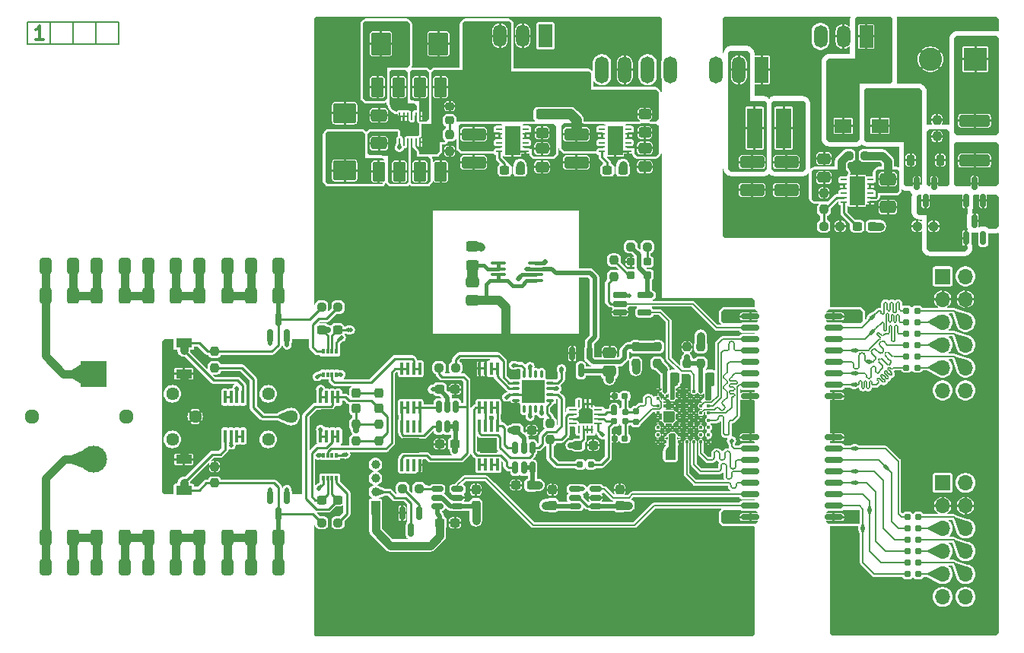
<source format=gbr>
G04 #@! TF.GenerationSoftware,KiCad,Pcbnew,8.0.4*
G04 #@! TF.CreationDate,2024-09-02T23:30:58+02:00*
G04 #@! TF.ProjectId,AD4030-Voltage,41443430-3330-42d5-966f-6c746167652e,rev?*
G04 #@! TF.SameCoordinates,Original*
G04 #@! TF.FileFunction,Copper,L1,Top*
G04 #@! TF.FilePolarity,Positive*
%FSLAX46Y46*%
G04 Gerber Fmt 4.6, Leading zero omitted, Abs format (unit mm)*
G04 Created by KiCad (PCBNEW 8.0.4) date 2024-09-02 23:30:58*
%MOMM*%
%LPD*%
G01*
G04 APERTURE LIST*
G04 Aperture macros list*
%AMRoundRect*
0 Rectangle with rounded corners*
0 $1 Rounding radius*
0 $2 $3 $4 $5 $6 $7 $8 $9 X,Y pos of 4 corners*
0 Add a 4 corners polygon primitive as box body*
4,1,4,$2,$3,$4,$5,$6,$7,$8,$9,$2,$3,0*
0 Add four circle primitives for the rounded corners*
1,1,$1+$1,$2,$3*
1,1,$1+$1,$4,$5*
1,1,$1+$1,$6,$7*
1,1,$1+$1,$8,$9*
0 Add four rect primitives between the rounded corners*
20,1,$1+$1,$2,$3,$4,$5,0*
20,1,$1+$1,$4,$5,$6,$7,0*
20,1,$1+$1,$6,$7,$8,$9,0*
20,1,$1+$1,$8,$9,$2,$3,0*%
%AMFreePoly0*
4,1,29,0.178017,0.779942,0.347107,0.720775,0.498792,0.625465,0.625465,0.498792,0.720775,0.347107,0.779942,0.178017,0.800000,0.000000,0.779942,-0.178017,0.720775,-0.347107,0.625465,-0.498792,0.498792,-0.625465,0.347107,-0.720775,0.178017,-0.779942,0.000000,-0.800000,-0.178017,-0.779942,-0.347107,-0.720775,-0.498792,-0.625465,-0.625465,-0.498792,-0.720775,-0.347107,-0.779942,-0.178017,
-0.800000,0.000000,-0.779942,0.178017,-0.720775,0.347107,-0.625465,0.498792,-0.498792,0.625465,-0.347107,0.720775,-0.178017,0.779942,0.000000,0.800000,0.178017,0.779942,0.178017,0.779942,$1*%
G04 Aperture macros list end*
G04 #@! TA.AperFunction,NonConductor*
%ADD10C,0.200000*%
G04 #@! TD*
%ADD11C,0.300000*%
G04 #@! TA.AperFunction,NonConductor*
%ADD12C,0.300000*%
G04 #@! TD*
G04 #@! TA.AperFunction,SMDPad,CuDef*
%ADD13RoundRect,0.250000X-0.400000X-0.625000X0.400000X-0.625000X0.400000X0.625000X-0.400000X0.625000X0*%
G04 #@! TD*
G04 #@! TA.AperFunction,ComponentPad*
%ADD14C,1.440000*%
G04 #@! TD*
G04 #@! TA.AperFunction,SMDPad,CuDef*
%ADD15RoundRect,0.250000X-1.100000X0.412500X-1.100000X-0.412500X1.100000X-0.412500X1.100000X0.412500X0*%
G04 #@! TD*
G04 #@! TA.AperFunction,SMDPad,CuDef*
%ADD16RoundRect,0.250000X-0.412500X-0.650000X0.412500X-0.650000X0.412500X0.650000X-0.412500X0.650000X0*%
G04 #@! TD*
G04 #@! TA.AperFunction,ComponentPad*
%ADD17R,1.500000X3.000000*%
G04 #@! TD*
G04 #@! TA.AperFunction,ComponentPad*
%ADD18O,1.500000X3.000000*%
G04 #@! TD*
G04 #@! TA.AperFunction,SMDPad,CuDef*
%ADD19RoundRect,0.237500X0.300000X0.237500X-0.300000X0.237500X-0.300000X-0.237500X0.300000X-0.237500X0*%
G04 #@! TD*
G04 #@! TA.AperFunction,SMDPad,CuDef*
%ADD20RoundRect,0.150000X0.150000X-0.587500X0.150000X0.587500X-0.150000X0.587500X-0.150000X-0.587500X0*%
G04 #@! TD*
G04 #@! TA.AperFunction,SMDPad,CuDef*
%ADD21RoundRect,0.160000X0.197500X0.160000X-0.197500X0.160000X-0.197500X-0.160000X0.197500X-0.160000X0*%
G04 #@! TD*
G04 #@! TA.AperFunction,SMDPad,CuDef*
%ADD22RoundRect,0.237500X0.250000X0.237500X-0.250000X0.237500X-0.250000X-0.237500X0.250000X-0.237500X0*%
G04 #@! TD*
G04 #@! TA.AperFunction,SMDPad,CuDef*
%ADD23RoundRect,0.237500X-0.237500X0.250000X-0.237500X-0.250000X0.237500X-0.250000X0.237500X0.250000X0*%
G04 #@! TD*
G04 #@! TA.AperFunction,SMDPad,CuDef*
%ADD24RoundRect,0.162500X-0.617500X-0.162500X0.617500X-0.162500X0.617500X0.162500X-0.617500X0.162500X0*%
G04 #@! TD*
G04 #@! TA.AperFunction,SMDPad,CuDef*
%ADD25RoundRect,0.250000X-0.475000X0.337500X-0.475000X-0.337500X0.475000X-0.337500X0.475000X0.337500X0*%
G04 #@! TD*
G04 #@! TA.AperFunction,SMDPad,CuDef*
%ADD26RoundRect,0.250000X-0.450000X0.325000X-0.450000X-0.325000X0.450000X-0.325000X0.450000X0.325000X0*%
G04 #@! TD*
G04 #@! TA.AperFunction,SMDPad,CuDef*
%ADD27RoundRect,0.100000X-0.100000X0.612500X-0.100000X-0.612500X0.100000X-0.612500X0.100000X0.612500X0*%
G04 #@! TD*
G04 #@! TA.AperFunction,HeatsinkPad*
%ADD28C,0.500000*%
G04 #@! TD*
G04 #@! TA.AperFunction,HeatsinkPad*
%ADD29R,1.850000X1.730000*%
G04 #@! TD*
G04 #@! TA.AperFunction,ComponentPad*
%ADD30R,1.000000X1.000000*%
G04 #@! TD*
G04 #@! TA.AperFunction,ComponentPad*
%ADD31C,1.000000*%
G04 #@! TD*
G04 #@! TA.AperFunction,SMDPad,CuDef*
%ADD32RoundRect,0.150000X-0.150000X0.587500X-0.150000X-0.587500X0.150000X-0.587500X0.150000X0.587500X0*%
G04 #@! TD*
G04 #@! TA.AperFunction,SMDPad,CuDef*
%ADD33RoundRect,0.237500X-0.250000X-0.237500X0.250000X-0.237500X0.250000X0.237500X-0.250000X0.237500X0*%
G04 #@! TD*
G04 #@! TA.AperFunction,SMDPad,CuDef*
%ADD34RoundRect,0.160000X-0.197500X-0.160000X0.197500X-0.160000X0.197500X0.160000X-0.197500X0.160000X0*%
G04 #@! TD*
G04 #@! TA.AperFunction,SMDPad,CuDef*
%ADD35RoundRect,0.250000X-0.650000X0.412500X-0.650000X-0.412500X0.650000X-0.412500X0.650000X0.412500X0*%
G04 #@! TD*
G04 #@! TA.AperFunction,SMDPad,CuDef*
%ADD36RoundRect,0.250000X0.475000X-0.337500X0.475000X0.337500X-0.475000X0.337500X-0.475000X-0.337500X0*%
G04 #@! TD*
G04 #@! TA.AperFunction,SMDPad,CuDef*
%ADD37RoundRect,0.150000X0.512500X0.150000X-0.512500X0.150000X-0.512500X-0.150000X0.512500X-0.150000X0*%
G04 #@! TD*
G04 #@! TA.AperFunction,SMDPad,CuDef*
%ADD38R,1.800000X1.000000*%
G04 #@! TD*
G04 #@! TA.AperFunction,SMDPad,CuDef*
%ADD39R,1.900000X1.500000*%
G04 #@! TD*
G04 #@! TA.AperFunction,SMDPad,CuDef*
%ADD40RoundRect,0.237500X-0.300000X-0.237500X0.300000X-0.237500X0.300000X0.237500X-0.300000X0.237500X0*%
G04 #@! TD*
G04 #@! TA.AperFunction,ComponentPad*
%ADD41R,2.600000X2.600000*%
G04 #@! TD*
G04 #@! TA.AperFunction,ComponentPad*
%ADD42C,2.600000*%
G04 #@! TD*
G04 #@! TA.AperFunction,SMDPad,CuDef*
%ADD43RoundRect,0.200000X-0.250000X0.200000X-0.250000X-0.200000X0.250000X-0.200000X0.250000X0.200000X0*%
G04 #@! TD*
G04 #@! TA.AperFunction,SMDPad,CuDef*
%ADD44RoundRect,0.150000X-0.150000X0.512500X-0.150000X-0.512500X0.150000X-0.512500X0.150000X0.512500X0*%
G04 #@! TD*
G04 #@! TA.AperFunction,ComponentPad*
%ADD45R,1.500000X2.500000*%
G04 #@! TD*
G04 #@! TA.AperFunction,ComponentPad*
%ADD46O,1.500000X2.500000*%
G04 #@! TD*
G04 #@! TA.AperFunction,SMDPad,CuDef*
%ADD47RoundRect,0.225000X0.225000X0.375000X-0.225000X0.375000X-0.225000X-0.375000X0.225000X-0.375000X0*%
G04 #@! TD*
G04 #@! TA.AperFunction,SMDPad,CuDef*
%ADD48R,0.700000X0.250000*%
G04 #@! TD*
G04 #@! TA.AperFunction,SMDPad,CuDef*
%ADD49R,1.700000X3.300000*%
G04 #@! TD*
G04 #@! TA.AperFunction,SMDPad,CuDef*
%ADD50RoundRect,0.237500X0.237500X-0.300000X0.237500X0.300000X-0.237500X0.300000X-0.237500X-0.300000X0*%
G04 #@! TD*
G04 #@! TA.AperFunction,SMDPad,CuDef*
%ADD51RoundRect,0.250000X-1.450000X0.400000X-1.450000X-0.400000X1.450000X-0.400000X1.450000X0.400000X0*%
G04 #@! TD*
G04 #@! TA.AperFunction,SMDPad,CuDef*
%ADD52RoundRect,0.155000X-0.212500X-0.155000X0.212500X-0.155000X0.212500X0.155000X-0.212500X0.155000X0*%
G04 #@! TD*
G04 #@! TA.AperFunction,SMDPad,CuDef*
%ADD53RoundRect,0.250000X-0.875000X-1.025000X0.875000X-1.025000X0.875000X1.025000X-0.875000X1.025000X0*%
G04 #@! TD*
G04 #@! TA.AperFunction,SMDPad,CuDef*
%ADD54RoundRect,0.250000X-1.025000X0.875000X-1.025000X-0.875000X1.025000X-0.875000X1.025000X0.875000X0*%
G04 #@! TD*
G04 #@! TA.AperFunction,SMDPad,CuDef*
%ADD55RoundRect,0.150000X0.875000X0.150000X-0.875000X0.150000X-0.875000X-0.150000X0.875000X-0.150000X0*%
G04 #@! TD*
G04 #@! TA.AperFunction,SMDPad,CuDef*
%ADD56R,0.203200X0.812800*%
G04 #@! TD*
G04 #@! TA.AperFunction,ComponentPad*
%ADD57C,0.500000*%
G04 #@! TD*
G04 #@! TA.AperFunction,SMDPad,CuDef*
%ADD58R,2.108200X1.320800*%
G04 #@! TD*
G04 #@! TA.AperFunction,SMDPad,CuDef*
%ADD59C,0.406400*%
G04 #@! TD*
G04 #@! TA.AperFunction,SMDPad,CuDef*
%ADD60RoundRect,0.100000X-0.712500X-0.100000X0.712500X-0.100000X0.712500X0.100000X-0.712500X0.100000X0*%
G04 #@! TD*
G04 #@! TA.AperFunction,SMDPad,CuDef*
%ADD61RoundRect,0.075000X-0.337500X-0.075000X0.337500X-0.075000X0.337500X0.075000X-0.337500X0.075000X0*%
G04 #@! TD*
G04 #@! TA.AperFunction,SMDPad,CuDef*
%ADD62RoundRect,0.075000X-0.075000X-0.337500X0.075000X-0.337500X0.075000X0.337500X-0.075000X0.337500X0*%
G04 #@! TD*
G04 #@! TA.AperFunction,HeatsinkPad*
%ADD63C,0.600000*%
G04 #@! TD*
G04 #@! TA.AperFunction,HeatsinkPad*
%ADD64R,2.500000X2.500000*%
G04 #@! TD*
G04 #@! TA.AperFunction,SMDPad,CuDef*
%ADD65RoundRect,0.155000X0.155000X-0.212500X0.155000X0.212500X-0.155000X0.212500X-0.155000X-0.212500X0*%
G04 #@! TD*
G04 #@! TA.AperFunction,SMDPad,CuDef*
%ADD66RoundRect,0.250001X-0.462499X-0.849999X0.462499X-0.849999X0.462499X0.849999X-0.462499X0.849999X0*%
G04 #@! TD*
G04 #@! TA.AperFunction,SMDPad,CuDef*
%ADD67RoundRect,0.218750X0.256250X-0.218750X0.256250X0.218750X-0.256250X0.218750X-0.256250X-0.218750X0*%
G04 #@! TD*
G04 #@! TA.AperFunction,SMDPad,CuDef*
%ADD68RoundRect,0.087500X-0.087500X0.200000X-0.087500X-0.200000X0.087500X-0.200000X0.087500X0.200000X0*%
G04 #@! TD*
G04 #@! TA.AperFunction,HeatsinkPad*
%ADD69R,1.740000X1.450000*%
G04 #@! TD*
G04 #@! TA.AperFunction,SMDPad,CuDef*
%ADD70RoundRect,0.155000X0.212500X0.155000X-0.212500X0.155000X-0.212500X-0.155000X0.212500X-0.155000X0*%
G04 #@! TD*
G04 #@! TA.AperFunction,SMDPad,CuDef*
%ADD71RoundRect,0.237500X-0.237500X0.300000X-0.237500X-0.300000X0.237500X-0.300000X0.237500X0.300000X0*%
G04 #@! TD*
G04 #@! TA.AperFunction,SMDPad,CuDef*
%ADD72RoundRect,0.062500X-0.375000X-0.062500X0.375000X-0.062500X0.375000X0.062500X-0.375000X0.062500X0*%
G04 #@! TD*
G04 #@! TA.AperFunction,SMDPad,CuDef*
%ADD73RoundRect,0.062500X-0.062500X-0.375000X0.062500X-0.375000X0.062500X0.375000X-0.062500X0.375000X0*%
G04 #@! TD*
G04 #@! TA.AperFunction,HeatsinkPad*
%ADD74R,1.600000X1.600000*%
G04 #@! TD*
G04 #@! TA.AperFunction,ComponentPad*
%ADD75R,1.700000X1.700000*%
G04 #@! TD*
G04 #@! TA.AperFunction,ComponentPad*
%ADD76O,1.700000X1.700000*%
G04 #@! TD*
G04 #@! TA.AperFunction,SMDPad,CuDef*
%ADD77RoundRect,0.237500X0.237500X-0.250000X0.237500X0.250000X-0.237500X0.250000X-0.237500X-0.250000X0*%
G04 #@! TD*
G04 #@! TA.AperFunction,SMDPad,CuDef*
%ADD78RoundRect,0.250001X0.462499X0.849999X-0.462499X0.849999X-0.462499X-0.849999X0.462499X-0.849999X0*%
G04 #@! TD*
G04 #@! TA.AperFunction,SMDPad,CuDef*
%ADD79RoundRect,0.100000X0.100000X-0.612500X0.100000X0.612500X-0.100000X0.612500X-0.100000X-0.612500X0*%
G04 #@! TD*
G04 #@! TA.AperFunction,SMDPad,CuDef*
%ADD80RoundRect,0.150000X-0.875000X-0.150000X0.875000X-0.150000X0.875000X0.150000X-0.875000X0.150000X0*%
G04 #@! TD*
G04 #@! TA.AperFunction,WasherPad*
%ADD81FreePoly0,270.000000*%
G04 #@! TD*
G04 #@! TA.AperFunction,ComponentPad*
%ADD82R,3.000000X3.000000*%
G04 #@! TD*
G04 #@! TA.AperFunction,ComponentPad*
%ADD83C,3.000000*%
G04 #@! TD*
G04 #@! TA.AperFunction,SMDPad,CuDef*
%ADD84RoundRect,0.087500X0.087500X-0.200000X0.087500X0.200000X-0.087500X0.200000X-0.087500X-0.200000X0*%
G04 #@! TD*
G04 #@! TA.AperFunction,SMDPad,CuDef*
%ADD85R,1.752600X4.495800*%
G04 #@! TD*
G04 #@! TA.AperFunction,ViaPad*
%ADD86C,0.500000*%
G04 #@! TD*
G04 #@! TA.AperFunction,Conductor*
%ADD87C,0.200000*%
G04 #@! TD*
G04 #@! TA.AperFunction,Conductor*
%ADD88C,0.889000*%
G04 #@! TD*
G04 #@! TA.AperFunction,Conductor*
%ADD89C,0.127000*%
G04 #@! TD*
G04 #@! TA.AperFunction,Conductor*
%ADD90C,1.016000*%
G04 #@! TD*
G04 #@! TA.AperFunction,Conductor*
%ADD91C,0.381000*%
G04 #@! TD*
G04 #@! TA.AperFunction,Conductor*
%ADD92C,0.254000*%
G04 #@! TD*
G04 #@! TA.AperFunction,Conductor*
%ADD93C,0.508000*%
G04 #@! TD*
G04 #@! TA.AperFunction,Conductor*
%ADD94C,0.635000*%
G04 #@! TD*
G04 #@! TA.AperFunction,Conductor*
%ADD95C,1.143000*%
G04 #@! TD*
G04 APERTURE END LIST*
D10*
X89027000Y-63500000D02*
X89027000Y-61087000D01*
X91567000Y-63500000D02*
X81407000Y-63500000D01*
X81407000Y-63500000D02*
X81407000Y-61087000D01*
X86487000Y-61087000D02*
X86487000Y-63500000D01*
X91567000Y-61087000D02*
X91567000Y-63500000D01*
X91567000Y-61087000D02*
X81407000Y-61087000D01*
X83947000Y-61087000D02*
X83947000Y-63500000D01*
D11*
D12*
X83204425Y-63021428D02*
X82347282Y-63021428D01*
X82775853Y-63021428D02*
X82775853Y-61521428D01*
X82775853Y-61521428D02*
X82632996Y-61735714D01*
X82632996Y-61735714D02*
X82490139Y-61878571D01*
X82490139Y-61878571D02*
X82347282Y-61950000D01*
D13*
G04 #@! TO.P,R205,1*
G04 #@! TO.N,Net-(C203-Pad2)*
X94843000Y-91567000D03*
G04 #@! TO.P,R205,2*
G04 #@! TO.N,Net-(C206-Pad2)*
X97943000Y-91567000D03*
G04 #@! TD*
D14*
G04 #@! TO.P,RV201,1,1*
G04 #@! TO.N,Net-(R211-Pad2)*
X97536000Y-102489000D03*
G04 #@! TO.P,RV201,2,2*
G04 #@! TO.N,GND*
X100076000Y-105029000D03*
G04 #@! TO.P,RV201,3,3*
G04 #@! TO.N,Net-(R212-Pad1)*
X97536000Y-107569000D03*
G04 #@! TD*
D15*
G04 #@! TO.P,C507,1*
G04 #@! TO.N,Net-(U503-+VIN)*
X162052000Y-76669500D03*
G04 #@! TO.P,C507,2*
G04 #@! TO.N,GNDS*
X162052000Y-79794500D03*
G04 #@! TD*
D16*
G04 #@! TO.P,C206,1*
G04 #@! TO.N,Net-(C203-Pad2)*
X94830500Y-88265000D03*
G04 #@! TO.P,C206,2*
G04 #@! TO.N,Net-(C206-Pad2)*
X97955500Y-88265000D03*
G04 #@! TD*
G04 #@! TO.P,C203,1*
G04 #@! TO.N,Net-(C201-Pad2)*
X89115500Y-88265000D03*
G04 #@! TO.P,C203,2*
G04 #@! TO.N,Net-(C203-Pad2)*
X92240500Y-88265000D03*
G04 #@! TD*
D17*
G04 #@! TO.P,U503,1,-VIN*
G04 #@! TO.N,GNDS*
X163123500Y-66400000D03*
D18*
G04 #@! TO.P,U503,2,+VIN*
G04 #@! TO.N,Net-(U503-+VIN)*
X160583500Y-66400000D03*
G04 #@! TO.P,U503,3,ON/~{OFF}*
G04 #@! TO.N,unconnected-(U503-ON{slash}~{OFF}-Pad3)*
X158043500Y-66400000D03*
G04 #@! TO.P,U503,5,NC*
G04 #@! TO.N,unconnected-(U503-NC-Pad5)*
X152963500Y-66400000D03*
G04 #@! TO.P,U503,6,+VOUT*
G04 #@! TO.N,+9V*
X150423500Y-66400000D03*
G04 #@! TO.P,U503,7,-VOUT*
G04 #@! TO.N,GND*
X147883500Y-66400000D03*
G04 #@! TO.P,U503,8,NC*
G04 #@! TO.N,unconnected-(U503-NC-Pad8)*
X145343500Y-66400000D03*
G04 #@! TD*
D19*
G04 #@! TO.P,C518,1*
G04 #@! TO.N,+1V8*
X136244500Y-77564500D03*
G04 #@! TO.P,C518,2*
G04 #@! TO.N,Net-(U505-BYP)*
X134519500Y-77564500D03*
G04 #@! TD*
D20*
G04 #@! TO.P,Q501,1,G*
G04 #@! TO.N,Net-(D501-A)*
X185867000Y-80947500D03*
G04 #@! TO.P,Q501,2,S*
G04 #@! TO.N,Net-(D501-K)*
X187767000Y-80947500D03*
G04 #@! TO.P,Q501,3,D*
G04 #@! TO.N,Net-(Q501-D)*
X186817000Y-79072500D03*
G04 #@! TD*
D21*
G04 #@! TO.P,R412,1*
G04 #@! TO.N,Net-(J404-Pin_5)*
X180556500Y-117475000D03*
G04 #@! TO.P,R412,2*
G04 #@! TO.N,/Isolation/CONN_SCK*
X179361500Y-117475000D03*
G04 #@! TD*
D22*
G04 #@! TO.P,R506,1*
G04 #@! TO.N,Net-(U502-Vout)*
X174648500Y-75946000D03*
G04 #@! TO.P,R506,2*
G04 #@! TO.N,VCCQ*
X172823500Y-75946000D03*
G04 #@! TD*
D13*
G04 #@! TO.P,R206,1*
G04 #@! TO.N,Net-(C204-Pad2)*
X94843000Y-118491000D03*
G04 #@! TO.P,R206,2*
G04 #@! TO.N,Net-(C207-Pad2)*
X97943000Y-118491000D03*
G04 #@! TD*
D23*
G04 #@! TO.P,R308,1*
G04 #@! TO.N,VDDF*
X149098000Y-97258500D03*
G04 #@! TO.P,R308,2*
G04 #@! TO.N,Net-(R308-Pad2)*
X149098000Y-99083500D03*
G04 #@! TD*
D21*
G04 #@! TO.P,R407,1*
G04 #@! TO.N,Net-(J403-Pin_9)*
X180429500Y-99568000D03*
G04 #@! TO.P,R407,2*
G04 #@! TO.N,/Isolation/CONN_BUSY*
X179234500Y-99568000D03*
G04 #@! TD*
D24*
G04 #@! TO.P,U302,1,D*
G04 #@! TO.N,/ADC/ADC_CNV*
X147367000Y-91506000D03*
G04 #@! TO.P,U302,2,C*
G04 #@! TO.N,/ADC/CLK_100MHz*
X147367000Y-92456000D03*
G04 #@! TO.P,U302,3,GND*
G04 #@! TO.N,GND*
X147367000Y-93406000D03*
G04 #@! TO.P,U302,4,Q*
G04 #@! TO.N,/ADC/SYNC_CNV*
X150067000Y-93406000D03*
G04 #@! TO.P,U302,5,VCC*
G04 #@! TO.N,+1V8*
X150067000Y-91506000D03*
G04 #@! TD*
D25*
G04 #@! TO.P,C314,1*
G04 #@! TO.N,Net-(U304-VIN)*
X130937000Y-90021500D03*
G04 #@! TO.P,C314,2*
G04 #@! TO.N,GND*
X130937000Y-92096500D03*
G04 #@! TD*
D26*
G04 #@! TO.P,FB301,1*
G04 #@! TO.N,+9V*
X130937000Y-86097000D03*
G04 #@! TO.P,FB301,2*
G04 #@! TO.N,Net-(U304-VIN)*
X130937000Y-88147000D03*
G04 #@! TD*
D27*
G04 #@! TO.P,RN206,1*
G04 #@! TO.N,Net-(U206-+)*
X133690000Y-106041500D03*
G04 #@! TO.P,RN206,2*
G04 #@! TO.N,GND*
X133040000Y-106041500D03*
G04 #@! TO.P,RN206,3*
G04 #@! TO.N,Net-(U206--)*
X132390000Y-106041500D03*
G04 #@! TO.P,RN206,4*
G04 #@! TO.N,Net-(RN206-Pad4)*
X131740000Y-106041500D03*
G04 #@! TO.P,RN206,5*
G04 #@! TO.N,Net-(RN206-Pad5)*
X131740000Y-110366500D03*
G04 #@! TO.P,RN206,6*
X132390000Y-110366500D03*
G04 #@! TO.P,RN206,7*
G04 #@! TO.N,Net-(RN206-Pad7)*
X133040000Y-110366500D03*
G04 #@! TO.P,RN206,8*
X133690000Y-110366500D03*
D28*
G04 #@! TO.P,RN206,9*
G04 #@! TO.N,GND*
X133365000Y-107654000D03*
X132065000Y-107654000D03*
D29*
X132715000Y-108204000D03*
D28*
X133365000Y-108754000D03*
X132065000Y-108754000D03*
G04 #@! TD*
D27*
G04 #@! TO.P,RN201,1*
G04 #@! TO.N,Net-(C212-Pad2)*
X105369000Y-102866500D03*
G04 #@! TO.P,RN201,2*
G04 #@! TO.N,Net-(R211-Pad1)*
X104719000Y-102866500D03*
G04 #@! TO.P,RN201,3*
G04 #@! TO.N,Net-(RN201-Pad3)*
X104069000Y-102866500D03*
G04 #@! TO.P,RN201,4*
X103419000Y-102866500D03*
G04 #@! TO.P,RN201,5*
G04 #@! TO.N,Net-(C213-Pad2)*
X103419000Y-107191500D03*
G04 #@! TO.P,RN201,6*
G04 #@! TO.N,Net-(R212-Pad2)*
X104069000Y-107191500D03*
G04 #@! TO.P,RN201,7*
G04 #@! TO.N,Net-(RN201-Pad7)*
X104719000Y-107191500D03*
G04 #@! TO.P,RN201,8*
X105369000Y-107191500D03*
D28*
G04 #@! TO.P,RN201,9*
G04 #@! TO.N,GND*
X105044000Y-104479000D03*
X103744000Y-104479000D03*
D29*
X104394000Y-105029000D03*
D28*
X105044000Y-105579000D03*
X103744000Y-105579000D03*
G04 #@! TD*
D26*
G04 #@! TO.P,FB502,1*
G04 #@! TO.N,+5V*
X150114000Y-71332500D03*
G04 #@! TO.P,FB502,2*
G04 #@! TO.N,Net-(U506-~{SHDN})*
X150114000Y-73382500D03*
G04 #@! TD*
D30*
G04 #@! TO.P,K201,1*
G04 #@! TO.N,+5V*
X120142000Y-114935000D03*
D31*
G04 #@! TO.P,K201,2*
G04 #@! TO.N,Net-(Q201-C)*
X120142000Y-113415000D03*
G04 #@! TO.P,K201,3*
G04 #@! TO.N,Net-(U202--)*
X120142000Y-111895000D03*
G04 #@! TO.P,K201,4*
G04 #@! TO.N,Net-(C227-Pad1)*
X120142000Y-110375000D03*
G04 #@! TD*
D32*
G04 #@! TO.P,Q201,1,B*
G04 #@! TO.N,Net-(Q201-B)*
X125029000Y-115775500D03*
G04 #@! TO.P,Q201,2,E*
G04 #@! TO.N,GND*
X123129000Y-115775500D03*
G04 #@! TO.P,Q201,3,C*
G04 #@! TO.N,Net-(Q201-C)*
X124079000Y-117650500D03*
G04 #@! TD*
D33*
G04 #@! TO.P,R222,1*
G04 #@! TO.N,Net-(R222-Pad1)*
X127230500Y-99568000D03*
G04 #@! TO.P,R222,2*
G04 #@! TO.N,Net-(R222-Pad2)*
X129055500Y-99568000D03*
G04 #@! TD*
D19*
G04 #@! TO.P,C214,1*
G04 #@! TO.N,+5VA*
X137514500Y-112649000D03*
G04 #@! TO.P,C214,2*
G04 #@! TO.N,GND*
X135789500Y-112649000D03*
G04 #@! TD*
D22*
G04 #@! TO.P,R218,1*
G04 #@! TO.N,Net-(U203-+)*
X115974500Y-116840000D03*
G04 #@! TO.P,R218,2*
G04 #@! TO.N,Net-(C213-Pad2)*
X114149500Y-116840000D03*
G04 #@! TD*
D34*
G04 #@! TO.P,R403,1*
G04 #@! TO.N,/Isolation/CONN_100MHz*
X179234500Y-93218000D03*
G04 #@! TO.P,R403,2*
G04 #@! TO.N,Net-(J403-Pin_6)*
X180429500Y-93218000D03*
G04 #@! TD*
D21*
G04 #@! TO.P,R409,1*
G04 #@! TO.N,Net-(J403-Pin_5)*
X180429500Y-94488000D03*
G04 #@! TO.P,R409,2*
G04 #@! TO.N,/Isolation/CONN_SDO3*
X179234500Y-94488000D03*
G04 #@! TD*
D35*
G04 #@! TO.P,C510,1*
G04 #@! TO.N,Net-(U502-Vout)*
X177165000Y-78574500D03*
G04 #@! TO.P,C510,2*
G04 #@! TO.N,GNDS*
X177165000Y-81699500D03*
G04 #@! TD*
D34*
G04 #@! TO.P,R406,1*
G04 #@! TO.N,/Isolation/CONN_CNV*
X179361500Y-116205000D03*
G04 #@! TO.P,R406,2*
G04 #@! TO.N,Net-(J404-Pin_6)*
X180556500Y-116205000D03*
G04 #@! TD*
D16*
G04 #@! TO.P,C213,1*
G04 #@! TO.N,Net-(C210-Pad2)*
X106260500Y-121793000D03*
G04 #@! TO.P,C213,2*
G04 #@! TO.N,Net-(C213-Pad2)*
X109385500Y-121793000D03*
G04 #@! TD*
D36*
G04 #@! TO.P,C517,1*
G04 #@! TO.N,VCCQ*
X170053000Y-78380500D03*
G04 #@! TO.P,C517,2*
G04 #@! TO.N,GNDS*
X170053000Y-76305500D03*
G04 #@! TD*
D34*
G04 #@! TO.P,R402,1*
G04 #@! TO.N,/Isolation/CONN_SDO1*
X179234500Y-95758000D03*
G04 #@! TO.P,R402,2*
G04 #@! TO.N,Net-(J403-Pin_8)*
X180429500Y-95758000D03*
G04 #@! TD*
D23*
G04 #@! TO.P,R307,1*
G04 #@! TO.N,VDDF*
X151511000Y-97258500D03*
G04 #@! TO.P,R307,2*
G04 #@! TO.N,Net-(U303-REFIN)*
X151511000Y-99083500D03*
G04 #@! TD*
D19*
G04 #@! TO.P,C231,1*
G04 #@! TO.N,Net-(U203--)*
X115924500Y-114300000D03*
G04 #@! TO.P,C231,2*
G04 #@! TO.N,Net-(U203-FB)*
X114199500Y-114300000D03*
G04 #@! TD*
D23*
G04 #@! TO.P,R309,1*
G04 #@! TO.N,+1V8*
X156337000Y-97258500D03*
G04 #@! TO.P,R309,2*
G04 #@! TO.N,Net-(U303-~{RST})*
X156337000Y-99083500D03*
G04 #@! TD*
D33*
G04 #@! TO.P,R504,1*
G04 #@! TO.N,Net-(U504-SENSE{slash}ADJ)*
X170029500Y-83820000D03*
G04 #@! TO.P,R504,2*
G04 #@! TO.N,GNDS*
X171854500Y-83820000D03*
G04 #@! TD*
D20*
G04 #@! TO.P,D201,1,K*
G04 #@! TO.N,-5VA*
X108397000Y-96060500D03*
G04 #@! TO.P,D201,2,A*
G04 #@! TO.N,+5VA*
X110297000Y-96060500D03*
G04 #@! TO.P,D201,3,K*
G04 #@! TO.N,Net-(C212-Pad2)*
X109347000Y-94185500D03*
G04 #@! TD*
D15*
G04 #@! TO.P,C503,1*
G04 #@! TO.N,Net-(D501-K)*
X165862000Y-76669500D03*
G04 #@! TO.P,C503,2*
G04 #@! TO.N,GNDS*
X165862000Y-79794500D03*
G04 #@! TD*
D13*
G04 #@! TO.P,R209,1*
G04 #@! TO.N,Net-(C209-Pad2)*
X106273000Y-91567000D03*
G04 #@! TO.P,R209,2*
G04 #@! TO.N,Net-(C212-Pad2)*
X109373000Y-91567000D03*
G04 #@! TD*
D37*
G04 #@! TO.P,U207,1,V_{CCA}*
G04 #@! TO.N,+1V8*
X144647500Y-114996000D03*
G04 #@! TO.P,U207,2,GND*
G04 #@! TO.N,GND*
X144647500Y-114046000D03*
G04 #@! TO.P,U207,3,A*
G04 #@! TO.N,/DIFF/GAIN_x20*
X144647500Y-113096000D03*
G04 #@! TO.P,U207,4,B*
G04 #@! TO.N,/DIFF/SW_GAIN_x20*
X142372500Y-113096000D03*
G04 #@! TO.P,U207,5,OE*
G04 #@! TO.N,+1V8*
X142372500Y-114046000D03*
G04 #@! TO.P,U207,6,V_{CCB}*
G04 #@! TO.N,+5V*
X142372500Y-114996000D03*
G04 #@! TD*
D38*
G04 #@! TO.P,C222,1*
G04 #@! TO.N,Net-(C212-Pad2)*
X98806000Y-96852000D03*
G04 #@! TO.P,C222,2*
G04 #@! TO.N,GND*
X98806000Y-100252000D03*
G04 #@! TD*
D15*
G04 #@! TO.P,C521,1*
G04 #@! TO.N,+1V8*
X131064000Y-73589000D03*
G04 #@! TO.P,C521,2*
G04 #@! TO.N,GND*
X131064000Y-76714000D03*
G04 #@! TD*
D16*
G04 #@! TO.P,C210,1*
G04 #@! TO.N,Net-(C207-Pad2)*
X100545500Y-121793000D03*
G04 #@! TO.P,C210,2*
G04 #@! TO.N,Net-(C210-Pad2)*
X103670500Y-121793000D03*
G04 #@! TD*
D34*
G04 #@! TO.P,R404,1*
G04 #@! TO.N,/Isolation/CONN_GAIN_x20*
X179361500Y-121285000D03*
G04 #@! TO.P,R404,2*
G04 #@! TO.N,Net-(J404-Pin_10)*
X180556500Y-121285000D03*
G04 #@! TD*
D39*
G04 #@! TO.P,L503,1,1*
G04 #@! TO.N,Net-(D501-K)*
X176294000Y-72644000D03*
G04 #@! TO.P,L503,2,2*
G04 #@! TO.N,Net-(U502-Vin)*
X172194000Y-72644000D03*
G04 #@! TD*
D19*
G04 #@! TO.P,C230,1*
G04 #@! TO.N,Net-(U202-FB)*
X115924500Y-95377000D03*
G04 #@! TO.P,C230,2*
G04 #@! TO.N,Net-(U202--)*
X114199500Y-95377000D03*
G04 #@! TD*
D40*
G04 #@! TO.P,C226,1*
G04 #@! TO.N,-5VA*
X135789500Y-106553000D03*
G04 #@! TO.P,C226,2*
G04 #@! TO.N,GND*
X137514500Y-106553000D03*
G04 #@! TD*
D16*
G04 #@! TO.P,C202,1*
G04 #@! TO.N,Net-(J201-Pin_2)*
X83400500Y-121793000D03*
G04 #@! TO.P,C202,2*
G04 #@! TO.N,Net-(C202-Pad2)*
X86525500Y-121793000D03*
G04 #@! TD*
D40*
G04 #@! TO.P,C218,1*
G04 #@! TO.N,-5VA*
X127280500Y-101981000D03*
G04 #@! TO.P,C218,2*
G04 #@! TO.N,GND*
X129005500Y-101981000D03*
G04 #@! TD*
D41*
G04 #@! TO.P,J501,1,Pin_1*
G04 #@! TO.N,Net-(J501-Pin_1)*
X186904000Y-65227000D03*
D42*
G04 #@! TO.P,J501,2,Pin_2*
G04 #@! TO.N,GNDS*
X181904000Y-65227000D03*
G04 #@! TD*
D43*
G04 #@! TO.P,X301,1,Tri-State*
G04 #@! TO.N,Net-(X301-Tri-State)*
X150404000Y-87794000D03*
G04 #@! TO.P,X301,2,GND*
G04 #@! TO.N,GND*
X148554000Y-87794000D03*
G04 #@! TO.P,X301,3,OUT*
G04 #@! TO.N,Net-(X301-OUT)*
X148554000Y-89244000D03*
G04 #@! TO.P,X301,4,VDD*
G04 #@! TO.N,+1V8*
X150404000Y-89244000D03*
G04 #@! TD*
D13*
G04 #@! TO.P,R207,1*
G04 #@! TO.N,Net-(C206-Pad2)*
X100558000Y-91567000D03*
G04 #@! TO.P,R207,2*
G04 #@! TO.N,Net-(C209-Pad2)*
X103658000Y-91567000D03*
G04 #@! TD*
D44*
G04 #@! TO.P,U205,1*
G04 #@! TO.N,Net-(R222-Pad1)*
X129093000Y-103891500D03*
G04 #@! TO.P,U205,2,V-*
G04 #@! TO.N,-5VA*
X128143000Y-103891500D03*
G04 #@! TO.P,U205,3,+*
G04 #@! TO.N,Net-(U205-+)*
X127193000Y-103891500D03*
G04 #@! TO.P,U205,4,-*
G04 #@! TO.N,Net-(U205--)*
X127193000Y-106166500D03*
G04 #@! TO.P,U205,5,~{DISABLE}*
G04 #@! TO.N,+5VA*
X128143000Y-106166500D03*
G04 #@! TO.P,U205,6,V+*
X129093000Y-106166500D03*
G04 #@! TD*
D45*
G04 #@! TO.P,U502,1,Vin*
G04 #@! TO.N,Net-(U502-Vin)*
X174752000Y-62682500D03*
D46*
G04 #@! TO.P,U502,2,GND*
G04 #@! TO.N,GNDS*
X172212000Y-62682500D03*
G04 #@! TO.P,U502,3,Vout*
G04 #@! TO.N,Net-(U502-Vout)*
X169672000Y-62682500D03*
G04 #@! TD*
D14*
G04 #@! TO.P,RV202,1,1*
G04 #@! TO.N,Net-(R213-Pad2)*
X108204000Y-102489000D03*
G04 #@! TO.P,RV202,2,2*
G04 #@! TO.N,Net-(C225-Pad1)*
X110744000Y-105029000D03*
G04 #@! TO.P,RV202,3,3*
G04 #@! TO.N,Net-(R214-Pad1)*
X108204000Y-107569000D03*
G04 #@! TD*
D44*
G04 #@! TO.P,U206,1*
G04 #@! TO.N,Net-(RN206-Pad4)*
X137602000Y-108463500D03*
G04 #@! TO.P,U206,2,V-*
G04 #@! TO.N,-5VA*
X136652000Y-108463500D03*
G04 #@! TO.P,U206,3,+*
G04 #@! TO.N,Net-(U206-+)*
X135702000Y-108463500D03*
G04 #@! TO.P,U206,4,-*
G04 #@! TO.N,Net-(U206--)*
X135702000Y-110738500D03*
G04 #@! TO.P,U206,5,~{DISABLE}*
G04 #@! TO.N,+5VA*
X136652000Y-110738500D03*
G04 #@! TO.P,U206,6,V+*
X137602000Y-110738500D03*
G04 #@! TD*
D22*
G04 #@! TO.P,R501,1*
G04 #@! TO.N,Net-(D501-A)*
X182268500Y-83820000D03*
G04 #@! TO.P,R501,2*
G04 #@! TO.N,GNDS*
X180443500Y-83820000D03*
G04 #@! TD*
D35*
G04 #@! TO.P,C505,1*
G04 #@! TO.N,GND*
X120523000Y-71462500D03*
G04 #@! TO.P,C505,2*
G04 #@! TO.N,Net-(U501-VNEG)*
X120523000Y-74587500D03*
G04 #@! TD*
D47*
G04 #@! TO.P,D502,1,K*
G04 #@! TO.N,Net-(D502-K)*
X183006000Y-76454000D03*
G04 #@! TO.P,D502,2,A*
G04 #@! TO.N,Net-(D501-K)*
X179706000Y-76454000D03*
G04 #@! TD*
D27*
G04 #@! TO.P,RN203,1*
G04 #@! TO.N,Net-(RN203-Pad1)*
X125054000Y-99691500D03*
G04 #@! TO.P,RN203,2*
X124404000Y-99691500D03*
G04 #@! TO.P,RN203,3*
G04 #@! TO.N,Net-(RN203-Pad3)*
X123754000Y-99691500D03*
G04 #@! TO.P,RN203,4*
X123104000Y-99691500D03*
G04 #@! TO.P,RN203,5*
G04 #@! TO.N,Net-(U205--)*
X123104000Y-104016500D03*
G04 #@! TO.P,RN203,6*
X123754000Y-104016500D03*
G04 #@! TO.P,RN203,7*
G04 #@! TO.N,Net-(U205-+)*
X124404000Y-104016500D03*
G04 #@! TO.P,RN203,8*
X125054000Y-104016500D03*
D28*
G04 #@! TO.P,RN203,9*
G04 #@! TO.N,GND*
X124729000Y-101304000D03*
X123429000Y-101304000D03*
D29*
X124079000Y-101854000D03*
D28*
X124729000Y-102404000D03*
X123429000Y-102404000D03*
G04 #@! TD*
D21*
G04 #@! TO.P,R410,1*
G04 #@! TO.N,Net-(J404-Pin_9)*
X180556500Y-122555000D03*
G04 #@! TO.P,R410,2*
G04 #@! TO.N,/Isolation/CONN_GAIN_x10*
X179361500Y-122555000D03*
G04 #@! TD*
D34*
G04 #@! TO.P,R303,1*
G04 #@! TO.N,/ADC/V_OUT*
X142912500Y-110363000D03*
G04 #@! TO.P,R303,2*
G04 #@! TO.N,Net-(U301-+)*
X144107500Y-110363000D03*
G04 #@! TD*
D13*
G04 #@! TO.P,R208,1*
G04 #@! TO.N,Net-(C207-Pad2)*
X100558000Y-118491000D03*
G04 #@! TO.P,R208,2*
G04 #@! TO.N,Net-(C210-Pad2)*
X103658000Y-118491000D03*
G04 #@! TD*
D23*
G04 #@! TO.P,R503,1*
G04 #@! TO.N,VCCQ*
X170053000Y-80113500D03*
G04 #@! TO.P,R503,2*
G04 #@! TO.N,Net-(U504-SENSE{slash}ADJ)*
X170053000Y-81938500D03*
G04 #@! TD*
D48*
G04 #@! TO.P,U504,1,NC*
G04 #@! TO.N,unconnected-(U504-NC-Pad1)*
X172286000Y-78633000D03*
G04 #@! TO.P,U504,2,OUT*
G04 #@! TO.N,VCCQ*
X172286000Y-79133000D03*
G04 #@! TO.P,U504,3,OUT*
X172286000Y-79633000D03*
G04 #@! TO.P,U504,4,NC*
G04 #@! TO.N,unconnected-(U504-NC-Pad4)*
X172286000Y-80133000D03*
G04 #@! TO.P,U504,5,SENSE/ADJ*
G04 #@! TO.N,Net-(U504-SENSE{slash}ADJ)*
X172286000Y-80633000D03*
G04 #@! TO.P,U504,6,BYP*
G04 #@! TO.N,Net-(U504-BYP)*
X172286000Y-81133000D03*
G04 #@! TO.P,U504,7,GND*
G04 #@! TO.N,GNDS*
X175186000Y-81133000D03*
G04 #@! TO.P,U504,8,~{SHDN}*
G04 #@! TO.N,Net-(U502-Vout)*
X175186000Y-80633000D03*
G04 #@! TO.P,U504,9,NC*
G04 #@! TO.N,unconnected-(U504-NC-Pad9)*
X175186000Y-80133000D03*
G04 #@! TO.P,U504,10,IN*
G04 #@! TO.N,Net-(U502-Vout)*
X175186000Y-79633000D03*
G04 #@! TO.P,U504,11,IN*
X175186000Y-79133000D03*
G04 #@! TO.P,U504,12,NC*
G04 #@! TO.N,unconnected-(U504-NC-Pad12)*
X175186000Y-78633000D03*
D49*
G04 #@! TO.P,U504,13,GND*
G04 #@! TO.N,GNDS*
X173736000Y-79883000D03*
G04 #@! TD*
D50*
G04 #@! TO.P,C233,1*
G04 #@! TO.N,+5V*
X139827000Y-114908500D03*
G04 #@! TO.P,C233,2*
G04 #@! TO.N,GND*
X139827000Y-113183500D03*
G04 #@! TD*
D16*
G04 #@! TO.P,C201,1*
G04 #@! TO.N,Net-(J201-Pin_1)*
X83400500Y-88265000D03*
G04 #@! TO.P,C201,2*
G04 #@! TO.N,Net-(C201-Pad2)*
X86525500Y-88265000D03*
G04 #@! TD*
D13*
G04 #@! TO.P,R202,1*
G04 #@! TO.N,Net-(J201-Pin_2)*
X83413000Y-118491000D03*
G04 #@! TO.P,R202,2*
G04 #@! TO.N,Net-(C202-Pad2)*
X86513000Y-118491000D03*
G04 #@! TD*
G04 #@! TO.P,R210,1*
G04 #@! TO.N,Net-(C210-Pad2)*
X106273000Y-118491000D03*
G04 #@! TO.P,R210,2*
G04 #@! TO.N,Net-(C213-Pad2)*
X109373000Y-118491000D03*
G04 #@! TD*
D51*
G04 #@! TO.P,F501,1*
G04 #@! TO.N,Net-(J501-Pin_1)*
X186817000Y-72070000D03*
G04 #@! TO.P,F501,2*
G04 #@! TO.N,Net-(Q501-D)*
X186817000Y-76520000D03*
G04 #@! TD*
D52*
G04 #@! TO.P,C308,1*
G04 #@! TO.N,GND*
X146752500Y-102743000D03*
G04 #@! TO.P,C308,2*
G04 #@! TO.N,Net-(U303-IN-)*
X147887500Y-102743000D03*
G04 #@! TD*
D53*
G04 #@! TO.P,C508,1*
G04 #@! TO.N,+5VA*
X120752000Y-63500000D03*
G04 #@! TO.P,C508,2*
G04 #@! TO.N,GND*
X127152000Y-63500000D03*
G04 #@! TD*
D54*
G04 #@! TO.P,C509,1*
G04 #@! TO.N,GND*
X116713000Y-71222000D03*
G04 #@! TO.P,C509,2*
G04 #@! TO.N,-5VA*
X116713000Y-77622000D03*
G04 #@! TD*
D34*
G04 #@! TO.P,R306,1*
G04 #@! TO.N,Net-(U301--)*
X146722500Y-104521000D03*
G04 #@! TO.P,R306,2*
G04 #@! TO.N,Net-(U303-IN-)*
X147917500Y-104521000D03*
G04 #@! TD*
D55*
G04 #@! TO.P,U402,1,VDD1*
G04 #@! TO.N,VCCQ*
X171147000Y-116205000D03*
G04 #@! TO.P,U402,2,VIA*
G04 #@! TO.N,/Isolation/CONN_GAIN_x10*
X171147000Y-114935000D03*
G04 #@! TO.P,U402,3,VIB*
G04 #@! TO.N,/Isolation/CONN_GAIN_x20*
X171147000Y-113665000D03*
G04 #@! TO.P,U402,4,VIC*
G04 #@! TO.N,/Isolation/CONN_~{CS}*
X171147000Y-112395000D03*
G04 #@! TO.P,U402,5,VID*
G04 #@! TO.N,/Isolation/CONN_SDI*
X171147000Y-111125000D03*
G04 #@! TO.P,U402,6,VIE*
G04 #@! TO.N,/Isolation/CONN_SCK*
X171147000Y-109855000D03*
G04 #@! TO.P,U402,7,VIF*
G04 #@! TO.N,/Isolation/CONN_CNV*
X171147000Y-108585000D03*
G04 #@! TO.P,U402,8,GND1*
G04 #@! TO.N,GNDS*
X171147000Y-107315000D03*
G04 #@! TO.P,U402,9,GND2*
G04 #@! TO.N,GND*
X161847000Y-107315000D03*
G04 #@! TO.P,U402,10,VOF*
G04 #@! TO.N,/ADC/ADC_CNV*
X161847000Y-108585000D03*
G04 #@! TO.P,U402,11,VOE*
G04 #@! TO.N,/ADC/ADC_SCK*
X161847000Y-109855000D03*
G04 #@! TO.P,U402,12,VOD*
G04 #@! TO.N,/ADC/ADC_SDI*
X161847000Y-111125000D03*
G04 #@! TO.P,U402,13,VOC*
G04 #@! TO.N,/ADC/ADC_~{CS}*
X161847000Y-112395000D03*
G04 #@! TO.P,U402,14,VOB*
G04 #@! TO.N,/DIFF/GAIN_x20*
X161847000Y-113665000D03*
G04 #@! TO.P,U402,15,VOA*
G04 #@! TO.N,/DIFF/Gain_x10*
X161847000Y-114935000D03*
G04 #@! TO.P,U402,16,VDD2*
G04 #@! TO.N,+1V8*
X161847000Y-116205000D03*
G04 #@! TD*
D33*
G04 #@! TO.P,R217,1*
G04 #@! TO.N,Net-(C212-Pad2)*
X114149500Y-92837000D03*
G04 #@! TO.P,R217,2*
G04 #@! TO.N,Net-(U202-+)*
X115974500Y-92837000D03*
G04 #@! TD*
D34*
G04 #@! TO.P,R305,1*
G04 #@! TO.N,Net-(U301-+)*
X146722500Y-105537000D03*
G04 #@! TO.P,R305,2*
G04 #@! TO.N,Net-(U303-IN+)*
X147917500Y-105537000D03*
G04 #@! TD*
D13*
G04 #@! TO.P,R203,1*
G04 #@! TO.N,Net-(C201-Pad2)*
X89128000Y-91562000D03*
G04 #@! TO.P,R203,2*
G04 #@! TO.N,Net-(C203-Pad2)*
X92228000Y-91562000D03*
G04 #@! TD*
D32*
G04 #@! TO.P,Q502,1,B*
G04 #@! TO.N,Net-(D502-K)*
X182306000Y-79072500D03*
G04 #@! TO.P,Q502,2,E*
G04 #@! TO.N,Net-(D501-K)*
X180406000Y-79072500D03*
G04 #@! TO.P,Q502,3,C*
G04 #@! TO.N,Net-(D501-A)*
X181356000Y-80947500D03*
G04 #@! TD*
D56*
G04 #@! TO.P,U501,1,SWP*
G04 #@! TO.N,Net-(U501-SWP)*
X125087002Y-71571200D03*
G04 #@! TO.P,U501,2,PGND*
G04 #@! TO.N,GND*
X124637000Y-71571200D03*
G04 #@! TO.P,U501,3,VPOS*
G04 #@! TO.N,Net-(U501-VPOS)*
X124187001Y-71571200D03*
G04 #@! TO.P,U501,4,GND*
G04 #@! TO.N,GND*
X123736999Y-71571200D03*
G04 #@! TO.P,U501,5,AGND*
X123287000Y-71571200D03*
G04 #@! TO.P,U501,6,GND*
X122837001Y-71571200D03*
G04 #@! TO.P,U501,7,EN*
G04 #@! TO.N,+5V*
X122836998Y-74466800D03*
G04 #@! TO.P,U501,8,GND*
G04 #@! TO.N,GND*
X123287000Y-74466800D03*
G04 #@! TO.P,U501,9,VNEG*
G04 #@! TO.N,Net-(U501-VNEG)*
X123736999Y-74466800D03*
G04 #@! TO.P,U501,10,SWN*
G04 #@! TO.N,Net-(U501-SWN)*
X124187001Y-74466800D03*
G04 #@! TO.P,U501,11,AVIN*
G04 #@! TO.N,+5V*
X124637000Y-74466800D03*
G04 #@! TO.P,U501,12,PVIN*
X125086999Y-74466800D03*
D57*
G04 #@! TO.P,U501,13,EP*
G04 #@! TO.N,GND*
X123962000Y-72619000D03*
X124762000Y-73019000D03*
D58*
X123962000Y-73019000D03*
D57*
X123162000Y-73019000D03*
X123962000Y-73419000D03*
G04 #@! TD*
D45*
G04 #@! TO.P,U507,1,Vin*
G04 #@! TO.N,+9V*
X139065000Y-62611000D03*
D46*
G04 #@! TO.P,U507,2,GND*
G04 #@! TO.N,GND*
X136525000Y-62611000D03*
G04 #@! TO.P,U507,3,Vout*
G04 #@! TO.N,+5V*
X133985000Y-62611000D03*
G04 #@! TD*
D59*
G04 #@! TO.P,U303,A1,GND*
G04 #@! TO.N,GND*
X151575000Y-102229000D03*
G04 #@! TO.P,U303,A2,REFIN*
G04 #@! TO.N,Net-(U303-REFIN)*
X152375000Y-102229000D03*
G04 #@! TO.P,U303,A3,VDD_5V*
G04 #@! TO.N,+5VA*
X153175000Y-102229000D03*
G04 #@! TO.P,U303,A4,GND*
G04 #@! TO.N,GND*
X153975000Y-102229000D03*
G04 #@! TO.P,U303,A5,GND*
X154775000Y-102229000D03*
G04 #@! TO.P,U303,A6,CNV*
G04 #@! TO.N,/ADC/SYNC_CNV*
X155575000Y-102229000D03*
G04 #@! TO.P,U303,A7,~{RST}*
G04 #@! TO.N,Net-(U303-~{RST})*
X156375000Y-102229000D03*
G04 #@! TO.P,U303,A8,VIO*
G04 #@! TO.N,+1V8*
X157175000Y-102229000D03*
G04 #@! TO.P,U303,B1,IN+*
G04 #@! TO.N,Net-(U303-IN+)*
X151575000Y-103029000D03*
G04 #@! TO.P,U303,B2,GND*
G04 #@! TO.N,GND*
X152375000Y-103029000D03*
G04 #@! TO.P,U303,B3,VDD_5V*
G04 #@! TO.N,+5VA*
X153175000Y-103029000D03*
G04 #@! TO.P,U303,B4,GND*
G04 #@! TO.N,GND*
X153975000Y-103029000D03*
G04 #@! TO.P,U303,B5,GND*
X154775000Y-103029000D03*
G04 #@! TO.P,U303,B6,IOGND*
X155575000Y-103029000D03*
G04 #@! TO.P,U303,B7,IOGND*
X156375000Y-103029000D03*
G04 #@! TO.P,U303,B8,VIO*
G04 #@! TO.N,+1V8*
X157175000Y-103029000D03*
G04 #@! TO.P,U303,C1,IN-*
G04 #@! TO.N,Net-(U303-IN-)*
X151575000Y-103829000D03*
G04 #@! TO.P,U303,C2,GND*
G04 #@! TO.N,GND*
X152375000Y-103829000D03*
G04 #@! TO.P,U303,C3,GND*
X153175000Y-103829000D03*
G04 #@! TO.P,U303,C4,GND*
X153975000Y-103829000D03*
G04 #@! TO.P,U303,C5,GND*
X154775000Y-103829000D03*
G04 #@! TO.P,U303,C6,IOGND*
X155575000Y-103829000D03*
G04 #@! TO.P,U303,C7,SDO3*
G04 #@! TO.N,/ADC/ADC_SDO3*
X156375000Y-103829000D03*
G04 #@! TO.P,U303,C8,SDO1*
G04 #@! TO.N,/ADC/ADC_SDO1*
X157175000Y-103829000D03*
G04 #@! TO.P,U303,D1,GND*
G04 #@! TO.N,GND*
X151575000Y-104629000D03*
G04 #@! TO.P,U303,D2,REF*
G04 #@! TO.N,Net-(R308-Pad2)*
X152375000Y-104629000D03*
G04 #@! TO.P,U303,D3,REF*
X153175000Y-104629000D03*
G04 #@! TO.P,U303,D4,GND*
G04 #@! TO.N,GND*
X153975000Y-104629000D03*
G04 #@! TO.P,U303,D5,GND*
X154775000Y-104629000D03*
G04 #@! TO.P,U303,D6,IOGND*
X155575000Y-104629000D03*
G04 #@! TO.P,U303,D7,SDO2*
G04 #@! TO.N,/ADC/ADC_SDO2*
X156375000Y-104629000D03*
G04 #@! TO.P,U303,D8,SDO0*
G04 #@! TO.N,/ADC/ADC_SDO0*
X157175000Y-104629000D03*
G04 #@! TO.P,U303,E1,GND*
G04 #@! TO.N,GND*
X151575000Y-105429000D03*
G04 #@! TO.P,U303,E2,REF*
G04 #@! TO.N,Net-(R308-Pad2)*
X152375000Y-105429000D03*
G04 #@! TO.P,U303,E3,REF*
X153175000Y-105429000D03*
G04 #@! TO.P,U303,E4,GND*
G04 #@! TO.N,GND*
X153975000Y-105429000D03*
G04 #@! TO.P,U303,E5,GND*
X154775000Y-105429000D03*
G04 #@! TO.P,U303,E6,IOGND*
X155575000Y-105429000D03*
G04 #@! TO.P,U303,E7,IOGND*
X156375000Y-105429000D03*
G04 #@! TO.P,U303,E8,BUSY_SCKOUT*
G04 #@! TO.N,/ADC/ADC_BUSY*
X157175000Y-105429000D03*
G04 #@! TO.P,U303,F1,NIC*
G04 #@! TO.N,unconnected-(U303-NIC-PadF1)*
X151575000Y-106229000D03*
G04 #@! TO.P,U303,F2,GND*
G04 #@! TO.N,GND*
X152375000Y-106229000D03*
G04 #@! TO.P,U303,F3,GND*
X153175000Y-106229000D03*
G04 #@! TO.P,U303,F4,GND*
X153975000Y-106229000D03*
G04 #@! TO.P,U303,F5,GND*
X154775000Y-106229000D03*
G04 #@! TO.P,U303,F6,IOGND*
X155575000Y-106229000D03*
G04 #@! TO.P,U303,F7,DNC*
G04 #@! TO.N,unconnected-(U303-DNC-PadF7)*
X156375000Y-106229000D03*
G04 #@! TO.P,U303,F8,DNC*
G04 #@! TO.N,unconnected-(U303-DNC-PadF8)*
X157175000Y-106229000D03*
G04 #@! TO.P,U303,G1,NIC*
G04 #@! TO.N,unconnected-(U303-NIC-PadG1)*
X151575000Y-107029000D03*
G04 #@! TO.P,U303,G2,GND*
G04 #@! TO.N,GND*
X152375000Y-107029000D03*
G04 #@! TO.P,U303,G3,VDD_1V8*
G04 #@! TO.N,+1V8*
X153175000Y-107029000D03*
G04 #@! TO.P,U303,G4,GND*
G04 #@! TO.N,GND*
X153975000Y-107029000D03*
G04 #@! TO.P,U303,G5,GND*
X154775000Y-107029000D03*
G04 #@! TO.P,U303,G6,IOGND*
X155575000Y-107029000D03*
G04 #@! TO.P,U303,G7,DNC*
G04 #@! TO.N,unconnected-(U303-DNC-PadG7)*
X156375000Y-107029000D03*
G04 #@! TO.P,U303,G8,DNC*
G04 #@! TO.N,unconnected-(U303-DNC-PadG8)*
X157175000Y-107029000D03*
G04 #@! TO.P,U303,H1,GND*
G04 #@! TO.N,GND*
X151575000Y-107829000D03*
G04 #@! TO.P,U303,H2,GND*
X152375000Y-107829000D03*
G04 #@! TO.P,U303,H3,VDD_1V8*
G04 #@! TO.N,+1V8*
X153175000Y-107829000D03*
G04 #@! TO.P,U303,H4,GND*
G04 #@! TO.N,GND*
X153975000Y-107829000D03*
G04 #@! TO.P,U303,H5,~{CS}*
G04 #@! TO.N,/ADC/ADC_~{CS}*
X154775000Y-107829000D03*
G04 #@! TO.P,U303,H6,SDI*
G04 #@! TO.N,/ADC/ADC_SDI*
X155575000Y-107829000D03*
G04 #@! TO.P,U303,H7,SCK*
G04 #@! TO.N,/ADC/ADC_SCK*
X156375000Y-107829000D03*
G04 #@! TO.P,U303,H8,IOGND*
G04 #@! TO.N,GND*
X157175000Y-107829000D03*
G04 #@! TD*
D16*
G04 #@! TO.P,C204,1*
G04 #@! TO.N,Net-(C202-Pad2)*
X89115500Y-121793000D03*
G04 #@! TO.P,C204,2*
G04 #@! TO.N,Net-(C204-Pad2)*
X92240500Y-121793000D03*
G04 #@! TD*
D37*
G04 #@! TO.P,U204,1,V_{CCA}*
G04 #@! TO.N,+1V8*
X129280500Y-114996000D03*
G04 #@! TO.P,U204,2,GND*
G04 #@! TO.N,GND*
X129280500Y-114046000D03*
G04 #@! TO.P,U204,3,A*
G04 #@! TO.N,/DIFF/Gain_x10*
X129280500Y-113096000D03*
G04 #@! TO.P,U204,4,B*
G04 #@! TO.N,Net-(U204-B)*
X127005500Y-113096000D03*
G04 #@! TO.P,U204,5,OE*
G04 #@! TO.N,+1V8*
X127005500Y-114046000D03*
G04 #@! TO.P,U204,6,V_{CCB}*
G04 #@! TO.N,+5V*
X127005500Y-114996000D03*
G04 #@! TD*
D21*
G04 #@! TO.P,R408,1*
G04 #@! TO.N,Net-(J403-Pin_7)*
X180429500Y-97028000D03*
G04 #@! TO.P,R408,2*
G04 #@! TO.N,/Isolation/CONN_SDO2*
X179234500Y-97028000D03*
G04 #@! TD*
D38*
G04 #@! TO.P,C223,1*
G04 #@! TO.N,Net-(C213-Pad2)*
X98806000Y-113206000D03*
G04 #@! TO.P,C223,2*
G04 #@! TO.N,GND*
X98806000Y-109806000D03*
G04 #@! TD*
D60*
G04 #@! TO.P,U304,1,~{SHDN}*
G04 #@! TO.N,Net-(U304-VIN)*
X133777500Y-87925000D03*
G04 #@! TO.P,U304,2,VIN*
X133777500Y-88575000D03*
G04 #@! TO.P,U304,3,GND*
G04 #@! TO.N,GND*
X133777500Y-89225000D03*
G04 #@! TO.P,U304,4,GND*
X133777500Y-89875000D03*
G04 #@! TO.P,U304,5,GND*
X138002500Y-89875000D03*
G04 #@! TO.P,U304,6,NR*
G04 #@! TO.N,Net-(U304-NR)*
X138002500Y-89225000D03*
G04 #@! TO.P,U304,7,VOUT*
G04 #@! TO.N,VDDF*
X138002500Y-88575000D03*
G04 #@! TO.P,U304,8,GND*
G04 #@! TO.N,GND*
X138002500Y-87925000D03*
G04 #@! TD*
D32*
G04 #@! TO.P,D202,1,K*
G04 #@! TO.N,-5VA*
X110297000Y-113997500D03*
G04 #@! TO.P,D202,2,A*
G04 #@! TO.N,+5VA*
X108397000Y-113997500D03*
G04 #@! TO.P,D202,3,K*
G04 #@! TO.N,Net-(C213-Pad2)*
X109347000Y-115872500D03*
G04 #@! TD*
D16*
G04 #@! TO.P,C209,1*
G04 #@! TO.N,Net-(C206-Pad2)*
X100545500Y-88265000D03*
G04 #@! TO.P,C209,2*
G04 #@! TO.N,Net-(C209-Pad2)*
X103670500Y-88265000D03*
G04 #@! TD*
D21*
G04 #@! TO.P,R411,1*
G04 #@! TO.N,Net-(J404-Pin_7)*
X180556500Y-120015000D03*
G04 #@! TO.P,R411,2*
G04 #@! TO.N,/Isolation/CONN_~{CS}*
X179361500Y-120015000D03*
G04 #@! TD*
D48*
G04 #@! TO.P,U506,1,NC*
G04 #@! TO.N,unconnected-(U506-NC-Pad1)*
X145362000Y-73012500D03*
G04 #@! TO.P,U506,2,OUT*
G04 #@! TO.N,+3.3V*
X145362000Y-73512500D03*
G04 #@! TO.P,U506,3,OUT*
X145362000Y-74012500D03*
G04 #@! TO.P,U506,4,NC*
G04 #@! TO.N,unconnected-(U506-NC-Pad4)*
X145362000Y-74512500D03*
G04 #@! TO.P,U506,5,SENSE/ADJ*
G04 #@! TO.N,+3.3V*
X145362000Y-75012500D03*
G04 #@! TO.P,U506,6,BYP*
G04 #@! TO.N,Net-(U506-BYP)*
X145362000Y-75512500D03*
G04 #@! TO.P,U506,7,GND*
G04 #@! TO.N,GND*
X148262000Y-75512500D03*
G04 #@! TO.P,U506,8,~{SHDN}*
G04 #@! TO.N,Net-(U506-~{SHDN})*
X148262000Y-75012500D03*
G04 #@! TO.P,U506,9,NC*
G04 #@! TO.N,unconnected-(U506-NC-Pad9)*
X148262000Y-74512500D03*
G04 #@! TO.P,U506,10,IN*
G04 #@! TO.N,Net-(U506-~{SHDN})*
X148262000Y-74012500D03*
G04 #@! TO.P,U506,11,IN*
X148262000Y-73512500D03*
G04 #@! TO.P,U506,12,NC*
G04 #@! TO.N,unconnected-(U506-NC-Pad12)*
X148262000Y-73012500D03*
D49*
G04 #@! TO.P,U506,13,GND*
G04 #@! TO.N,GND*
X146812000Y-74262500D03*
G04 #@! TD*
D61*
G04 #@! TO.P,U201,1*
G04 #@! TO.N,Net-(R222-Pad2)*
X135730500Y-101260000D03*
G04 #@! TO.P,U201,2*
G04 #@! TO.N,Net-(RN205-Pad1)*
X135730500Y-101910000D03*
G04 #@! TO.P,U201,3,VSS*
G04 #@! TO.N,-5VA*
X135730500Y-102560000D03*
G04 #@! TO.P,U201,4,GND*
G04 #@! TO.N,GND*
X135730500Y-103210000D03*
D62*
G04 #@! TO.P,U201,5,NC*
G04 #@! TO.N,unconnected-(U201C-NC-Pad5)*
X136693000Y-104172500D03*
G04 #@! TO.P,U201,6*
G04 #@! TO.N,/DIFF/SW_GAIN_x20*
X137343000Y-104172500D03*
G04 #@! TO.P,U201,7,NC*
G04 #@! TO.N,unconnected-(U201C-NC-Pad7)*
X137993000Y-104172500D03*
G04 #@! TO.P,U201,8*
G04 #@! TO.N,Net-(U201-Pad16)*
X138643000Y-104172500D03*
D61*
G04 #@! TO.P,U201,9*
G04 #@! TO.N,Net-(R223-Pad1)*
X139605500Y-103210000D03*
G04 #@! TO.P,U201,10*
G04 #@! TO.N,Net-(RN206-Pad4)*
X139605500Y-102560000D03*
G04 #@! TO.P,U201,11,VDD*
G04 #@! TO.N,+5VA*
X139605500Y-101910000D03*
G04 #@! TO.P,U201,12,EN*
G04 #@! TO.N,+5V*
X139605500Y-101260000D03*
D62*
G04 #@! TO.P,U201,13,NC*
G04 #@! TO.N,unconnected-(U201C-NC-Pad13)*
X138643000Y-100297500D03*
G04 #@! TO.P,U201,14,NC*
G04 #@! TO.N,unconnected-(U201C-NC-Pad14)*
X137993000Y-100297500D03*
G04 #@! TO.P,U201,15*
G04 #@! TO.N,/DIFF/SW_GAIN_x20*
X137343000Y-100297500D03*
G04 #@! TO.P,U201,16*
G04 #@! TO.N,Net-(U201-Pad16)*
X136693000Y-100297500D03*
D63*
G04 #@! TO.P,U201,17,EP*
G04 #@! TO.N,-5VA*
X136718000Y-101285000D03*
X136718000Y-102235000D03*
X136718000Y-103185000D03*
X137668000Y-101285000D03*
X137668000Y-102235000D03*
D64*
X137668000Y-102235000D03*
D63*
X137668000Y-103185000D03*
X138618000Y-101285000D03*
X138618000Y-102235000D03*
X138618000Y-103185000D03*
G04 #@! TD*
D23*
G04 #@! TO.P,R302,1*
G04 #@! TO.N,Net-(X301-OUT)*
X146685000Y-87606500D03*
G04 #@! TO.P,R302,2*
G04 #@! TO.N,/ADC/CLK_100MHz*
X146685000Y-89431500D03*
G04 #@! TD*
D27*
G04 #@! TO.P,RN204,1*
G04 #@! TO.N,Net-(U205-+)*
X125054000Y-106090500D03*
G04 #@! TO.P,RN204,2*
G04 #@! TO.N,unconnected-(RN204-Pad2)*
X124404000Y-106090500D03*
G04 #@! TO.P,RN204,3*
G04 #@! TO.N,unconnected-(RN204-Pad3)*
X123754000Y-106090500D03*
G04 #@! TO.P,RN204,4*
G04 #@! TO.N,Net-(U205--)*
X123104000Y-106090500D03*
G04 #@! TO.P,RN204,5*
G04 #@! TO.N,Net-(R222-Pad1)*
X123104000Y-110415500D03*
G04 #@! TO.P,RN204,6*
G04 #@! TO.N,unconnected-(RN204-Pad6)*
X123754000Y-110415500D03*
G04 #@! TO.P,RN204,7*
G04 #@! TO.N,unconnected-(RN204-Pad7)*
X124404000Y-110415500D03*
G04 #@! TO.P,RN204,8*
G04 #@! TO.N,GND*
X125054000Y-110415500D03*
D28*
G04 #@! TO.P,RN204,9*
X124729000Y-107703000D03*
X123429000Y-107703000D03*
D29*
X124079000Y-108253000D03*
D28*
X124729000Y-108803000D03*
X123429000Y-108803000D03*
G04 #@! TD*
D27*
G04 #@! TO.P,RN205,1*
G04 #@! TO.N,Net-(RN205-Pad1)*
X133690000Y-99691500D03*
G04 #@! TO.P,RN205,2*
X133040000Y-99691500D03*
G04 #@! TO.P,RN205,3*
G04 #@! TO.N,GND*
X132390000Y-99691500D03*
G04 #@! TO.P,RN205,4*
X131740000Y-99691500D03*
G04 #@! TO.P,RN205,5*
G04 #@! TO.N,Net-(U206--)*
X131740000Y-104016500D03*
G04 #@! TO.P,RN205,6*
X132390000Y-104016500D03*
G04 #@! TO.P,RN205,7*
G04 #@! TO.N,Net-(U206-+)*
X133040000Y-104016500D03*
G04 #@! TO.P,RN205,8*
X133690000Y-104016500D03*
D28*
G04 #@! TO.P,RN205,9*
G04 #@! TO.N,GND*
X133365000Y-101304000D03*
X132065000Y-101304000D03*
D29*
X132715000Y-101854000D03*
D28*
X133365000Y-102404000D03*
X132065000Y-102404000D03*
G04 #@! TD*
D20*
G04 #@! TO.P,D501,1,A*
G04 #@! TO.N,Net-(D501-A)*
X185867000Y-85138500D03*
G04 #@! TO.P,D501,2,NC*
G04 #@! TO.N,unconnected-(D501-NC-Pad2)*
X187767000Y-85138500D03*
G04 #@! TO.P,D501,3,K*
G04 #@! TO.N,Net-(D501-K)*
X186817000Y-83263500D03*
G04 #@! TD*
D65*
G04 #@! TO.P,C310,1*
G04 #@! TO.N,Net-(U303-IN+)*
X149098000Y-105596500D03*
G04 #@! TO.P,C310,2*
G04 #@! TO.N,Net-(U303-IN-)*
X149098000Y-104461500D03*
G04 #@! TD*
D23*
G04 #@! TO.P,R215,1*
G04 #@! TO.N,Net-(C212-Pad2)*
X102235000Y-97766500D03*
G04 #@! TO.P,R215,2*
G04 #@! TO.N,Net-(C225-Pad1)*
X102235000Y-99591500D03*
G04 #@! TD*
D66*
G04 #@! TO.P,L502,1,1*
G04 #@! TO.N,Net-(U501-SWN)*
X125075500Y-77724000D03*
G04 #@! TO.P,L502,2,2*
G04 #@! TO.N,GND*
X127400500Y-77724000D03*
G04 #@! TD*
D33*
G04 #@! TO.P,R221,1*
G04 #@! TO.N,Net-(Q201-B)*
X123166500Y-113030000D03*
G04 #@! TO.P,R221,2*
G04 #@! TO.N,Net-(U204-B)*
X124991500Y-113030000D03*
G04 #@! TD*
D67*
G04 #@! TO.P,D503,1,K*
G04 #@! TO.N,Net-(D503-K)*
X128397000Y-72034500D03*
G04 #@! TO.P,D503,2,A*
G04 #@! TO.N,+5V*
X128397000Y-70459500D03*
G04 #@! TD*
D23*
G04 #@! TO.P,R505,1*
G04 #@! TO.N,Net-(D503-K)*
X128397000Y-73636500D03*
G04 #@! TO.P,R505,2*
G04 #@! TO.N,GND*
X128397000Y-75461500D03*
G04 #@! TD*
D19*
G04 #@! TO.P,C519,1*
G04 #@! TO.N,+3.3V*
X147674500Y-77564500D03*
G04 #@! TO.P,C519,2*
G04 #@! TO.N,Net-(U506-BYP)*
X145949500Y-77564500D03*
G04 #@! TD*
D68*
G04 #@! TO.P,U202,1,~{PD}*
G04 #@! TO.N,+5VA*
X115812000Y-97772500D03*
G04 #@! TO.P,U202,2,FB*
G04 #@! TO.N,Net-(U202-FB)*
X115312000Y-97772500D03*
G04 #@! TO.P,U202,3,-*
G04 #@! TO.N,Net-(U202--)*
X114812000Y-97772500D03*
G04 #@! TO.P,U202,4,+*
G04 #@! TO.N,Net-(U202-+)*
X114312000Y-97772500D03*
G04 #@! TO.P,U202,5,-V_{S}*
G04 #@! TO.N,-5VA*
X114312000Y-100347500D03*
G04 #@! TO.P,U202,6*
G04 #@! TO.N,unconnected-(U202-Pad6)*
X114812000Y-100347500D03*
G04 #@! TO.P,U202,7*
G04 #@! TO.N,Net-(RN203-Pad1)*
X115312000Y-100347500D03*
G04 #@! TO.P,U202,8,+V_{S}*
G04 #@! TO.N,+5VA*
X115812000Y-100347500D03*
D69*
G04 #@! TO.P,U202,9,EP*
G04 #@! TO.N,GND*
X115062000Y-99060000D03*
G04 #@! TD*
D50*
G04 #@! TO.P,C227,1*
G04 #@! TO.N,Net-(C227-Pad1)*
X117983000Y-104113500D03*
G04 #@! TO.P,C227,2*
G04 #@! TO.N,Net-(C227-Pad2)*
X117983000Y-102388500D03*
G04 #@! TD*
D70*
G04 #@! TO.P,C307,1*
G04 #@! TO.N,Net-(U303-IN+)*
X147887500Y-107442000D03*
G04 #@! TO.P,C307,2*
G04 #@! TO.N,GND*
X146752500Y-107442000D03*
G04 #@! TD*
D71*
G04 #@! TO.P,C228,1*
G04 #@! TO.N,Net-(C227-Pad2)*
X120523000Y-102388500D03*
G04 #@! TO.P,C228,2*
G04 #@! TO.N,Net-(U203--)*
X120523000Y-104113500D03*
G04 #@! TD*
D34*
G04 #@! TO.P,R401,1*
G04 #@! TO.N,/Isolation/CONN_SDO0*
X179234500Y-98298000D03*
G04 #@! TO.P,R401,2*
G04 #@! TO.N,Net-(J403-Pin_10)*
X180429500Y-98298000D03*
G04 #@! TD*
D72*
G04 #@! TO.P,U301,1,+IN0.4x*
G04 #@! TO.N,unconnected-(U301-+IN0.4x-Pad1)*
X142072500Y-104279000D03*
G04 #@! TO.P,U301,2,+IN0.8x*
G04 #@! TO.N,/ADC/V_OUT*
X142072500Y-104779000D03*
G04 #@! TO.P,U301,3,-IN0.8x*
G04 #@! TO.N,GND*
X142072500Y-105279000D03*
G04 #@! TO.P,U301,4,-IN0.4x*
G04 #@! TO.N,unconnected-(U301--IN0.4x-Pad4)_1*
X142072500Y-105779000D03*
D73*
G04 #@! TO.P,U301,5,-IN0.4x*
G04 #@! TO.N,unconnected-(U301--IN0.4x-Pad4)*
X142760000Y-106466500D03*
G04 #@! TO.P,U301,6,+Vs*
G04 #@! TO.N,+5VA*
X143260000Y-106466500D03*
G04 #@! TO.P,U301,7,+Vs*
X143760000Y-106466500D03*
G04 #@! TO.P,U301,8,+Vs*
X144260000Y-106466500D03*
D72*
G04 #@! TO.P,U301,9,VOCM*
G04 #@! TO.N,VCOM*
X144947500Y-105779000D03*
G04 #@! TO.P,U301,10,+*
G04 #@! TO.N,Net-(U301-+)*
X144947500Y-105279000D03*
G04 #@! TO.P,U301,11,-*
G04 #@! TO.N,Net-(U301--)*
X144947500Y-104779000D03*
G04 #@! TO.P,U301,12,NC*
G04 #@! TO.N,unconnected-(U301-NC-Pad12)*
X144947500Y-104279000D03*
D73*
G04 #@! TO.P,U301,13,-Vs*
G04 #@! TO.N,GND*
X144260000Y-103591500D03*
G04 #@! TO.P,U301,14,-Vs*
X143760000Y-103591500D03*
G04 #@! TO.P,U301,15,-Vs*
X143260000Y-103591500D03*
G04 #@! TO.P,U301,16,+IN0.4x*
G04 #@! TO.N,unconnected-(U301-+IN0.4x-Pad1)_1*
X142760000Y-103591500D03*
D74*
G04 #@! TO.P,U301,17,EP*
G04 #@! TO.N,GND*
X143510000Y-105029000D03*
G04 #@! TD*
D75*
G04 #@! TO.P,J403,1,Pin_1*
G04 #@! TO.N,unconnected-(J403-Pin_1-Pad1)*
X183261000Y-89408000D03*
D76*
G04 #@! TO.P,J403,2,Pin_2*
G04 #@! TO.N,unconnected-(J403-Pin_2-Pad2)*
X185801000Y-89408000D03*
G04 #@! TO.P,J403,3,Pin_3*
G04 #@! TO.N,GNDS*
X183261000Y-91948000D03*
G04 #@! TO.P,J403,4,Pin_4*
X185801000Y-91948000D03*
G04 #@! TO.P,J403,5,Pin_5*
G04 #@! TO.N,Net-(J403-Pin_5)*
X183261000Y-94488000D03*
G04 #@! TO.P,J403,6,Pin_6*
G04 #@! TO.N,Net-(J403-Pin_6)*
X185801000Y-94488000D03*
G04 #@! TO.P,J403,7,Pin_7*
G04 #@! TO.N,Net-(J403-Pin_7)*
X183261000Y-97028000D03*
G04 #@! TO.P,J403,8,Pin_8*
G04 #@! TO.N,Net-(J403-Pin_8)*
X185801000Y-97028000D03*
G04 #@! TO.P,J403,9,Pin_9*
G04 #@! TO.N,Net-(J403-Pin_9)*
X183261000Y-99568000D03*
G04 #@! TO.P,J403,10,Pin_10*
G04 #@! TO.N,Net-(J403-Pin_10)*
X185801000Y-99568000D03*
G04 #@! TO.P,J403,11,Pin_11*
G04 #@! TO.N,unconnected-(J403-Pin_11-Pad11)*
X183261000Y-102108000D03*
G04 #@! TO.P,J403,12,Pin_12*
G04 #@! TO.N,unconnected-(J403-Pin_12-Pad12)*
X185801000Y-102108000D03*
G04 #@! TD*
D23*
G04 #@! TO.P,R219,1*
G04 #@! TO.N,Net-(C227-Pad1)*
X117983000Y-105894500D03*
G04 #@! TO.P,R219,2*
G04 #@! TO.N,Net-(U203--)*
X117983000Y-107719500D03*
G04 #@! TD*
D50*
G04 #@! TO.P,C235,1*
G04 #@! TO.N,+1V8*
X147320000Y-114908500D03*
G04 #@! TO.P,C235,2*
G04 #@! TO.N,GND*
X147320000Y-113183500D03*
G04 #@! TD*
D16*
G04 #@! TO.P,C207,1*
G04 #@! TO.N,Net-(C204-Pad2)*
X94830500Y-121793000D03*
G04 #@! TO.P,C207,2*
G04 #@! TO.N,Net-(C207-Pad2)*
X97955500Y-121793000D03*
G04 #@! TD*
D25*
G04 #@! TO.P,C512,1*
G04 #@! TO.N,Net-(U506-~{SHDN})*
X150114000Y-75130000D03*
G04 #@! TO.P,C512,2*
G04 #@! TO.N,GND*
X150114000Y-77205000D03*
G04 #@! TD*
D23*
G04 #@! TO.P,R216,1*
G04 #@! TO.N,GND*
X102235000Y-110593500D03*
G04 #@! TO.P,R216,2*
G04 #@! TO.N,Net-(C213-Pad2)*
X102235000Y-112418500D03*
G04 #@! TD*
D40*
G04 #@! TO.P,C301,1*
G04 #@! TO.N,+5VA*
X142647500Y-108204000D03*
G04 #@! TO.P,C301,2*
G04 #@! TO.N,GND*
X144372500Y-108204000D03*
G04 #@! TD*
D16*
G04 #@! TO.P,C212,1*
G04 #@! TO.N,Net-(C209-Pad2)*
X106260500Y-88265000D03*
G04 #@! TO.P,C212,2*
G04 #@! TO.N,Net-(C212-Pad2)*
X109385500Y-88265000D03*
G04 #@! TD*
D19*
G04 #@! TO.P,C205,1*
G04 #@! TO.N,+5VA*
X129005500Y-108077000D03*
G04 #@! TO.P,C205,2*
G04 #@! TO.N,GND*
X127280500Y-108077000D03*
G04 #@! TD*
G04 #@! TO.P,C513,1*
G04 #@! TO.N,VCCQ*
X175487500Y-83820000D03*
G04 #@! TO.P,C513,2*
G04 #@! TO.N,Net-(U504-BYP)*
X173762500Y-83820000D03*
G04 #@! TD*
D77*
G04 #@! TO.P,C316,1*
G04 #@! TO.N,Net-(U303-~{RST})*
X154813000Y-99083500D03*
G04 #@! TO.P,C316,2*
G04 #@! TO.N,GND*
X154813000Y-97258500D03*
G04 #@! TD*
D48*
G04 #@! TO.P,U505,1,NC*
G04 #@! TO.N,unconnected-(U505-NC-Pad1)*
X133932000Y-73012500D03*
G04 #@! TO.P,U505,2,OUT*
G04 #@! TO.N,+1V8*
X133932000Y-73512500D03*
G04 #@! TO.P,U505,3,OUT*
X133932000Y-74012500D03*
G04 #@! TO.P,U505,4,NC*
G04 #@! TO.N,unconnected-(U505-NC-Pad4)*
X133932000Y-74512500D03*
G04 #@! TO.P,U505,5,SENSE/ADJ*
G04 #@! TO.N,+1V8*
X133932000Y-75012500D03*
G04 #@! TO.P,U505,6,BYP*
G04 #@! TO.N,Net-(U505-BYP)*
X133932000Y-75512500D03*
G04 #@! TO.P,U505,7,GND*
G04 #@! TO.N,GND*
X136832000Y-75512500D03*
G04 #@! TO.P,U505,8,~{SHDN}*
G04 #@! TO.N,Net-(U505-~{SHDN})*
X136832000Y-75012500D03*
G04 #@! TO.P,U505,9,NC*
G04 #@! TO.N,unconnected-(U505-NC-Pad9)*
X136832000Y-74512500D03*
G04 #@! TO.P,U505,10,IN*
G04 #@! TO.N,Net-(U505-~{SHDN})*
X136832000Y-74012500D03*
G04 #@! TO.P,U505,11,IN*
X136832000Y-73512500D03*
G04 #@! TO.P,U505,12,NC*
G04 #@! TO.N,unconnected-(U505-NC-Pad12)*
X136832000Y-73012500D03*
D49*
G04 #@! TO.P,U505,13,GND*
G04 #@! TO.N,GND*
X135382000Y-74262500D03*
G04 #@! TD*
D13*
G04 #@! TO.P,R204,1*
G04 #@! TO.N,Net-(C202-Pad2)*
X89128000Y-118491000D03*
G04 #@! TO.P,R204,2*
G04 #@! TO.N,Net-(C204-Pad2)*
X92228000Y-118491000D03*
G04 #@! TD*
D33*
G04 #@! TO.P,R301,1*
G04 #@! TO.N,+1V8*
X148566500Y-86106000D03*
G04 #@! TO.P,R301,2*
G04 #@! TO.N,Net-(X301-Tri-State)*
X150391500Y-86106000D03*
G04 #@! TD*
D78*
G04 #@! TO.P,L505,1,1*
G04 #@! TO.N,Net-(U501-VNEG)*
X122828500Y-77724000D03*
G04 #@! TO.P,L505,2,2*
G04 #@! TO.N,-5VA*
X120503500Y-77724000D03*
G04 #@! TD*
D36*
G04 #@! TO.P,C319,1*
G04 #@! TO.N,VCOM*
X146177000Y-99970500D03*
G04 #@! TO.P,C319,2*
G04 #@! TO.N,GND*
X146177000Y-97895500D03*
G04 #@! TD*
D79*
G04 #@! TO.P,RN202,1*
G04 #@! TO.N,Net-(U202--)*
X114042000Y-107191500D03*
G04 #@! TO.P,RN202,2*
X114692000Y-107191500D03*
G04 #@! TO.P,RN202,3*
G04 #@! TO.N,Net-(U203-FB)*
X115342000Y-107191500D03*
G04 #@! TO.P,RN202,4*
X115992000Y-107191500D03*
G04 #@! TO.P,RN202,5*
G04 #@! TO.N,Net-(U203--)*
X115992000Y-102866500D03*
G04 #@! TO.P,RN202,6*
X115342000Y-102866500D03*
G04 #@! TO.P,RN202,7*
G04 #@! TO.N,Net-(U202-FB)*
X114692000Y-102866500D03*
G04 #@! TO.P,RN202,8*
X114042000Y-102866500D03*
D28*
G04 #@! TO.P,RN202,9*
G04 #@! TO.N,GND*
X114367000Y-105579000D03*
X115667000Y-105579000D03*
D29*
X115017000Y-105029000D03*
D28*
X114367000Y-104479000D03*
X115667000Y-104479000D03*
G04 #@! TD*
D40*
G04 #@! TO.P,C232,1*
G04 #@! TO.N,+5V*
X127280500Y-116840000D03*
G04 #@! TO.P,C232,2*
G04 #@! TO.N,GND*
X129005500Y-116840000D03*
G04 #@! TD*
D80*
G04 #@! TO.P,U401,1,VDD1*
G04 #@! TO.N,+1V8*
X161847000Y-93853000D03*
G04 #@! TO.P,U401,2,VIA*
G04 #@! TO.N,/ADC/CLK_100MHz*
X161847000Y-95123000D03*
G04 #@! TO.P,U401,3,VIB*
G04 #@! TO.N,/ADC/ADC_SDO3*
X161847000Y-96393000D03*
G04 #@! TO.P,U401,4,VIC*
G04 #@! TO.N,/ADC/ADC_SDO1*
X161847000Y-97663000D03*
G04 #@! TO.P,U401,5,VID*
G04 #@! TO.N,/ADC/ADC_SDO2*
X161847000Y-98933000D03*
G04 #@! TO.P,U401,6,VIE*
G04 #@! TO.N,/ADC/ADC_SDO0*
X161847000Y-100203000D03*
G04 #@! TO.P,U401,7,VIF*
G04 #@! TO.N,/ADC/ADC_BUSY*
X161847000Y-101473000D03*
G04 #@! TO.P,U401,8,GND1*
G04 #@! TO.N,GND*
X161847000Y-102743000D03*
G04 #@! TO.P,U401,9,GND2*
G04 #@! TO.N,GNDS*
X171147000Y-102743000D03*
G04 #@! TO.P,U401,10,VOF*
G04 #@! TO.N,/Isolation/CONN_BUSY*
X171147000Y-101473000D03*
G04 #@! TO.P,U401,11,VOE*
G04 #@! TO.N,/Isolation/CONN_SDO0*
X171147000Y-100203000D03*
G04 #@! TO.P,U401,12,VOD*
G04 #@! TO.N,/Isolation/CONN_SDO2*
X171147000Y-98933000D03*
G04 #@! TO.P,U401,13,VOC*
G04 #@! TO.N,/Isolation/CONN_SDO1*
X171147000Y-97663000D03*
G04 #@! TO.P,U401,14,VOB*
G04 #@! TO.N,/Isolation/CONN_SDO3*
X171147000Y-96393000D03*
G04 #@! TO.P,U401,15,VOA*
G04 #@! TO.N,/Isolation/CONN_100MHz*
X171147000Y-95123000D03*
G04 #@! TO.P,U401,16,VDD2*
G04 #@! TO.N,VCCQ*
X171147000Y-93853000D03*
G04 #@! TD*
D81*
G04 #@! TO.P,J201,*
G04 #@! TO.N,*
X92373000Y-105029000D03*
X81873000Y-105029000D03*
D82*
G04 #@! TO.P,J201,1,Pin_1*
G04 #@! TO.N,Net-(J201-Pin_1)*
X88773000Y-100269000D03*
D83*
G04 #@! TO.P,J201,2,Pin_2*
G04 #@! TO.N,Net-(J201-Pin_2)*
X88773000Y-109789000D03*
G04 #@! TD*
D15*
G04 #@! TO.P,C520,1*
G04 #@! TO.N,+3.3V*
X142494000Y-73589000D03*
G04 #@! TO.P,C520,2*
G04 #@! TO.N,GND*
X142494000Y-76714000D03*
G04 #@! TD*
D78*
G04 #@! TO.P,L506,1,1*
G04 #@! TO.N,Net-(U501-VPOS)*
X122701500Y-68326000D03*
G04 #@! TO.P,L506,2,2*
G04 #@! TO.N,+5VA*
X120376500Y-68326000D03*
G04 #@! TD*
D50*
G04 #@! TO.P,C234,1*
G04 #@! TO.N,+1V8*
X131318000Y-114908500D03*
G04 #@! TO.P,C234,2*
G04 #@! TO.N,GND*
X131318000Y-113183500D03*
G04 #@! TD*
D25*
G04 #@! TO.P,C511,1*
G04 #@! TO.N,Net-(U505-~{SHDN})*
X138684000Y-75162500D03*
G04 #@! TO.P,C511,2*
G04 #@! TO.N,GND*
X138684000Y-77237500D03*
G04 #@! TD*
D77*
G04 #@! TO.P,R502,1*
G04 #@! TO.N,Net-(D502-K)*
X182626000Y-73810500D03*
G04 #@! TO.P,R502,2*
G04 #@! TO.N,GNDS*
X182626000Y-71985500D03*
G04 #@! TD*
D13*
G04 #@! TO.P,R201,1*
G04 #@! TO.N,Net-(J201-Pin_1)*
X83413000Y-91567000D03*
G04 #@! TO.P,R201,2*
G04 #@! TO.N,Net-(C201-Pad2)*
X86513000Y-91567000D03*
G04 #@! TD*
D23*
G04 #@! TO.P,R223,1*
G04 #@! TO.N,Net-(R223-Pad1)*
X139573000Y-105767500D03*
G04 #@! TO.P,R223,2*
G04 #@! TO.N,/ADC/V_OUT*
X139573000Y-107592500D03*
G04 #@! TD*
G04 #@! TO.P,R220,1*
G04 #@! TO.N,Net-(C227-Pad1)*
X120523000Y-105894500D03*
G04 #@! TO.P,R220,2*
G04 #@! TO.N,Net-(U203--)*
X120523000Y-107719500D03*
G04 #@! TD*
D32*
G04 #@! TO.P,RN301,1*
G04 #@! TO.N,VDDF*
X143952000Y-97995500D03*
G04 #@! TO.P,RN301,2*
G04 #@! TO.N,GND*
X142052000Y-97995500D03*
G04 #@! TO.P,RN301,3*
G04 #@! TO.N,VCOM*
X143002000Y-99870500D03*
G04 #@! TD*
D84*
G04 #@! TO.P,U203,1,~{PD}*
G04 #@! TO.N,+5VA*
X114312000Y-111904500D03*
G04 #@! TO.P,U203,2,FB*
G04 #@! TO.N,Net-(U203-FB)*
X114812000Y-111904500D03*
G04 #@! TO.P,U203,3,-*
G04 #@! TO.N,Net-(U203--)*
X115312000Y-111904500D03*
G04 #@! TO.P,U203,4,+*
G04 #@! TO.N,Net-(U203-+)*
X115812000Y-111904500D03*
G04 #@! TO.P,U203,5,-V_{S}*
G04 #@! TO.N,-5VA*
X115812000Y-109329500D03*
G04 #@! TO.P,U203,6*
G04 #@! TO.N,unconnected-(U203-Pad6)*
X115312000Y-109329500D03*
G04 #@! TO.P,U203,7*
G04 #@! TO.N,Net-(RN203-Pad3)*
X114812000Y-109329500D03*
G04 #@! TO.P,U203,8,+V_{S}*
G04 #@! TO.N,+5VA*
X114312000Y-109329500D03*
D69*
G04 #@! TO.P,U203,9,EP*
G04 #@! TO.N,GND*
X115062000Y-110617000D03*
G04 #@! TD*
D34*
G04 #@! TO.P,R405,1*
G04 #@! TO.N,/Isolation/CONN_SDI*
X179361500Y-118745000D03*
G04 #@! TO.P,R405,2*
G04 #@! TO.N,Net-(J404-Pin_8)*
X180556500Y-118745000D03*
G04 #@! TD*
D78*
G04 #@! TO.P,L501,1,1*
G04 #@! TO.N,+5V*
X127400500Y-68326000D03*
G04 #@! TO.P,L501,2,2*
G04 #@! TO.N,Net-(U501-SWP)*
X125075500Y-68326000D03*
G04 #@! TD*
D85*
G04 #@! TO.P,L504,1,1*
G04 #@! TO.N,Net-(D501-K)*
X165582001Y-72898000D03*
G04 #@! TO.P,L504,2,2*
G04 #@! TO.N,Net-(U503-+VIN)*
X162331999Y-72898000D03*
G04 #@! TD*
D26*
G04 #@! TO.P,FB501,1*
G04 #@! TO.N,+3.3V*
X138684000Y-71365000D03*
G04 #@! TO.P,FB501,2*
G04 #@! TO.N,Net-(U505-~{SHDN})*
X138684000Y-73415000D03*
G04 #@! TD*
D75*
G04 #@! TO.P,J404,1,Pin_1*
G04 #@! TO.N,unconnected-(J404-Pin_1-Pad1)*
X183261000Y-112408000D03*
D76*
G04 #@! TO.P,J404,2,Pin_2*
G04 #@! TO.N,unconnected-(J404-Pin_2-Pad2)*
X185801000Y-112408000D03*
G04 #@! TO.P,J404,3,Pin_3*
G04 #@! TO.N,GNDS*
X183261000Y-114948000D03*
G04 #@! TO.P,J404,4,Pin_4*
X185801000Y-114948000D03*
G04 #@! TO.P,J404,5,Pin_5*
G04 #@! TO.N,Net-(J404-Pin_5)*
X183261000Y-117488000D03*
G04 #@! TO.P,J404,6,Pin_6*
G04 #@! TO.N,Net-(J404-Pin_6)*
X185801000Y-117488000D03*
G04 #@! TO.P,J404,7,Pin_7*
G04 #@! TO.N,Net-(J404-Pin_7)*
X183261000Y-120028000D03*
G04 #@! TO.P,J404,8,Pin_8*
G04 #@! TO.N,Net-(J404-Pin_8)*
X185801000Y-120028000D03*
G04 #@! TO.P,J404,9,Pin_9*
G04 #@! TO.N,Net-(J404-Pin_9)*
X183261000Y-122568000D03*
G04 #@! TO.P,J404,10,Pin_10*
G04 #@! TO.N,Net-(J404-Pin_10)*
X185801000Y-122568000D03*
G04 #@! TO.P,J404,11,Pin_11*
G04 #@! TO.N,unconnected-(J404-Pin_11-Pad11)*
X183261000Y-125108000D03*
G04 #@! TO.P,J404,12,Pin_12*
G04 #@! TO.N,unconnected-(J404-Pin_12-Pad12)*
X185801000Y-125108000D03*
G04 #@! TD*
D86*
G04 #@! TO.N,GND*
X146304000Y-74262500D03*
X134874000Y-74262500D03*
X125730000Y-85090000D03*
X115570000Y-99441000D03*
X125730000Y-87630000D03*
X116713000Y-69215000D03*
X155930600Y-104216200D03*
X155930600Y-106603800D03*
X135890000Y-75405500D03*
X128397000Y-101981000D03*
X125730000Y-82550000D03*
X127000000Y-96520000D03*
X144018000Y-104521000D03*
X113792000Y-83312000D03*
X126111000Y-108077000D03*
X154355800Y-107391200D03*
X117983000Y-69215000D03*
X133040000Y-105191110D03*
X132080000Y-96520000D03*
X139065000Y-87757000D03*
X155168600Y-103403400D03*
X114554000Y-98679000D03*
X143510000Y-92710000D03*
X154355800Y-104216200D03*
X154355800Y-106603800D03*
X146304000Y-75405500D03*
X139827000Y-104267000D03*
X146177000Y-96774000D03*
X125476000Y-64770000D03*
X113792000Y-62357000D03*
X143510000Y-85090000D03*
X147320000Y-73119500D03*
X152730200Y-103403400D03*
X114554000Y-99441000D03*
X129540000Y-124460000D03*
X134620000Y-127000000D03*
X119380000Y-127000000D03*
X124460000Y-124460000D03*
X134620000Y-112649000D03*
X154051000Y-110363000D03*
X143637000Y-114046000D03*
X138430000Y-106172000D03*
X153543000Y-96012000D03*
X129032000Y-78867000D03*
X129032000Y-77724000D03*
X113792000Y-88392000D03*
X146304000Y-73119500D03*
X113792000Y-67437000D03*
X139700000Y-96520000D03*
X137160000Y-96520000D03*
X155930600Y-105816400D03*
X154355800Y-105816400D03*
X154940000Y-101092000D03*
X151638000Y-88392000D03*
X135890000Y-74262500D03*
X114554000Y-110236000D03*
X145415000Y-108204000D03*
X137160000Y-81280000D03*
X146116000Y-93406000D03*
X144018000Y-105537000D03*
X129540000Y-127000000D03*
X139700000Y-81280000D03*
X113792000Y-64897000D03*
X155168600Y-106603800D03*
X155168600Y-105029000D03*
X153619200Y-103403400D03*
X143510000Y-82550000D03*
X129540000Y-81280000D03*
X123129000Y-117028000D03*
X125730000Y-92710000D03*
X134620000Y-124460000D03*
X125730000Y-95250000D03*
X154355800Y-103403400D03*
X125730000Y-90170000D03*
X123129000Y-117917000D03*
X161417000Y-105029000D03*
X119380000Y-124460000D03*
X121920000Y-127000000D03*
X149733000Y-101600000D03*
X121920000Y-124460000D03*
X145669000Y-114046000D03*
X154813000Y-96012000D03*
X126036500Y-110415500D03*
X113792000Y-90932000D03*
X151638000Y-80772000D03*
X147320000Y-74262500D03*
X113792000Y-85852000D03*
X155930600Y-103403400D03*
X98806000Y-100838000D03*
X132080000Y-127000000D03*
X143510000Y-95250000D03*
X139827000Y-112014000D03*
X151638000Y-83312000D03*
X135890000Y-73119500D03*
X115570000Y-110998000D03*
X127000000Y-81280000D03*
X134493000Y-105029000D03*
X152755600Y-106603800D03*
X146752500Y-108331000D03*
X152044400Y-107391200D03*
X148590000Y-93406000D03*
X129032000Y-76581000D03*
X116840000Y-127000000D03*
X161417000Y-125730000D03*
X132080000Y-81280000D03*
X125476000Y-63500000D03*
X129540000Y-96520000D03*
X147320000Y-75405500D03*
X134874000Y-73119500D03*
X98806000Y-109220000D03*
X125476000Y-62230000D03*
X132080000Y-124460000D03*
X157632400Y-108254800D03*
X115443000Y-69215000D03*
X128270000Y-113665000D03*
X135064500Y-100393500D03*
X134874000Y-75405500D03*
X124460000Y-127000000D03*
X155168600Y-104216200D03*
X147701000Y-86995000D03*
X161417000Y-103632000D03*
X114554000Y-110998000D03*
X143002000Y-105537000D03*
X155168600Y-105816400D03*
X115570000Y-98679000D03*
X154355800Y-105029000D03*
X155930600Y-105029000D03*
X161417000Y-106426000D03*
X127000000Y-124460000D03*
X147320000Y-112014000D03*
X115570000Y-110236000D03*
X161417000Y-123190000D03*
X161417000Y-120650000D03*
X116840000Y-124460000D03*
X161417000Y-118110000D03*
X151638000Y-85852000D03*
X142240000Y-96520000D03*
X127000000Y-127000000D03*
X151130000Y-105029000D03*
X143510000Y-90170000D03*
X113792000Y-80772000D03*
X142240000Y-81280000D03*
X143002000Y-104521000D03*
X143510000Y-87630000D03*
G04 #@! TO.N,+5VA*
X116314500Y-100347500D03*
X116332722Y-96219513D03*
X153416000Y-101142800D03*
X113774500Y-109329500D03*
X122682000Y-64770000D03*
X129005500Y-108812500D03*
X153416000Y-100457000D03*
X138303000Y-112649000D03*
X122682000Y-63500000D03*
X113792000Y-113030000D03*
X110297000Y-97028000D03*
X141859000Y-108204000D03*
X108397000Y-113157000D03*
X140335000Y-101910000D03*
X122682000Y-62230000D03*
G04 #@! TO.N,Net-(C212-Pad2)*
X98806000Y-97663000D03*
G04 #@! TO.N,Net-(C213-Pad2)*
X98806000Y-112395000D03*
G04 #@! TO.N,-5VA*
X135128000Y-106553000D03*
X116840000Y-109220000D03*
X117983000Y-75946000D03*
X116713000Y-75946000D03*
X108397000Y-96901000D03*
X110297000Y-113157000D03*
X115443000Y-75946000D03*
X113665000Y-100584000D03*
X126492000Y-101981000D03*
X134747000Y-102870000D03*
G04 #@! TO.N,Net-(C227-Pad1)*
X117983000Y-106553000D03*
G04 #@! TO.N,+1V8*
X153035000Y-109474000D03*
X150767000Y-91506000D03*
X148309500Y-114908500D03*
X159258000Y-93853000D03*
X132334000Y-74803000D03*
X157353000Y-100457000D03*
X159258000Y-116178500D03*
X156337000Y-96012000D03*
X131318000Y-116586000D03*
X157353000Y-101219000D03*
X131064000Y-74803000D03*
X129794000Y-74803000D03*
X136244500Y-76988500D03*
X153035000Y-108712000D03*
G04 #@! TO.N,GNDS*
X177165000Y-82931000D03*
X167132000Y-83439000D03*
X171196000Y-120650000D03*
X165862000Y-82169000D03*
X175260000Y-127000000D03*
X171577000Y-105029000D03*
X171196000Y-125730000D03*
X173228000Y-79883000D03*
X173228000Y-81026000D03*
X164592000Y-83439000D03*
X177800000Y-127000000D03*
X162052000Y-82169000D03*
X182880000Y-107950000D03*
X160782000Y-83439000D03*
X174244000Y-79883000D03*
X163322000Y-83439000D03*
X185420000Y-107950000D03*
X162052000Y-83439000D03*
X174244000Y-81026000D03*
X171196000Y-118110000D03*
X185420000Y-106680000D03*
X174244000Y-78740000D03*
X171577000Y-103632000D03*
X163322000Y-82169000D03*
X171577000Y-106426000D03*
X184150000Y-107950000D03*
X173228000Y-78740000D03*
X184150000Y-106680000D03*
X167132000Y-82169000D03*
X160782000Y-82169000D03*
X165862000Y-83439000D03*
X180340000Y-127000000D03*
X164592000Y-82169000D03*
X182880000Y-106680000D03*
X171196000Y-123190000D03*
X186690000Y-107950000D03*
X186690000Y-106680000D03*
X172720000Y-127000000D03*
G04 #@! TO.N,VCCQ*
X172593000Y-93853000D03*
X170053000Y-79248000D03*
X169037000Y-79248000D03*
X170942000Y-79248000D03*
X172974000Y-116205000D03*
X176276000Y-83820000D03*
G04 #@! TO.N,+9V*
X131826000Y-86106000D03*
G04 #@! TO.N,Net-(D501-K)*
X177038000Y-69977000D03*
X167259000Y-71628000D03*
X175768000Y-69977000D03*
X167259000Y-74168000D03*
X178308000Y-69977000D03*
X188722000Y-83185000D03*
X188722000Y-82296000D03*
X187833000Y-83185000D03*
X167259000Y-72898000D03*
X187833000Y-82296000D03*
G04 #@! TO.N,+5V*
X129032000Y-67056000D03*
X125349000Y-75438000D03*
X129032000Y-68326000D03*
X140843000Y-99695000D03*
X122809000Y-75057000D03*
X139091500Y-114908500D03*
X129032000Y-69596000D03*
X126111000Y-75438000D03*
G04 #@! TO.N,Net-(R212-Pad2)*
X104069000Y-108204000D03*
G04 #@! TO.N,Net-(U202--)*
X114042000Y-106426000D03*
X114808000Y-95377000D03*
G04 #@! TO.N,Net-(U303-REFIN)*
X152019000Y-99568000D03*
G04 #@! TO.N,Net-(U202-FB)*
X117348000Y-95377000D03*
X114046000Y-101981000D03*
G04 #@! TO.N,Net-(U304-NR)*
X136017000Y-89662000D03*
G04 #@! TO.N,Net-(U303-~{RST})*
X154813000Y-98425000D03*
G04 #@! TO.N,Net-(U301--)*
X146722500Y-104050500D03*
G04 #@! TO.N,VDDF*
X136906000Y-88575000D03*
G04 #@! TO.N,Net-(U201-Pad16)*
X138643000Y-104703608D03*
X135509000Y-99314000D03*
G04 #@! TO.N,/ADC/ADC_CNV*
X148336000Y-91567000D03*
X159766000Y-107696000D03*
G04 #@! TO.N,/Isolation/CONN_100MHz*
X175387000Y-93980000D03*
G04 #@! TO.N,/Isolation/CONN_~{CS}*
X173482000Y-112395000D03*
G04 #@! TO.N,+3.3V*
X147674500Y-76988500D03*
X142494000Y-74803000D03*
X143764000Y-74803000D03*
X141224000Y-74803000D03*
G04 #@! TO.N,/Isolation/CONN_SDO0*
X173482000Y-100203000D03*
G04 #@! TO.N,/Isolation/CONN_SDI*
X173482000Y-111125000D03*
G04 #@! TO.N,/Isolation/CONN_BUSY*
X173482000Y-101473000D03*
G04 #@! TO.N,/Isolation/CONN_SDO1*
X173482000Y-97663000D03*
G04 #@! TO.N,/Isolation/CONN_SDO3*
X175387000Y-95631000D03*
G04 #@! TO.N,/Isolation/CONN_SDO2*
X175006000Y-98933000D03*
G04 #@! TO.N,/Isolation/CONN_GAIN_x10*
X174371000Y-117475000D03*
G04 #@! TO.N,/Isolation/CONN_GAIN_x20*
X175133000Y-115443000D03*
G04 #@! TO.N,/Isolation/CONN_SCK*
X176974500Y-110680500D03*
G04 #@! TO.N,/Isolation/CONN_CNV*
X173482000Y-108585000D03*
G04 #@! TO.N,Net-(R211-Pad1)*
X104719000Y-101854000D03*
G04 #@! TO.N,VCOM*
X146177000Y-100838000D03*
X145415000Y-107061000D03*
G04 #@! TO.N,/DIFF/SW_GAIN_x20*
X143195000Y-113096000D03*
X137343000Y-105029000D03*
X137343000Y-99441000D03*
G04 #@! TO.N,Net-(U501-VPOS)*
X123571000Y-70485000D03*
X122809000Y-70485000D03*
G04 #@! TO.N,Net-(U502-Vin)*
X170942000Y-69977000D03*
X173482000Y-69977000D03*
X172212000Y-69977000D03*
G04 #@! TO.N,Net-(U502-Vout)*
X176530000Y-79629000D03*
X177165000Y-79629000D03*
X177800000Y-79629000D03*
G04 #@! TO.N,Net-(R308-Pad2)*
X152781000Y-105029000D03*
X149098000Y-99822000D03*
G04 #@! TD*
D87*
G04 #@! TO.N,+5V*
X125086999Y-74466800D02*
X125086999Y-74063001D01*
X125086999Y-74063001D02*
X125200000Y-73950000D01*
X125200000Y-73950000D02*
X125400000Y-73950000D01*
G04 #@! TO.N,Net-(U501-SWP)*
X125087002Y-71571200D02*
X125087002Y-72001002D01*
X125087002Y-72001002D02*
X125136000Y-72050000D01*
X125136000Y-72050000D02*
X125780800Y-72050000D01*
D88*
G04 #@! TO.N,Net-(C201-Pad2)*
X89115500Y-88265000D02*
X89115500Y-91549500D01*
X89123000Y-91567000D02*
X89128000Y-91562000D01*
X86525500Y-88265000D02*
X86525500Y-91554500D01*
X86513000Y-91567000D02*
X89123000Y-91567000D01*
X86525500Y-91554500D02*
X86513000Y-91567000D01*
X89115500Y-91549500D02*
X89128000Y-91562000D01*
G04 #@! TO.N,Net-(J201-Pin_1)*
X85410000Y-100269000D02*
X83413000Y-98272000D01*
X83413000Y-98272000D02*
X83413000Y-91567000D01*
X88773000Y-100269000D02*
X85410000Y-100269000D01*
X83400500Y-91554500D02*
X83413000Y-91567000D01*
X83400500Y-88265000D02*
X83400500Y-91554500D01*
G04 #@! TO.N,Net-(C202-Pad2)*
X89115500Y-118503500D02*
X89128000Y-118491000D01*
X86525500Y-118503500D02*
X86513000Y-118491000D01*
X89115500Y-121793000D02*
X89115500Y-118503500D01*
X86513000Y-118491000D02*
X89128000Y-118491000D01*
X86525500Y-121793000D02*
X86525500Y-118503500D01*
G04 #@! TO.N,Net-(J201-Pin_2)*
X83400500Y-118503500D02*
X83413000Y-118491000D01*
X83400500Y-121793000D02*
X83400500Y-118503500D01*
X85537000Y-109789000D02*
X83413000Y-111913000D01*
X83413000Y-111913000D02*
X83413000Y-118491000D01*
X88773000Y-109789000D02*
X85537000Y-109789000D01*
G04 #@! TO.N,Net-(C203-Pad2)*
X94830500Y-91554500D02*
X94843000Y-91567000D01*
X92240500Y-91549500D02*
X92228000Y-91562000D01*
X94830500Y-88265000D02*
X94830500Y-91554500D01*
X92240500Y-88265000D02*
X92240500Y-91549500D01*
X94838000Y-91562000D02*
X94843000Y-91567000D01*
X92228000Y-91562000D02*
X94838000Y-91562000D01*
G04 #@! TO.N,Net-(C204-Pad2)*
X94830500Y-121793000D02*
X94830500Y-118503500D01*
X92240500Y-118503500D02*
X92228000Y-118491000D01*
X94830500Y-118503500D02*
X94843000Y-118491000D01*
X92228000Y-118491000D02*
X94843000Y-118491000D01*
X92240500Y-121793000D02*
X92240500Y-118503500D01*
D89*
G04 #@! TO.N,GND*
X154794000Y-104629000D02*
X154775000Y-104629000D01*
D90*
X134620000Y-92837000D02*
X134620000Y-96266000D01*
D91*
X139065000Y-87757000D02*
X138897000Y-87925000D01*
X136947000Y-89875000D02*
X136398000Y-90424000D01*
D89*
X124637000Y-72344000D02*
X123962000Y-73019000D01*
X123287000Y-72344000D02*
X123962000Y-73019000D01*
D91*
X133777500Y-89225000D02*
X133777500Y-89875000D01*
D92*
X143760000Y-104779000D02*
X143510000Y-105029000D01*
D90*
X133879500Y-92096500D02*
X134620000Y-92837000D01*
D92*
X144260000Y-103591500D02*
X143760000Y-103591500D01*
D91*
X136398000Y-90424000D02*
X135382000Y-90424000D01*
D92*
X135382000Y-105029000D02*
X134493000Y-105029000D01*
D91*
X134833000Y-89875000D02*
X133777500Y-89875000D01*
D92*
X123736999Y-72793999D02*
X123962000Y-73019000D01*
D89*
X149733000Y-101600000D02*
X150946000Y-101600000D01*
D92*
X143260000Y-105279000D02*
X143510000Y-105029000D01*
X143760000Y-103591500D02*
X143760000Y-104779000D01*
D89*
X123287000Y-73694000D02*
X123962000Y-73019000D01*
D92*
X143260000Y-103591500D02*
X143260000Y-104263000D01*
D89*
X127400500Y-77724000D02*
X129032000Y-77724000D01*
X124637000Y-71571200D02*
X124637000Y-72344000D01*
X123736999Y-71571200D02*
X123736999Y-72393999D01*
X123287000Y-71571200D02*
X123287000Y-72344000D01*
D88*
X98806000Y-109806000D02*
X98806000Y-109220000D01*
D92*
X143260000Y-104263000D02*
X143002000Y-104521000D01*
D91*
X132883000Y-89875000D02*
X132461000Y-90297000D01*
D90*
X132461000Y-92096500D02*
X133879500Y-92096500D01*
D92*
X148262000Y-75512500D02*
X147427000Y-75512500D01*
D89*
X133040000Y-105191110D02*
X133040000Y-106041500D01*
D93*
X128651000Y-114046000D02*
X128270000Y-113665000D01*
D88*
X98806000Y-100252000D02*
X98806000Y-100838000D01*
D89*
X129005500Y-101981000D02*
X128397000Y-101981000D01*
D91*
X138002500Y-89875000D02*
X136947000Y-89875000D01*
D92*
X153975000Y-107829000D02*
X153975000Y-109067800D01*
X147427000Y-75512500D02*
X147320000Y-75405500D01*
D91*
X138897000Y-87925000D02*
X138002500Y-87925000D01*
D92*
X135730500Y-103210000D02*
X135730500Y-104680500D01*
D89*
X123736999Y-72393999D02*
X123962000Y-72619000D01*
D90*
X130937000Y-92096500D02*
X132461000Y-92096500D01*
D91*
X133777500Y-89875000D02*
X132883000Y-89875000D01*
D92*
X146752500Y-108331000D02*
X146752500Y-107442000D01*
D93*
X129280500Y-114046000D02*
X128651000Y-114046000D01*
D92*
X135730500Y-104680500D02*
X135382000Y-105029000D01*
D91*
X135382000Y-90424000D02*
X134833000Y-89875000D01*
D92*
X135997000Y-75512500D02*
X135890000Y-75405500D01*
X142072500Y-105279000D02*
X143260000Y-105279000D01*
D89*
X123287000Y-74466800D02*
X123287000Y-73694000D01*
D91*
X132461000Y-90297000D02*
X132461000Y-92096500D01*
D89*
X150946000Y-101600000D02*
X151575000Y-102229000D01*
D92*
X136832000Y-75512500D02*
X135997000Y-75512500D01*
D88*
G04 #@! TO.N,+5VA*
X137514500Y-112649000D02*
X138303000Y-112649000D01*
D93*
X110297000Y-97028000D02*
X110297000Y-96060500D01*
D92*
X143760000Y-106466500D02*
X144260000Y-106466500D01*
D93*
X129093000Y-107989500D02*
X129005500Y-108077000D01*
X137602000Y-112561500D02*
X137514500Y-112649000D01*
D94*
X142647500Y-108204000D02*
X141859000Y-108204000D01*
D93*
X137602000Y-110738500D02*
X137602000Y-112561500D01*
X129005500Y-108812500D02*
X129005500Y-108077000D01*
D92*
X142647500Y-108177500D02*
X142647500Y-108204000D01*
X142647500Y-108431500D02*
X142647500Y-108204000D01*
D93*
X129093000Y-106166500D02*
X129093000Y-107989500D01*
D92*
X115812000Y-100347500D02*
X116314500Y-100347500D01*
D93*
X136652000Y-110738500D02*
X137602000Y-110738500D01*
D92*
X114312000Y-111904500D02*
X114312000Y-112510000D01*
X114312000Y-109329500D02*
X113774500Y-109329500D01*
D94*
X129005500Y-108077000D02*
X129005500Y-108800500D01*
D92*
X114312000Y-112510000D02*
X113792000Y-113030000D01*
X116332722Y-96219513D02*
X115812000Y-96740235D01*
X115812000Y-96740235D02*
X115812000Y-97772500D01*
X140335000Y-101910000D02*
X139605500Y-101910000D01*
X143260000Y-106466500D02*
X143760000Y-106466500D01*
D93*
X129093000Y-106166500D02*
X128143000Y-106166500D01*
D92*
X143260000Y-107565000D02*
X142647500Y-108177500D01*
X143260000Y-106466500D02*
X143260000Y-107565000D01*
D93*
X108397000Y-113157000D02*
X108397000Y-113997500D01*
D88*
G04 #@! TO.N,Net-(C206-Pad2)*
X100545500Y-88265000D02*
X100545500Y-91554500D01*
X97955500Y-91554500D02*
X97943000Y-91567000D01*
X97955500Y-88265000D02*
X97955500Y-91554500D01*
X97943000Y-91567000D02*
X100558000Y-91567000D01*
X100545500Y-91554500D02*
X100558000Y-91567000D01*
G04 #@! TO.N,Net-(C207-Pad2)*
X97943000Y-118491000D02*
X100558000Y-118491000D01*
X100545500Y-118503500D02*
X100558000Y-118491000D01*
X97955500Y-121793000D02*
X97955500Y-118503500D01*
X100545500Y-121793000D02*
X100545500Y-118503500D01*
X97955500Y-118503500D02*
X97943000Y-118491000D01*
G04 #@! TO.N,Net-(C209-Pad2)*
X106260500Y-88265000D02*
X106260500Y-91554500D01*
X103670500Y-91554500D02*
X103658000Y-91567000D01*
X106260500Y-91554500D02*
X106273000Y-91567000D01*
X103670500Y-88265000D02*
X103670500Y-91554500D01*
X103658000Y-91567000D02*
X106273000Y-91567000D01*
G04 #@! TO.N,Net-(C210-Pad2)*
X106260500Y-121793000D02*
X106260500Y-118503500D01*
X103670500Y-118503500D02*
X103658000Y-118491000D01*
X103670500Y-121793000D02*
X103670500Y-118503500D01*
X106260500Y-118503500D02*
X106273000Y-118491000D01*
X103658000Y-118491000D02*
X106273000Y-118491000D01*
D92*
G04 #@! TO.N,Net-(C212-Pad2)*
X109347000Y-94185500D02*
X112824500Y-94185500D01*
X108608500Y-97766500D02*
X102235000Y-97766500D01*
X112824500Y-94185500D02*
X114149500Y-92860500D01*
X102235000Y-97766500D02*
X101449500Y-97766500D01*
X101449500Y-97766500D02*
X100535000Y-96852000D01*
X114149500Y-92860500D02*
X114149500Y-92837000D01*
D88*
X98806000Y-97663000D02*
X98806000Y-96852000D01*
D92*
X105369000Y-101559000D02*
X105369000Y-102866500D01*
X98806000Y-97663000D02*
X102108000Y-100965000D01*
X104775000Y-100965000D02*
X105369000Y-101559000D01*
D93*
X109347000Y-94185500D02*
X109347000Y-91593000D01*
D92*
X109347000Y-94185500D02*
X109347000Y-97028000D01*
D88*
X109385500Y-88265000D02*
X109385500Y-91554500D01*
X109385500Y-91554500D02*
X109373000Y-91567000D01*
D92*
X102108000Y-100965000D02*
X104775000Y-100965000D01*
X100535000Y-96852000D02*
X98806000Y-96852000D01*
D93*
X109347000Y-91593000D02*
X109373000Y-91567000D01*
D92*
X109347000Y-97028000D02*
X108608500Y-97766500D01*
G04 #@! TO.N,Net-(C213-Pad2)*
X103419000Y-108671000D02*
X102870000Y-109220000D01*
D88*
X109385500Y-118503500D02*
X109373000Y-118491000D01*
D92*
X113182000Y-115872500D02*
X109347000Y-115872500D01*
X109347000Y-115872500D02*
X109347000Y-112903000D01*
D88*
X98806000Y-112395000D02*
X98806000Y-113206000D01*
D92*
X108862500Y-112418500D02*
X102235000Y-112418500D01*
X102870000Y-109220000D02*
X101981000Y-109220000D01*
X100535000Y-113206000D02*
X98806000Y-113206000D01*
X101322500Y-112418500D02*
X100535000Y-113206000D01*
X114149500Y-116840000D02*
X113182000Y-115872500D01*
D93*
X109347000Y-115872500D02*
X109347000Y-118465000D01*
D92*
X109347000Y-112903000D02*
X108862500Y-112418500D01*
X101981000Y-109220000D02*
X98806000Y-112395000D01*
D88*
X109385500Y-121793000D02*
X109385500Y-118503500D01*
D92*
X102235000Y-112418500D02*
X101322500Y-112418500D01*
X103419000Y-107191500D02*
X103419000Y-108671000D01*
D93*
X109347000Y-118465000D02*
X109373000Y-118491000D01*
G04 #@! TO.N,-5VA*
X136652000Y-108463500D02*
X136652000Y-107415500D01*
D92*
X114312000Y-100347500D02*
X113901500Y-100347500D01*
X135057000Y-102560000D02*
X134747000Y-102870000D01*
D93*
X127280500Y-102007500D02*
X127280500Y-101981000D01*
X127280500Y-101981000D02*
X126492000Y-101981000D01*
D92*
X135730500Y-102560000D02*
X135057000Y-102560000D01*
D93*
X128143000Y-102870000D02*
X127280500Y-102007500D01*
X110297000Y-113157000D02*
X110297000Y-113997500D01*
D92*
X137343000Y-102560000D02*
X137668000Y-102235000D01*
D93*
X136652000Y-107415500D02*
X135789500Y-106553000D01*
X108397000Y-96901000D02*
X108397000Y-96060500D01*
D92*
X135730500Y-102560000D02*
X137343000Y-102560000D01*
X116730500Y-109329500D02*
X115812000Y-109329500D01*
D94*
X135789500Y-106553000D02*
X135128000Y-106553000D01*
D93*
X128143000Y-103891500D02*
X128143000Y-102870000D01*
D92*
X113901500Y-100347500D02*
X113665000Y-100584000D01*
X116840000Y-109220000D02*
X116730500Y-109329500D01*
G04 #@! TO.N,Net-(C225-Pad1)*
X106553000Y-100838000D02*
X105306500Y-99591500D01*
X107569000Y-105029000D02*
X106553000Y-104013000D01*
X105306500Y-99591500D02*
X102235000Y-99591500D01*
X110744000Y-105029000D02*
X107569000Y-105029000D01*
X106553000Y-104013000D02*
X106553000Y-100838000D01*
G04 #@! TO.N,Net-(C227-Pad2)*
X117983000Y-102388500D02*
X120523000Y-102388500D01*
G04 #@! TO.N,Net-(C227-Pad1)*
X117983000Y-104113500D02*
X117983000Y-105894500D01*
X120523000Y-105894500D02*
X117983000Y-105894500D01*
D94*
X117983000Y-105894500D02*
X117983000Y-106553000D01*
D92*
G04 #@! TO.N,Net-(U203--)*
X121412000Y-105002500D02*
X120523000Y-104113500D01*
X120523000Y-107719500D02*
X121412000Y-106830500D01*
X115342000Y-103733000D02*
X115342000Y-102866500D01*
X115189000Y-103886000D02*
X115342000Y-103733000D01*
X112395000Y-104902000D02*
X113411000Y-103886000D01*
X116836500Y-102866500D02*
X115992000Y-102866500D01*
X113538000Y-115316000D02*
X112395000Y-114173000D01*
X115924500Y-114300000D02*
X114908500Y-115316000D01*
X117221000Y-103251000D02*
X116836500Y-102866500D01*
X117983000Y-107719500D02*
X120523000Y-107719500D01*
X120523000Y-104113500D02*
X119660500Y-103251000D01*
X115312000Y-113687500D02*
X115924500Y-114300000D01*
X115312000Y-111904500D02*
X115312000Y-113687500D01*
X113411000Y-103886000D02*
X115189000Y-103886000D01*
X119660500Y-103251000D02*
X117221000Y-103251000D01*
X112395000Y-114173000D02*
X112395000Y-104902000D01*
X115992000Y-102866500D02*
X115342000Y-102866500D01*
X114908500Y-115316000D02*
X113538000Y-115316000D01*
X121412000Y-106830500D02*
X121412000Y-105002500D01*
G04 #@! TO.N,Net-(U203-FB)*
X113411000Y-114300000D02*
X113030000Y-113919000D01*
X114681000Y-108458000D02*
X115342000Y-107797000D01*
X115342000Y-107191500D02*
X115992000Y-107191500D01*
X114812000Y-113687500D02*
X114199500Y-114300000D01*
X114812000Y-111904500D02*
X114812000Y-113687500D01*
X114199500Y-114300000D02*
X113411000Y-114300000D01*
X113665000Y-108458000D02*
X114681000Y-108458000D01*
X113030000Y-109093000D02*
X113665000Y-108458000D01*
X115342000Y-107797000D02*
X115342000Y-107191500D01*
X113030000Y-113919000D02*
X113030000Y-109093000D01*
D93*
G04 #@! TO.N,+1V8*
X127005500Y-114046000D02*
X127508000Y-114046000D01*
X127508000Y-114046000D02*
X128458000Y-114996000D01*
X129280500Y-114996000D02*
X131230500Y-114996000D01*
D92*
X144647500Y-114996000D02*
X143717750Y-114996000D01*
D93*
X144647500Y-114996000D02*
X147232500Y-114996000D01*
X149479000Y-87018500D02*
X148566500Y-86106000D01*
X147232500Y-114996000D02*
X147320000Y-114908500D01*
D92*
X142767750Y-114046000D02*
X142372500Y-114046000D01*
D93*
X150331000Y-89244000D02*
X149479000Y-88392000D01*
X150404000Y-89244000D02*
X150331000Y-89244000D01*
X150404000Y-91143000D02*
X150767000Y-91506000D01*
X149479000Y-88392000D02*
X149479000Y-87018500D01*
D88*
X147320000Y-114908500D02*
X148309500Y-114908500D01*
X156337000Y-97258500D02*
X156337000Y-96012000D01*
D94*
X150767000Y-91506000D02*
X150067000Y-91506000D01*
D93*
X150404000Y-89244000D02*
X150404000Y-91143000D01*
D88*
X131318000Y-114908500D02*
X131318000Y-116586000D01*
X136244500Y-76988500D02*
X136244500Y-77564500D01*
D93*
X128458000Y-114996000D02*
X129280500Y-114996000D01*
X131230500Y-114996000D02*
X131318000Y-114908500D01*
D92*
X143717750Y-114996000D02*
X142767750Y-114046000D01*
D88*
G04 #@! TO.N,VCCQ*
X172823500Y-75946000D02*
X172593000Y-75946000D01*
X171958000Y-76581000D02*
X171958000Y-77597000D01*
X175487500Y-83820000D02*
X176276000Y-83820000D01*
X172593000Y-75946000D02*
X171958000Y-76581000D01*
G04 #@! TO.N,+9V*
X131817000Y-86097000D02*
X131826000Y-86106000D01*
X130937000Y-86097000D02*
X131817000Y-86097000D01*
D93*
G04 #@! TO.N,+5V*
X139914500Y-114996000D02*
X139827000Y-114908500D01*
D87*
X124637000Y-74903800D02*
X124866400Y-75133200D01*
D92*
X140421000Y-101260000D02*
X139605500Y-101260000D01*
D93*
X127005500Y-115818500D02*
X127005500Y-114996000D01*
X127000000Y-115824000D02*
X127005500Y-115818500D01*
D88*
X126238000Y-119380000D02*
X121793000Y-119380000D01*
D87*
X124637000Y-74466800D02*
X124637000Y-74903800D01*
D92*
X140843000Y-99695000D02*
X140843000Y-100838000D01*
D88*
X120142000Y-117729000D02*
X120142000Y-114935000D01*
X121793000Y-119380000D02*
X120142000Y-117729000D01*
D87*
X124866400Y-75133200D02*
X125018800Y-75133200D01*
D88*
X127280500Y-116840000D02*
X127280500Y-118337500D01*
D92*
X140843000Y-100838000D02*
X140421000Y-101260000D01*
D89*
X122836998Y-75029002D02*
X122836998Y-74466800D01*
D93*
X142372500Y-114996000D02*
X139914500Y-114996000D01*
D88*
X127280500Y-118337500D02*
X126238000Y-119380000D01*
X139091500Y-114908500D02*
X139827000Y-114908500D01*
D89*
X122809000Y-75057000D02*
X122836998Y-75029002D01*
D93*
X127280500Y-116104500D02*
X127000000Y-115824000D01*
X127280500Y-116840000D02*
X127280500Y-116104500D01*
D92*
G04 #@! TO.N,Net-(Q201-C)*
X123444000Y-114046000D02*
X122301000Y-114046000D01*
X121670000Y-113415000D02*
X120142000Y-113415000D01*
X124079000Y-114681000D02*
X123444000Y-114046000D01*
X122301000Y-114046000D02*
X121670000Y-113415000D01*
X124079000Y-117650500D02*
X124079000Y-114681000D01*
G04 #@! TO.N,Net-(Q201-B)*
X125029000Y-114869000D02*
X123190000Y-113030000D01*
X123190000Y-113030000D02*
X123166500Y-113030000D01*
X125029000Y-115775500D02*
X125029000Y-114869000D01*
G04 #@! TO.N,Net-(R212-Pad2)*
X104069000Y-108204000D02*
X104069000Y-107191500D01*
D89*
G04 #@! TO.N,Net-(U303-IN+)*
X151968700Y-104037900D02*
X151968700Y-103422700D01*
X151968700Y-103422700D02*
X151575000Y-103029000D01*
D92*
X149038500Y-105537000D02*
X149098000Y-105596500D01*
D89*
X149098000Y-105596500D02*
X149504400Y-105596500D01*
X149504400Y-105596500D02*
X150878200Y-104222700D01*
X150878200Y-104222700D02*
X151783900Y-104222700D01*
X151783900Y-104222700D02*
X151968700Y-104037900D01*
D92*
X147917500Y-105537000D02*
X149038500Y-105537000D01*
X147917500Y-107412000D02*
X147887500Y-107442000D01*
X147917500Y-105537000D02*
X147917500Y-107412000D01*
G04 #@! TO.N,Net-(U303-IN-)*
X147917500Y-104521000D02*
X149038500Y-104521000D01*
D89*
X149536000Y-103829000D02*
X149987000Y-103829000D01*
X149098000Y-104461500D02*
X149098000Y-104267000D01*
D92*
X147917500Y-102773000D02*
X147887500Y-102743000D01*
X147917500Y-104521000D02*
X147917500Y-102773000D01*
D89*
X151067000Y-103829000D02*
X151187000Y-103829000D01*
X150467000Y-102829000D02*
X150587000Y-102829000D01*
X149098000Y-104267000D02*
X149536000Y-103829000D01*
X150227000Y-103589000D02*
X150227000Y-103069000D01*
X151414475Y-103829000D02*
X151575000Y-103829000D01*
X151187000Y-103829000D02*
X151414475Y-103829000D01*
D92*
X149038500Y-104521000D02*
X149098000Y-104461500D01*
D89*
X150827000Y-103069000D02*
X150827000Y-103589000D01*
X149987000Y-103829000D02*
G75*
G03*
X150227000Y-103589000I0J240000D01*
G01*
X150587000Y-102829000D02*
G75*
G02*
X150827000Y-103069000I0J-240000D01*
G01*
X150827000Y-103589000D02*
G75*
G03*
X151067000Y-103829000I240000J0D01*
G01*
X150227000Y-103069000D02*
G75*
G02*
X150467000Y-102829000I240000J0D01*
G01*
D92*
G04 #@! TO.N,Net-(U203-+)*
X115812000Y-112383000D02*
X116967000Y-113538000D01*
X116967000Y-115847500D02*
X115974500Y-116840000D01*
X116967000Y-113538000D02*
X116967000Y-115847500D01*
X115812000Y-111904500D02*
X115812000Y-112383000D01*
G04 #@! TO.N,Net-(U202--)*
X114812000Y-97772500D02*
X114812000Y-95989500D01*
X114042000Y-106426000D02*
X114042000Y-107191500D01*
X114812000Y-95989500D02*
X114199500Y-95377000D01*
X114692000Y-107191500D02*
X114042000Y-107191500D01*
D94*
X114199500Y-95377000D02*
X114808000Y-95377000D01*
D93*
G04 #@! TO.N,Net-(U303-REFIN)*
X152375000Y-102229000D02*
X152375000Y-99924000D01*
D88*
X151511000Y-99083500D02*
X152186000Y-99758500D01*
D93*
X152375000Y-99924000D02*
X152019000Y-99568000D01*
D91*
X151995500Y-99568000D02*
X151511000Y-99083500D01*
X152019000Y-99568000D02*
X151995500Y-99568000D01*
D92*
G04 #@! TO.N,Net-(U202-FB)*
X115924500Y-95377000D02*
X117348000Y-95377000D01*
X114042000Y-101985000D02*
X114046000Y-101981000D01*
X115312000Y-95989500D02*
X115924500Y-95377000D01*
X115312000Y-97772500D02*
X115312000Y-95989500D01*
X114042000Y-102866500D02*
X114042000Y-101985000D01*
X114042000Y-102866500D02*
X114692000Y-102866500D01*
D91*
G04 #@! TO.N,Net-(U304-VIN)*
X131817000Y-88147000D02*
X130937000Y-88147000D01*
X132207000Y-88138000D02*
X131826000Y-88138000D01*
X133777500Y-87925000D02*
X133777500Y-88575000D01*
X132644000Y-88575000D02*
X132207000Y-88138000D01*
D94*
X131182000Y-88392000D02*
X130937000Y-88147000D01*
D91*
X131826000Y-88138000D02*
X131817000Y-88147000D01*
X133777500Y-88575000D02*
X132644000Y-88575000D01*
D95*
X130937000Y-90021500D02*
X130937000Y-88147000D01*
D91*
G04 #@! TO.N,Net-(U304-NR)*
X136454000Y-89225000D02*
X138002500Y-89225000D01*
X136017000Y-89662000D02*
X136454000Y-89225000D01*
D94*
G04 #@! TO.N,Net-(U303-~{RST})*
X154813000Y-99083500D02*
X154813000Y-98425000D01*
D93*
X156375000Y-99121500D02*
X156337000Y-99083500D01*
X154813000Y-99083500D02*
X156337000Y-99083500D01*
X156375000Y-102210000D02*
X156375000Y-99121500D01*
D92*
G04 #@! TO.N,/ADC/V_OUT*
X139573000Y-109601000D02*
X139573000Y-107592500D01*
X140819500Y-107592500D02*
X139573000Y-107592500D01*
X142912500Y-110363000D02*
X140335000Y-110363000D01*
X142072500Y-104779000D02*
X141601000Y-104779000D01*
X141601000Y-104779000D02*
X141351000Y-105029000D01*
X140335000Y-110363000D02*
X139573000Y-109601000D01*
X141351000Y-105029000D02*
X141351000Y-107061000D01*
X141351000Y-107061000D02*
X140819500Y-107592500D01*
G04 #@! TO.N,Net-(X301-Tri-State)*
X150404000Y-86118500D02*
X150391500Y-86106000D01*
X150404000Y-87794000D02*
X150404000Y-86118500D01*
G04 #@! TO.N,Net-(U301-+)*
X144947500Y-105279000D02*
X145538000Y-105279000D01*
X145796000Y-105537000D02*
X146722500Y-105537000D01*
X144107500Y-110363000D02*
X145288000Y-110363000D01*
X145288000Y-110363000D02*
X146050000Y-109601000D01*
X146050000Y-106209500D02*
X146722500Y-105537000D01*
X145538000Y-105279000D02*
X145796000Y-105537000D01*
X146050000Y-109601000D02*
X146050000Y-106209500D01*
G04 #@! TO.N,Net-(U301--)*
X145923000Y-104521000D02*
X146722500Y-104521000D01*
X144947500Y-104779000D02*
X145665000Y-104779000D01*
D94*
X146722500Y-104521000D02*
X146722500Y-104050500D01*
D92*
X145665000Y-104779000D02*
X145923000Y-104521000D01*
D93*
G04 #@! TO.N,VDDF*
X147371750Y-98933000D02*
X144399000Y-98933000D01*
X143952000Y-98486000D02*
X143952000Y-97995500D01*
X144399000Y-98933000D02*
X143952000Y-98486000D01*
X143952000Y-96713000D02*
X143952000Y-97995500D01*
X144526000Y-96139000D02*
X143952000Y-96713000D01*
D91*
X136906000Y-88575000D02*
X138002500Y-88575000D01*
D93*
X140208000Y-89027000D02*
X144018000Y-89027000D01*
D88*
X151511000Y-97258500D02*
X149098000Y-97258500D01*
D93*
X147828000Y-97663000D02*
X147828000Y-98476750D01*
X144526000Y-89535000D02*
X144526000Y-96139000D01*
X138811000Y-88575000D02*
X139756000Y-88575000D01*
X149098000Y-97258500D02*
X148232500Y-97258500D01*
X144018000Y-89027000D02*
X144526000Y-89535000D01*
X139756000Y-88575000D02*
X140208000Y-89027000D01*
X148232500Y-97258500D02*
X147828000Y-97663000D01*
X147828000Y-98476750D02*
X147371750Y-98933000D01*
D91*
X138002500Y-88575000D02*
X138811000Y-88575000D01*
D92*
G04 #@! TO.N,Net-(U201-Pad16)*
X135509000Y-99314000D02*
X136365500Y-99314000D01*
X138643000Y-104703608D02*
X138643000Y-104172500D01*
X136365500Y-99314000D02*
X136693000Y-99641500D01*
X136693000Y-99641500D02*
X136693000Y-100297500D01*
D89*
G04 #@! TO.N,/ADC/ADC_SDO1*
X158623000Y-99568000D02*
X158623000Y-102870000D01*
X158623000Y-102870000D02*
X157664000Y-103829000D01*
X159834000Y-96663000D02*
X159724000Y-96663000D01*
X158623000Y-97917000D02*
X158623000Y-99568000D01*
X159174000Y-97663000D02*
X158877000Y-97663000D01*
X158877000Y-97663000D02*
X158623000Y-97917000D01*
X157664000Y-103829000D02*
X157175000Y-103829000D01*
X159504000Y-96883000D02*
X159504000Y-97443000D01*
X159284000Y-97663000D02*
X159174000Y-97663000D01*
X160054000Y-97443000D02*
X160054000Y-96883000D01*
X161847000Y-97663000D02*
X160274000Y-97663000D01*
X160054000Y-96883000D02*
G75*
G03*
X159834000Y-96663000I-220000J0D01*
G01*
X160274000Y-97663000D02*
G75*
G02*
X160054000Y-97443000I0J220000D01*
G01*
X159504000Y-97443000D02*
G75*
G02*
X159284000Y-97663000I-220000J0D01*
G01*
X159724000Y-96663000D02*
G75*
G03*
X159504000Y-96883000I0J-220000D01*
G01*
G04 #@! TO.N,/ADC/ADC_BUSY*
X160401000Y-104902000D02*
X160401000Y-104667758D01*
X159874000Y-105429000D02*
X160401000Y-104902000D01*
X159506197Y-106850878D02*
X159506197Y-105669000D01*
X159866197Y-105429000D02*
X159874000Y-105429000D01*
X158906197Y-105157125D02*
X158906197Y-105189000D01*
X160401000Y-101727000D02*
X160655000Y-101473000D01*
X158906197Y-105189000D02*
X158906197Y-106850878D01*
X157175000Y-105429000D02*
X158066197Y-105429000D01*
X160401000Y-104667758D02*
X160401000Y-101727000D01*
X159146197Y-107090878D02*
X159266197Y-107090878D01*
X159746197Y-105429000D02*
X159866197Y-105429000D01*
X158546197Y-104917125D02*
X158666197Y-104917125D01*
X160655000Y-101473000D02*
X161847000Y-101473000D01*
X158306197Y-105189000D02*
X158306197Y-105157125D01*
X158306197Y-105157125D02*
G75*
G02*
X158546197Y-104917097I240003J25D01*
G01*
X158066197Y-105429000D02*
G75*
G03*
X158306200Y-105189000I3J240000D01*
G01*
X158666197Y-104917125D02*
G75*
G02*
X158906175Y-105157125I3J-239975D01*
G01*
X158906197Y-106850878D02*
G75*
G03*
X159146197Y-107090903I240003J-22D01*
G01*
X159266197Y-107090878D02*
G75*
G03*
X159506178Y-106850878I3J239978D01*
G01*
X159506197Y-105669000D02*
G75*
G02*
X159746197Y-105428997I240003J0D01*
G01*
G04 #@! TO.N,/ADC/ADC_SDO0*
X160114516Y-102599000D02*
X160114516Y-102669000D01*
X159766000Y-102109000D02*
X159641941Y-102109000D01*
X159906000Y-102459000D02*
X159974516Y-102459000D01*
X159864158Y-100485842D02*
X159766000Y-100584000D01*
X160655000Y-100203000D02*
X160147000Y-100203000D01*
X159766000Y-101059000D02*
X160274516Y-101059000D01*
X161847000Y-100203000D02*
X160655000Y-100203000D01*
X159766000Y-101759000D02*
X159974535Y-101759000D01*
X159641941Y-102459000D02*
X159766000Y-102459000D01*
X160414516Y-101199000D02*
X160414516Y-101269000D01*
X159766000Y-104013000D02*
X159150000Y-104629000D01*
X159517882Y-102233059D02*
X159517882Y-102334941D01*
X159642099Y-101059000D02*
X159766000Y-101059000D01*
X160114535Y-101899000D02*
X160114535Y-101969000D01*
X160147000Y-100203000D02*
X159864158Y-100485842D01*
X160274516Y-101409000D02*
X159766000Y-101409000D01*
X159641941Y-101759000D02*
X159766000Y-101759000D01*
X159518198Y-100831802D02*
X159518198Y-100935099D01*
X159766000Y-103019000D02*
X159766000Y-104013000D01*
X159766000Y-102949000D02*
X159766000Y-103019000D01*
X159974535Y-102109000D02*
X159766000Y-102109000D01*
X159766000Y-102459000D02*
X159906000Y-102459000D01*
X159766000Y-101409000D02*
X159641941Y-101409000D01*
X159150000Y-104629000D02*
X157738371Y-104629000D01*
X157738371Y-104629000D02*
X157175000Y-104629000D01*
X159974516Y-102809000D02*
X159906000Y-102809000D01*
X159517882Y-101533059D02*
X159517882Y-101634941D01*
X159517882Y-102334941D02*
G75*
G03*
X159641941Y-102458918I124018J41D01*
G01*
X159518198Y-100935099D02*
G75*
G03*
X159642099Y-101059002I123902J-1D01*
G01*
X159517882Y-101634941D02*
G75*
G03*
X159641941Y-101758918I124018J41D01*
G01*
X159641941Y-102109000D02*
G75*
G03*
X159517800Y-102233059I-41J-124100D01*
G01*
X160274516Y-101059000D02*
G75*
G02*
X160414500Y-101199000I-16J-140000D01*
G01*
X159974535Y-101759000D02*
G75*
G02*
X160114500Y-101899000I-35J-140000D01*
G01*
X160414516Y-101269000D02*
G75*
G02*
X160274516Y-101409016I-140016J0D01*
G01*
X159642099Y-100707901D02*
G75*
G03*
X159518201Y-100831802I1J-123899D01*
G01*
X159766000Y-100584000D02*
G75*
G02*
X159642099Y-100707900I-123900J0D01*
G01*
X159641941Y-101409000D02*
G75*
G03*
X159517800Y-101533059I-41J-124100D01*
G01*
X159974516Y-102459000D02*
G75*
G02*
X160114500Y-102599000I-16J-140000D01*
G01*
X159906000Y-102809000D02*
G75*
G03*
X159766000Y-102949000I0J-140000D01*
G01*
X160114516Y-102669000D02*
G75*
G02*
X159974516Y-102809016I-140016J0D01*
G01*
X160114535Y-101969000D02*
G75*
G02*
X159974535Y-102109035I-140035J0D01*
G01*
G04 #@! TO.N,/ADC/ADC_SDO3*
X157549700Y-103435300D02*
X156768700Y-103435300D01*
X158750000Y-96393000D02*
X158242000Y-96901000D01*
X161847000Y-96393000D02*
X158750000Y-96393000D01*
X158242000Y-96901000D02*
X158242000Y-102743000D01*
X156768700Y-103435300D02*
X156375000Y-103829000D01*
X158242000Y-102743000D02*
X157549700Y-103435300D01*
G04 #@! TO.N,/ADC/ADC_SDI*
X158589769Y-110515850D02*
X158589769Y-110885000D01*
X159189769Y-111365000D02*
X159189769Y-110515850D01*
X158949769Y-110275850D02*
X158829769Y-110275850D01*
X159189769Y-111734144D02*
X159189769Y-111365000D01*
X155575000Y-110363000D02*
X155575000Y-107829000D01*
X158229769Y-111125000D02*
X157706423Y-111125000D01*
X161847000Y-111125000D02*
X160029769Y-111125000D01*
X157706423Y-111125000D02*
X156337000Y-111125000D01*
X159789769Y-111365000D02*
X159789769Y-111734144D01*
X159549769Y-111974144D02*
X159429769Y-111974144D01*
X158349769Y-111125000D02*
X158229769Y-111125000D01*
X156337000Y-111125000D02*
X155575000Y-110363000D01*
X158829769Y-110275850D02*
G75*
G03*
X158589850Y-110515850I31J-239950D01*
G01*
X159189769Y-110515850D02*
G75*
G03*
X158949769Y-110275831I-239969J50D01*
G01*
X159429769Y-111974144D02*
G75*
G02*
X159189756Y-111734144I31J240044D01*
G01*
X160029769Y-111125000D02*
G75*
G03*
X159789800Y-111365000I31J-240000D01*
G01*
X158589769Y-110885000D02*
G75*
G02*
X158349769Y-111124969I-239969J0D01*
G01*
X159789769Y-111734144D02*
G75*
G02*
X159549769Y-111974069I-239969J44D01*
G01*
G04 #@! TO.N,/ADC/ADC_~{CS}*
X160291960Y-112635000D02*
X160291960Y-112763593D01*
X160051960Y-113003593D02*
X159931960Y-113003593D01*
X159451960Y-112395000D02*
X159331960Y-112395000D01*
X161847000Y-112395000D02*
X160531960Y-112395000D01*
X155829000Y-112395000D02*
X155702000Y-112395000D01*
X154775000Y-111468000D02*
X154775000Y-107829000D01*
X155702000Y-112395000D02*
X154775000Y-111468000D01*
X159691960Y-112763593D02*
X159691960Y-112635000D01*
X159331960Y-112395000D02*
X155829000Y-112395000D01*
X159691960Y-112635000D02*
G75*
G03*
X159451960Y-112395040I-239960J0D01*
G01*
X160531960Y-112395000D02*
G75*
G03*
X160292000Y-112635000I40J-240000D01*
G01*
X160291960Y-112763593D02*
G75*
G02*
X160051960Y-113003560I-239960J-7D01*
G01*
X159931960Y-113003593D02*
G75*
G02*
X159692007Y-112763593I40J239993D01*
G01*
G04 #@! TO.N,/ADC/ADC_SDO2*
X159258000Y-101263342D02*
X159258000Y-101050000D01*
X156768700Y-104235300D02*
X157892700Y-104235300D01*
X159258000Y-102870000D02*
X159258000Y-102230000D01*
X158962661Y-103861302D02*
X158781555Y-103680196D01*
X158881252Y-100673252D02*
X158881252Y-100460000D01*
X159258000Y-99870000D02*
X159258000Y-99187000D01*
X158879223Y-104278496D02*
X158962661Y-104195057D01*
X157892700Y-104235300D02*
X158030609Y-104097391D01*
X156375000Y-104629000D02*
X156768700Y-104235300D01*
X158781555Y-103346441D02*
X158864995Y-103263004D01*
X158881342Y-101853342D02*
X158881342Y-101640000D01*
X160147000Y-98933000D02*
X161847000Y-98933000D01*
X159512000Y-98933000D02*
X160147000Y-98933000D01*
X159258000Y-99187000D02*
X159512000Y-98933000D01*
X158364363Y-104097391D02*
X158545468Y-104278496D01*
X158864995Y-103263004D02*
X159258000Y-102870000D01*
X159258000Y-100083252D02*
X159258000Y-99870000D01*
X159069626Y-100861626D02*
G75*
G02*
X158881274Y-100673252I-26J188326D01*
G01*
X158881252Y-100460000D02*
G75*
G02*
X159069626Y-100271652I188348J0D01*
G01*
X159258000Y-102230000D02*
G75*
G03*
X159069671Y-102041700I-188300J0D01*
G01*
X158545468Y-104278496D02*
G75*
G03*
X158879223Y-104278497I166878J166881D01*
G01*
X159069671Y-102041671D02*
G75*
G02*
X158881329Y-101853342I29J188371D01*
G01*
X159069671Y-101451671D02*
G75*
G03*
X159258071Y-101263342I29J188371D01*
G01*
X158881342Y-101640000D02*
G75*
G02*
X159069671Y-101451642I188358J0D01*
G01*
X158030609Y-104097391D02*
G75*
G02*
X158364363Y-104097391I166877J-166876D01*
G01*
X158962661Y-104195057D02*
G75*
G03*
X158962641Y-103861323I-166861J166857D01*
G01*
X159258000Y-101050000D02*
G75*
G03*
X159069626Y-100861600I-188400J0D01*
G01*
X158781555Y-103680196D02*
G75*
G02*
X158781536Y-103346422I166845J166896D01*
G01*
X159069626Y-100271626D02*
G75*
G03*
X159257926Y-100083252I-26J188326D01*
G01*
G04 #@! TO.N,/ADC/ADC_CNV*
X148275000Y-91506000D02*
X148336000Y-91567000D01*
X159766000Y-108331000D02*
X160020000Y-108585000D01*
X159766000Y-107696000D02*
X159766000Y-108331000D01*
X147367000Y-91506000D02*
X148275000Y-91506000D01*
X160020000Y-108585000D02*
X161847000Y-108585000D01*
G04 #@! TO.N,/ADC/ADC_SCK*
X156375000Y-109131000D02*
X156375000Y-107829000D01*
X159985541Y-110830976D02*
X159865541Y-110830976D01*
X157099000Y-109855000D02*
X156375000Y-109131000D01*
X158785541Y-109855000D02*
X158665541Y-109855000D01*
X158185541Y-108879024D02*
X158065541Y-108879024D01*
X157232160Y-109855000D02*
X157099000Y-109855000D01*
X160225541Y-110095000D02*
X160225541Y-110590976D01*
X159385541Y-108879024D02*
X159265541Y-108879024D01*
X157825541Y-109119024D02*
X157825541Y-109615000D01*
X158425541Y-109615000D02*
X158425541Y-109119024D01*
X159025541Y-109119024D02*
X159025541Y-109615000D01*
X157585541Y-109855000D02*
X157465541Y-109855000D01*
X159625541Y-110095000D02*
X159625541Y-109119024D01*
X161847000Y-109855000D02*
X160465541Y-109855000D01*
X159625541Y-110590976D02*
X159625541Y-110095000D01*
X157465541Y-109855000D02*
X157232160Y-109855000D01*
X159025541Y-109615000D02*
G75*
G02*
X158785541Y-109855041I-240041J0D01*
G01*
X159865541Y-110830976D02*
G75*
G02*
X159625524Y-110590976I-41J239976D01*
G01*
X158665541Y-109855000D02*
G75*
G02*
X158425500Y-109615000I-41J240000D01*
G01*
X158425541Y-109119024D02*
G75*
G03*
X158185541Y-108878959I-240041J24D01*
G01*
X160465541Y-109855000D02*
G75*
G03*
X160225500Y-110095000I-41J-240000D01*
G01*
X159625541Y-109119024D02*
G75*
G03*
X159385541Y-108878959I-240041J24D01*
G01*
X158065541Y-108879024D02*
G75*
G03*
X157825524Y-109119024I-41J-239976D01*
G01*
X159265541Y-108879024D02*
G75*
G03*
X159025524Y-109119024I-41J-239976D01*
G01*
X157825541Y-109615000D02*
G75*
G02*
X157585541Y-109855041I-240041J0D01*
G01*
X160225541Y-110590976D02*
G75*
G02*
X159985541Y-110831041I-240041J-24D01*
G01*
G04 #@! TO.N,/Isolation/CONN_100MHz*
X177776156Y-93218000D02*
X177776156Y-93082000D01*
X178320156Y-92276961D02*
X178252156Y-92276961D01*
X178116156Y-92412961D02*
X178116156Y-93082000D01*
X176756156Y-93082000D02*
X176756156Y-93503355D01*
X176756156Y-92432651D02*
X176756156Y-93082000D01*
X178016156Y-93418000D02*
X177876156Y-93418000D01*
X178116156Y-93218000D02*
X178116156Y-93318000D01*
X174244000Y-95123000D02*
X171147000Y-95123000D01*
X178456156Y-93082000D02*
X178456156Y-92412961D01*
X179234500Y-93218000D02*
X178592156Y-93218000D01*
X176960156Y-92296651D02*
X176892156Y-92296651D01*
X176620156Y-93639355D02*
X176552156Y-93639355D01*
X176280156Y-93218000D02*
X176212156Y-93218000D01*
X176416156Y-93503355D02*
X176416156Y-93354000D01*
X177640156Y-92296651D02*
X177572156Y-92296651D01*
X177300156Y-93218000D02*
X177232156Y-93218000D01*
X177776156Y-93082000D02*
X177776156Y-92432651D01*
X177436156Y-92432651D02*
X177436156Y-93082000D01*
X176212156Y-93218000D02*
X176149000Y-93218000D01*
X178116156Y-93082000D02*
X178116156Y-93218000D01*
X176149000Y-93218000D02*
X175509309Y-93857691D01*
X177776156Y-93318000D02*
X177776156Y-93218000D01*
X174244000Y-95123000D02*
X175387000Y-93980000D01*
X177096156Y-93082000D02*
X177096156Y-92432651D01*
X177876156Y-93418000D02*
G75*
G02*
X177776200Y-93318000I44J100000D01*
G01*
X176416156Y-93354000D02*
G75*
G03*
X176280156Y-93218044I-135956J0D01*
G01*
X178592156Y-93218000D02*
G75*
G02*
X178456200Y-93082000I44J136000D01*
G01*
X177572156Y-92296651D02*
G75*
G03*
X177436251Y-92432651I44J-135949D01*
G01*
X178456156Y-92412961D02*
G75*
G03*
X178320156Y-92277044I-135956J-39D01*
G01*
X177776156Y-92432651D02*
G75*
G03*
X177640156Y-92296644I-135956J51D01*
G01*
X176552156Y-93639355D02*
G75*
G02*
X176416245Y-93503355I44J135955D01*
G01*
X176756156Y-93503355D02*
G75*
G02*
X176620156Y-93639356I-135956J-45D01*
G01*
X176892156Y-92296651D02*
G75*
G03*
X176756251Y-92432651I44J-135949D01*
G01*
X177436156Y-93082000D02*
G75*
G02*
X177300156Y-93217956I-135956J0D01*
G01*
X178252156Y-92276961D02*
G75*
G03*
X178116161Y-92412961I44J-136039D01*
G01*
X177096156Y-92432651D02*
G75*
G03*
X176960156Y-92296644I-135956J51D01*
G01*
X177232156Y-93218000D02*
G75*
G02*
X177096200Y-93082000I44J136000D01*
G01*
X178116156Y-93318000D02*
G75*
G02*
X178016156Y-93417956I-99956J0D01*
G01*
G04 #@! TO.N,/Isolation/CONN_~{CS}*
X176911000Y-120015000D02*
X175768000Y-118872000D01*
X173482000Y-112395000D02*
X171147000Y-112395000D01*
X175768000Y-113411000D02*
X174752000Y-112395000D01*
X175768000Y-118872000D02*
X175768000Y-113411000D01*
X174752000Y-112395000D02*
X173482000Y-112395000D01*
X179361500Y-120015000D02*
X176911000Y-120015000D01*
D95*
G04 #@! TO.N,+3.3V*
X142494000Y-72009000D02*
X142494000Y-73589000D01*
D88*
X147674500Y-76988500D02*
X147674500Y-77564500D01*
D95*
X141850000Y-71365000D02*
X142494000Y-72009000D01*
X138684000Y-71365000D02*
X141850000Y-71365000D01*
D89*
G04 #@! TO.N,/Isolation/CONN_SDO0*
X177432025Y-98792975D02*
X177514162Y-98875112D01*
X176239782Y-98590685D02*
X176169071Y-98661395D01*
X175322000Y-100003000D02*
X175322000Y-100589058D01*
X176169071Y-98944238D02*
X176583494Y-99358661D01*
X174822000Y-100589058D02*
X174822000Y-100403000D01*
X177078472Y-99146532D02*
X176522625Y-98590685D01*
X177160608Y-99228668D02*
X177078472Y-99146532D01*
X176946891Y-97883576D02*
X176876180Y-97954286D01*
X173482000Y-100203000D02*
X173870505Y-100203000D01*
X179234500Y-98298000D02*
X178816000Y-98298000D01*
X177290603Y-98651552D02*
X177432024Y-98792973D01*
X177644157Y-98298000D02*
X177229733Y-97883576D01*
X176583494Y-99641503D02*
X176512784Y-99712215D01*
X177432024Y-98792973D02*
X177432025Y-98792975D01*
X176876180Y-98237129D02*
X177290603Y-98651552D01*
X175622000Y-99416936D02*
X175522000Y-99416936D01*
X174522000Y-100203000D02*
X173870505Y-100203000D01*
X178266000Y-98298000D02*
X177927000Y-98298000D01*
X174622000Y-100203000D02*
X174522000Y-100203000D01*
X175822000Y-100003000D02*
X175822000Y-99616936D01*
X173482000Y-100203000D02*
X171147000Y-100203000D01*
X177514162Y-99039386D02*
X177324880Y-99228669D01*
X175322000Y-99616936D02*
X175322000Y-100003000D01*
X176512784Y-99712215D02*
X176022000Y-100203000D01*
X175122000Y-100789058D02*
X175022000Y-100789058D01*
X178816000Y-98298000D02*
X178266000Y-98298000D01*
X176583494Y-99358661D02*
G75*
G02*
X176583512Y-99641521I-141394J-141439D01*
G01*
X176876180Y-97954286D02*
G75*
G03*
X176876187Y-98237121I141420J-141414D01*
G01*
X175022000Y-100789058D02*
G75*
G02*
X174822042Y-100589058I0J199958D01*
G01*
X175522000Y-99416936D02*
G75*
G03*
X175322036Y-99616936I0J-199964D01*
G01*
X177324880Y-99228669D02*
G75*
G02*
X177160564Y-99228713I-82180J82169D01*
G01*
X177514162Y-98875112D02*
G75*
G02*
X177514113Y-99039337I-82162J-82088D01*
G01*
X175822000Y-99616936D02*
G75*
G03*
X175622000Y-99416900I-200000J36D01*
G01*
X177229733Y-97883576D02*
G75*
G03*
X176946891Y-97883576I-141421J-141423D01*
G01*
X174822000Y-100403000D02*
G75*
G03*
X174622000Y-100203000I-200000J0D01*
G01*
X176022000Y-100203000D02*
G75*
G02*
X175822000Y-100003000I0J200000D01*
G01*
X176169071Y-98661395D02*
G75*
G03*
X176169087Y-98944221I141429J-141405D01*
G01*
X175322000Y-100589058D02*
G75*
G02*
X175122000Y-100789100I-200000J-42D01*
G01*
X176522625Y-98590685D02*
G75*
G03*
X176239783Y-98590685I-141421J-141420D01*
G01*
X177927000Y-98298000D02*
G75*
G02*
X177644158Y-98298000I-141421J141420D01*
G01*
G04 #@! TO.N,/Isolation/CONN_SDI*
X179361500Y-118745000D02*
X177927000Y-118745000D01*
X173482000Y-111125000D02*
X175641000Y-111125000D01*
X173482000Y-111125000D02*
X171147000Y-111125000D01*
X176657000Y-112141000D02*
X175641000Y-111125000D01*
X176657000Y-117475000D02*
X176657000Y-112141000D01*
X177927000Y-118745000D02*
X176657000Y-117475000D01*
G04 #@! TO.N,/Isolation/CONN_BUSY*
X176603517Y-100764479D02*
X176603520Y-100764480D01*
X174535000Y-101473000D02*
X174535000Y-101180649D01*
X175095000Y-101361000D02*
X175095000Y-101180650D01*
X177395480Y-99972517D02*
X177395482Y-99972518D01*
X177188746Y-99607390D02*
X177228346Y-99567791D01*
X175895000Y-101473000D02*
X176128345Y-101239655D01*
X177672671Y-99695332D02*
X177712268Y-99655733D01*
X176999498Y-100368498D02*
X176999501Y-100368499D01*
X176770638Y-101169187D02*
X176810235Y-101129589D01*
X176792751Y-100003357D02*
X176832351Y-99963758D01*
X176000829Y-100795354D02*
X176040426Y-100755758D01*
X175487000Y-101473000D02*
X175543000Y-101473000D01*
X175095000Y-101765351D02*
X175095000Y-101473000D01*
X176990743Y-99963758D02*
X177197494Y-100170509D01*
X174815000Y-101180649D02*
X174815000Y-101473000D01*
X175095000Y-101473000D02*
X175095000Y-101361000D01*
X176198818Y-100755758D02*
X176326336Y-100883276D01*
X174255000Y-101180649D02*
X174255000Y-101361000D01*
X176603520Y-100764480D02*
X176396786Y-100557746D01*
X174927000Y-101877351D02*
X174983000Y-101877351D01*
X174815000Y-101473000D02*
X174815000Y-101765351D01*
X175375000Y-101180650D02*
X175375000Y-101361000D01*
X174255000Y-101473000D02*
X174255000Y-101765351D01*
X176405532Y-100962472D02*
X176405530Y-100962470D01*
X177316287Y-99893323D02*
X177188746Y-99765782D01*
X171147000Y-101473000D02*
X173482000Y-101473000D01*
X174255000Y-101361000D02*
X174255000Y-101473000D01*
X177602226Y-100179263D02*
X177395480Y-99972517D01*
X175543000Y-101473000D02*
X175895000Y-101473000D01*
X177166619Y-100773206D02*
X177206216Y-100733608D01*
X177395482Y-99972518D02*
X177316287Y-99893323D01*
X174535000Y-101765351D02*
X174535000Y-101473000D01*
X176326336Y-100883276D02*
X176405532Y-100962472D01*
X176396786Y-100399354D02*
X176436386Y-100359755D01*
X177206216Y-100575216D02*
X176999498Y-100368498D01*
X177800000Y-99568000D02*
X179234500Y-99568000D01*
X177712268Y-99655733D02*
X177800000Y-99568000D01*
X176405530Y-100962470D02*
X176612247Y-101169187D01*
X173482000Y-101473000D02*
X173863000Y-101473000D01*
X176999501Y-100368499D02*
X176792751Y-100161749D01*
X174647000Y-101068649D02*
X174703000Y-101068649D01*
X177386738Y-99567791D02*
X177514279Y-99695332D01*
X176801513Y-100566490D02*
X176801511Y-100566489D01*
X177197492Y-100170508D02*
X177404237Y-100377253D01*
X173975000Y-101361000D02*
X173975000Y-101180649D01*
X175207000Y-101068650D02*
X175263000Y-101068650D01*
X177197494Y-100170509D02*
X177197492Y-100170508D01*
X177562629Y-100377253D02*
X177602226Y-100337655D01*
X174367000Y-101877351D02*
X174423000Y-101877351D01*
X176801511Y-100566489D02*
X177008228Y-100773206D01*
X176128346Y-101081263D02*
X176000829Y-100953746D01*
X176810235Y-100971197D02*
X176603517Y-100764479D01*
X176594778Y-100359755D02*
X176801513Y-100566490D01*
X174087000Y-101068649D02*
X174143000Y-101068649D01*
X175375000Y-101361000D02*
G75*
G03*
X175487000Y-101473000I112000J0D01*
G01*
X174983000Y-101877351D02*
G75*
G03*
X175094951Y-101765351I0J111951D01*
G01*
X177188746Y-99765782D02*
G75*
G02*
X177188760Y-99607404I79154J79182D01*
G01*
X176612247Y-101169187D02*
G75*
G03*
X176770638Y-101169188I79196J79198D01*
G01*
X174255000Y-101765351D02*
G75*
G03*
X174367000Y-101877400I112000J-49D01*
G01*
X176832351Y-99963758D02*
G75*
G02*
X176990743Y-99963758I79196J-79196D01*
G01*
X176810235Y-101129589D02*
G75*
G03*
X176810228Y-100971204I-79235J79189D01*
G01*
X174535000Y-101180649D02*
G75*
G02*
X174647000Y-101068600I112000J49D01*
G01*
X176792751Y-100161749D02*
G75*
G02*
X176792798Y-100003404I79149J79149D01*
G01*
X174143000Y-101068649D02*
G75*
G02*
X174254951Y-101180649I0J-111951D01*
G01*
X177228346Y-99567791D02*
G75*
G02*
X177386738Y-99567791I79196J-79196D01*
G01*
X176000829Y-100953746D02*
G75*
G02*
X176000879Y-100795404I79171J79146D01*
G01*
X174703000Y-101068649D02*
G75*
G02*
X174814951Y-101180649I0J-111951D01*
G01*
X174815000Y-101765351D02*
G75*
G03*
X174927000Y-101877400I112000J-49D01*
G01*
X177514279Y-99695332D02*
G75*
G03*
X177672671Y-99695332I79196J79196D01*
G01*
X175263000Y-101068650D02*
G75*
G02*
X175374950Y-101180650I0J-111950D01*
G01*
X173863000Y-101473000D02*
G75*
G03*
X173975000Y-101361000I0J112000D01*
G01*
X176436386Y-100359755D02*
G75*
G02*
X176594778Y-100359755I79196J-79196D01*
G01*
X177602226Y-100337655D02*
G75*
G03*
X177602185Y-100179304I-79226J79155D01*
G01*
X176396786Y-100557746D02*
G75*
G02*
X176396836Y-100399404I79214J79146D01*
G01*
X177008228Y-100773206D02*
G75*
G03*
X177166619Y-100773207I79196J79198D01*
G01*
X177206216Y-100733608D02*
G75*
G03*
X177206228Y-100575204I-79216J79208D01*
G01*
X176128345Y-101239655D02*
G75*
G03*
X176128305Y-101081305I-79145J79155D01*
G01*
X174423000Y-101877351D02*
G75*
G03*
X174534951Y-101765351I0J111951D01*
G01*
X173975000Y-101180649D02*
G75*
G02*
X174087000Y-101068600I112000J49D01*
G01*
X175095000Y-101180650D02*
G75*
G02*
X175207000Y-101068600I112000J50D01*
G01*
X176040426Y-100755758D02*
G75*
G02*
X176198818Y-100755758I79196J-79196D01*
G01*
X177404237Y-100377253D02*
G75*
G03*
X177562629Y-100377253I79196J79196D01*
G01*
G04 #@! TO.N,/Isolation/CONN_SDO1*
X177330047Y-94997851D02*
X177330047Y-95638000D01*
X178230047Y-95638000D02*
X178230047Y-94997851D01*
X177210047Y-95758000D02*
X177150047Y-95758000D01*
X177930047Y-95638000D02*
X177930047Y-95758000D01*
X173482000Y-97663000D02*
X171147000Y-97663000D01*
X177630047Y-96518149D02*
X177630047Y-95758000D01*
X175143231Y-97525769D02*
X175006000Y-97663000D01*
X175006000Y-97663000D02*
X173990000Y-97663000D01*
X178110047Y-94877851D02*
X178050047Y-94877851D01*
X176239248Y-96429751D02*
X175143231Y-97525769D01*
X177930047Y-94997851D02*
X177930047Y-95638000D01*
X177930047Y-95758000D02*
X177930047Y-96518149D01*
X177150047Y-95758000D02*
X176911000Y-95758000D01*
X176493807Y-96005487D02*
X176182556Y-95694236D01*
X177630047Y-95638000D02*
X177630047Y-94997851D01*
X173482000Y-97663000D02*
X173990000Y-97663000D01*
X177810047Y-96638149D02*
X177750047Y-96638149D01*
X176012850Y-95694236D02*
X175970423Y-95736662D01*
X179234500Y-95758000D02*
X178350047Y-95758000D01*
X176911000Y-95758000D02*
X176663513Y-96005487D01*
X177630047Y-95758000D02*
X177630047Y-95638000D01*
X175970423Y-95906368D02*
X176281673Y-96217618D01*
X176281673Y-96387324D02*
X176239248Y-96429751D01*
X177510047Y-94877851D02*
X177450047Y-94877851D01*
X176182556Y-95694236D02*
G75*
G03*
X176012850Y-95694236I-84853J-84854D01*
G01*
X177930047Y-96518149D02*
G75*
G02*
X177810047Y-96638147I-120047J49D01*
G01*
X178050047Y-94877851D02*
G75*
G03*
X177929951Y-94997851I-47J-120049D01*
G01*
X176281673Y-96217618D02*
G75*
G02*
X176281702Y-96387353I-84873J-84882D01*
G01*
X177450047Y-94877851D02*
G75*
G03*
X177329951Y-94997851I-47J-120049D01*
G01*
X176663513Y-96005487D02*
G75*
G02*
X176493807Y-96005487I-84853J84854D01*
G01*
X178230047Y-94997851D02*
G75*
G03*
X178110047Y-94877853I-120047J-49D01*
G01*
X175970423Y-95736662D02*
G75*
G03*
X175970438Y-95906353I84877J-84838D01*
G01*
X177750047Y-96638149D02*
G75*
G02*
X177629951Y-96518149I-47J120049D01*
G01*
X177630047Y-94997851D02*
G75*
G03*
X177510047Y-94877853I-120047J-49D01*
G01*
X177330047Y-95638000D02*
G75*
G02*
X177210047Y-95758047I-120047J0D01*
G01*
X178350047Y-95758000D02*
G75*
G02*
X178230000Y-95638000I-47J120000D01*
G01*
G04 #@! TO.N,/Isolation/CONN_SDO3*
X176880949Y-95488000D02*
X176824949Y-95488000D01*
X177832949Y-94376000D02*
X177832949Y-93800000D01*
X178112949Y-93750000D02*
X178112949Y-94376000D01*
X176992949Y-94376000D02*
X176992949Y-95376000D01*
X174625000Y-96393000D02*
X171147000Y-96393000D01*
X176992949Y-93650000D02*
X176992949Y-94376000D01*
X174625000Y-96393000D02*
X175387000Y-95631000D01*
X175387000Y-95631000D02*
X175831500Y-95186500D01*
X179234500Y-94488000D02*
X178504949Y-94488000D01*
X178000949Y-94488000D02*
X177944949Y-94488000D01*
X177160949Y-93538000D02*
X177104949Y-93538000D01*
X177440949Y-94488000D02*
X177384949Y-94488000D01*
X178280949Y-93638000D02*
X178224949Y-93638000D01*
X177272949Y-94376000D02*
X177272949Y-93650000D01*
X177720949Y-93688000D02*
X177664949Y-93688000D01*
X176712949Y-95376000D02*
X176712949Y-94600000D01*
X176600949Y-94488000D02*
X176544949Y-94488000D01*
X178392949Y-94376000D02*
X178392949Y-93750000D01*
X176530000Y-94488000D02*
X175831500Y-95186500D01*
X176544949Y-94488000D02*
X176530000Y-94488000D01*
X177552949Y-93800000D02*
X177552949Y-94376000D01*
X176712949Y-94600000D02*
G75*
G03*
X176600949Y-94487951I-112049J0D01*
G01*
X177664949Y-93688000D02*
G75*
G03*
X177552900Y-93800000I-49J-112000D01*
G01*
X176992949Y-95376000D02*
G75*
G02*
X176880949Y-95488049I-112049J0D01*
G01*
X177384949Y-94488000D02*
G75*
G02*
X177272900Y-94376000I-49J112000D01*
G01*
X176824949Y-95488000D02*
G75*
G02*
X176712900Y-95376000I-49J112000D01*
G01*
X177104949Y-93538000D02*
G75*
G03*
X176992900Y-93650000I-49J-112000D01*
G01*
X177832949Y-93800000D02*
G75*
G03*
X177720949Y-93687951I-112049J0D01*
G01*
X178224949Y-93638000D02*
G75*
G03*
X178112900Y-93750000I-49J-112000D01*
G01*
X177272949Y-93650000D02*
G75*
G03*
X177160949Y-93537951I-112049J0D01*
G01*
X177944949Y-94488000D02*
G75*
G02*
X177832900Y-94376000I-49J112000D01*
G01*
X177552949Y-94376000D02*
G75*
G02*
X177440949Y-94488049I-112049J0D01*
G01*
X178392949Y-93750000D02*
G75*
G03*
X178280949Y-93637951I-112049J0D01*
G01*
X178112949Y-94376000D02*
G75*
G02*
X178000949Y-94488049I-112049J0D01*
G01*
X178504949Y-94488000D02*
G75*
G02*
X178392900Y-94376000I-49J112000D01*
G01*
G04 #@! TO.N,/Isolation/CONN_SDO2*
X176542187Y-97904812D02*
X176542187Y-97904813D01*
X175665374Y-98781625D02*
X175514000Y-98933000D01*
X177068275Y-97028000D02*
X176719524Y-96679249D01*
X175514000Y-98933000D02*
X174844000Y-98933000D01*
X178562000Y-97028000D02*
X177892000Y-97028000D01*
X176629867Y-97817130D02*
X176542187Y-97904812D01*
X177892000Y-97028000D02*
X177419000Y-97028000D01*
X175753054Y-98693943D02*
X175665374Y-98781625D01*
X173976000Y-98191817D02*
X173976000Y-98685000D01*
X173728000Y-99722196D02*
X173604000Y-99722196D01*
X173976000Y-98685000D02*
X173976000Y-99474196D01*
X173108000Y-98933000D02*
X172984000Y-98933000D01*
X172984000Y-98933000D02*
X172593000Y-98933000D01*
X173356000Y-99474196D02*
X173356000Y-99181000D01*
X176281117Y-97117655D02*
X176629867Y-97466405D01*
X175404304Y-97994468D02*
X175753054Y-98343218D01*
X174348000Y-97943817D02*
X174224000Y-97943817D01*
X176191462Y-97904813D02*
X175842711Y-97556062D01*
X175491986Y-97556062D02*
X175404304Y-97643743D01*
X172593000Y-98933000D02*
X171147000Y-98933000D01*
X179234500Y-97028000D02*
X178562000Y-97028000D01*
X176368799Y-96679249D02*
X176281117Y-96766930D01*
X174596000Y-98685000D02*
X174596000Y-98191817D01*
X175404304Y-97643743D02*
G75*
G03*
X175404309Y-97994463I175396J-175357D01*
G01*
X173976000Y-99474196D02*
G75*
G02*
X173728000Y-99722200I-248000J-4D01*
G01*
X173604000Y-99722196D02*
G75*
G02*
X173356004Y-99474196I0J247996D01*
G01*
X176629867Y-97466405D02*
G75*
G02*
X176629900Y-97817162I-175367J-175395D01*
G01*
X174596000Y-98191817D02*
G75*
G03*
X174348000Y-97943800I-248000J17D01*
G01*
X177419000Y-97028000D02*
G75*
G02*
X177068276Y-97028000I-175362J175361D01*
G01*
X176719524Y-96679249D02*
G75*
G03*
X176368800Y-96679249I-175362J-175361D01*
G01*
X175842711Y-97556062D02*
G75*
G03*
X175491985Y-97556061I-175363J-175361D01*
G01*
X174844000Y-98933000D02*
G75*
G02*
X174596000Y-98685000I0J248000D01*
G01*
X173356000Y-99181000D02*
G75*
G03*
X173108000Y-98933000I-248000J0D01*
G01*
X174224000Y-97943817D02*
G75*
G03*
X173976017Y-98191817I0J-247983D01*
G01*
X175753054Y-98343218D02*
G75*
G02*
X175753074Y-98693962I-175354J-175382D01*
G01*
X176281117Y-96766930D02*
G75*
G03*
X176281109Y-97117662I175383J-175370D01*
G01*
X176542187Y-97904813D02*
G75*
G02*
X176191461Y-97904814I-175363J175361D01*
G01*
G04 #@! TO.N,/Isolation/CONN_GAIN_x10*
X174371000Y-117475000D02*
X174371000Y-121285000D01*
X173990000Y-114935000D02*
X171147000Y-114935000D01*
X179361500Y-122555000D02*
X175641000Y-122555000D01*
X174371000Y-117475000D02*
X174371000Y-115316000D01*
X174371000Y-115316000D02*
X173990000Y-114935000D01*
X175641000Y-122555000D02*
X174371000Y-121285000D01*
G04 #@! TO.N,/Isolation/CONN_GAIN_x20*
X175133000Y-115443000D02*
X175133000Y-120015000D01*
X175133000Y-115443000D02*
X175133000Y-114427000D01*
X176403000Y-121285000D02*
X175133000Y-120015000D01*
X179361500Y-121285000D02*
X176403000Y-121285000D01*
X174371000Y-113665000D02*
X171147000Y-113665000D01*
X175133000Y-114427000D02*
X174371000Y-113665000D01*
G04 #@! TO.N,/Isolation/CONN_SCK*
X176974500Y-110680500D02*
X177546000Y-111252000D01*
X176974500Y-110680500D02*
X176149000Y-109855000D01*
X178308000Y-117475000D02*
X179361500Y-117475000D01*
X177546000Y-116713000D02*
X178308000Y-117475000D01*
X171147000Y-109855000D02*
X176149000Y-109855000D01*
X177546000Y-111252000D02*
X177546000Y-116713000D01*
G04 #@! TO.N,/Isolation/CONN_CNV*
X176911000Y-108585000D02*
X178308000Y-109982000D01*
X178308000Y-115824000D02*
X178689000Y-116205000D01*
X178308000Y-109982000D02*
X178308000Y-115824000D01*
X171147000Y-108585000D02*
X173482000Y-108585000D01*
X173482000Y-108585000D02*
X176911000Y-108585000D01*
X178689000Y-116205000D02*
X179361500Y-116205000D01*
D92*
G04 #@! TO.N,Net-(R211-Pad1)*
X104719000Y-101854000D02*
X104719000Y-102866500D01*
G04 #@! TO.N,Net-(R222-Pad1)*
X129093000Y-103891500D02*
X130296500Y-103891500D01*
X130302000Y-109093000D02*
X130302000Y-103886000D01*
X129667000Y-109728000D02*
X130302000Y-109093000D01*
X129921000Y-100584000D02*
X127508000Y-100584000D01*
X123292000Y-109372000D02*
X125882000Y-109372000D01*
X127230500Y-100306500D02*
X127230500Y-99568000D01*
X126238000Y-109728000D02*
X129667000Y-109728000D01*
X127508000Y-100584000D02*
X127230500Y-100306500D01*
X130302000Y-100965000D02*
X129921000Y-100584000D01*
X123104000Y-110415500D02*
X123104000Y-109560000D01*
X125882000Y-109372000D02*
X126238000Y-109728000D01*
X130296500Y-103891500D02*
X130302000Y-103886000D01*
X130302000Y-103886000D02*
X130302000Y-100965000D01*
X123104000Y-109560000D02*
X123292000Y-109372000D01*
G04 #@! TO.N,Net-(R222-Pad2)*
X134366000Y-98806000D02*
X133790500Y-98230500D01*
X135042000Y-101260000D02*
X134366000Y-100584000D01*
X129480500Y-98230500D02*
X129055500Y-98655500D01*
X129055500Y-98655500D02*
X129055500Y-99568000D01*
X133790500Y-98230500D02*
X129480500Y-98230500D01*
X134366000Y-100584000D02*
X134366000Y-98806000D01*
X135730500Y-101260000D02*
X135042000Y-101260000D01*
G04 #@! TO.N,Net-(R223-Pad1)*
X139573000Y-105029000D02*
X139573000Y-105767500D01*
X139605500Y-103472500D02*
X139192000Y-103886000D01*
X139192000Y-103886000D02*
X139192000Y-104648000D01*
X139605500Y-103210000D02*
X139605500Y-103472500D01*
X139192000Y-104648000D02*
X139573000Y-105029000D01*
G04 #@! TO.N,/ADC/CLK_100MHz*
X147367000Y-92456000D02*
X146304000Y-92456000D01*
D89*
X161847000Y-95123000D02*
X158115000Y-95123000D01*
D92*
X146050000Y-90170000D02*
X146685000Y-89535000D01*
X146304000Y-92456000D02*
X146050000Y-92202000D01*
D89*
X158115000Y-95123000D02*
X155448000Y-92456000D01*
D92*
X146050000Y-92202000D02*
X146050000Y-90170000D01*
D89*
X155448000Y-92456000D02*
X147367000Y-92456000D01*
D92*
X146685000Y-89535000D02*
X146685000Y-89431500D01*
G04 #@! TO.N,Net-(X301-OUT)*
X148554000Y-89244000D02*
X148322500Y-89244000D01*
X148322500Y-89244000D02*
X146685000Y-87606500D01*
G04 #@! TO.N,Net-(U202-+)*
X114312000Y-97772500D02*
X113647500Y-97772500D01*
X113157000Y-97282000D02*
X113157000Y-94742000D01*
X113647500Y-97772500D02*
X113157000Y-97282000D01*
X114681000Y-94107000D02*
X115951000Y-92837000D01*
X113792000Y-94107000D02*
X114681000Y-94107000D01*
X113157000Y-94742000D02*
X113792000Y-94107000D01*
X115951000Y-92837000D02*
X115974500Y-92837000D01*
G04 #@! TO.N,Net-(U204-B)*
X127005500Y-113096000D02*
X125857000Y-113096000D01*
X124991500Y-113030000D02*
X125791000Y-113030000D01*
X125791000Y-113030000D02*
X125857000Y-113096000D01*
D89*
G04 #@! TO.N,/DIFF/GAIN_x20*
X145608000Y-113096000D02*
X146558000Y-114046000D01*
X148717000Y-113665000D02*
X161847000Y-113665000D01*
X144647500Y-113096000D02*
X145608000Y-113096000D01*
X148336000Y-114046000D02*
X148717000Y-113665000D01*
X146558000Y-114046000D02*
X148336000Y-114046000D01*
D92*
G04 #@! TO.N,Net-(RN201-Pad7)*
X104719000Y-107191500D02*
X105369000Y-107191500D01*
G04 #@! TO.N,Net-(RN201-Pad3)*
X104069000Y-102866500D02*
X103419000Y-102866500D01*
G04 #@! TO.N,Net-(U205-+)*
X124404000Y-104016500D02*
X125054000Y-104016500D01*
X125054000Y-104016500D02*
X127068000Y-104016500D01*
X125054000Y-104016500D02*
X125054000Y-106090500D01*
X127068000Y-104016500D02*
X127193000Y-103891500D01*
G04 #@! TO.N,Net-(U205--)*
X123104000Y-106975000D02*
X123104000Y-106090500D01*
X123104000Y-104016500D02*
X123754000Y-104016500D01*
X123263000Y-107134000D02*
X123104000Y-106975000D01*
X127193000Y-106166500D02*
X126497500Y-106166500D01*
X126497500Y-106166500D02*
X125530000Y-107134000D01*
X125530000Y-107134000D02*
X123263000Y-107134000D01*
X123104000Y-104016500D02*
X123104000Y-106090500D01*
G04 #@! TO.N,Net-(RN203-Pad3)*
X123104000Y-99691500D02*
X123754000Y-99691500D01*
X115189000Y-108585000D02*
X114812000Y-108962000D01*
X123104000Y-99691500D02*
X122304500Y-99691500D01*
X114812000Y-108962000D02*
X114812000Y-109329500D01*
X121285000Y-108585000D02*
X115189000Y-108585000D01*
X122304500Y-99691500D02*
X121920000Y-100076000D01*
X121920000Y-107950000D02*
X121285000Y-108585000D01*
X121920000Y-100076000D02*
X121920000Y-107950000D01*
G04 #@! TO.N,Net-(RN203-Pad1)*
X124206000Y-98552000D02*
X124404000Y-98750000D01*
X125054000Y-99691500D02*
X124404000Y-99691500D01*
X122301000Y-98552000D02*
X124206000Y-98552000D01*
X115312000Y-100961000D02*
X115570000Y-101219000D01*
X124404000Y-98750000D02*
X124404000Y-99691500D01*
X115570000Y-101219000D02*
X119634000Y-101219000D01*
X119634000Y-101219000D02*
X122301000Y-98552000D01*
X115312000Y-100347500D02*
X115312000Y-100961000D01*
D89*
G04 #@! TO.N,/DIFF/Gain_x10*
X132461000Y-111887000D02*
X137668000Y-117094000D01*
X137668000Y-117094000D02*
X148971000Y-117094000D01*
X129280500Y-112654500D02*
X130048000Y-111887000D01*
X129280500Y-113096000D02*
X129280500Y-112654500D01*
X148971000Y-117094000D02*
X151130000Y-114935000D01*
X151130000Y-114935000D02*
X161847000Y-114935000D01*
X161847000Y-114935000D02*
X161720000Y-114808000D01*
X129601000Y-113096000D02*
X129280500Y-113096000D01*
X130048000Y-111887000D02*
X132461000Y-111887000D01*
G04 #@! TO.N,/ADC/SYNC_CNV*
X154178000Y-99949000D02*
X152781000Y-98552000D01*
X155194000Y-99949000D02*
X154178000Y-99949000D01*
X155575000Y-102229000D02*
X155575000Y-100330000D01*
X152781000Y-98552000D02*
X152781000Y-94361000D01*
X155575000Y-100330000D02*
X155194000Y-99949000D01*
X152781000Y-94361000D02*
X151826000Y-93406000D01*
X151826000Y-93406000D02*
X150067000Y-93406000D01*
D92*
G04 #@! TO.N,VCOM*
X145415000Y-107061000D02*
X144947500Y-106593500D01*
X144947500Y-106593500D02*
X144947500Y-105779000D01*
D93*
X143102000Y-99970500D02*
X143002000Y-99870500D01*
D88*
X146177000Y-99970500D02*
X146177000Y-100838000D01*
D93*
X146177000Y-99970500D02*
X143102000Y-99970500D01*
D92*
G04 #@! TO.N,/DIFF/SW_GAIN_x20*
X137343000Y-104172500D02*
X137343000Y-105029000D01*
X137343000Y-99441000D02*
X137343000Y-100297500D01*
D93*
X142372500Y-113096000D02*
X143195000Y-113096000D01*
D92*
G04 #@! TO.N,Net-(U504-BYP)*
X172286000Y-82370000D02*
X173736000Y-83820000D01*
X172286000Y-81133000D02*
X172286000Y-82370000D01*
X173736000Y-83820000D02*
X173762500Y-83820000D01*
G04 #@! TO.N,Net-(U502-Vout)*
X175780000Y-80633000D02*
X175895000Y-80518000D01*
D88*
X176530000Y-75946000D02*
X177165000Y-76581000D01*
X174648500Y-75946000D02*
X176530000Y-75946000D01*
D92*
X175895000Y-80518000D02*
X175895000Y-79629000D01*
X175186000Y-80633000D02*
X175780000Y-80633000D01*
D88*
X177165000Y-76581000D02*
X177165000Y-78574500D01*
D92*
G04 #@! TO.N,Net-(U505-BYP)*
X133932000Y-76274000D02*
X133932000Y-75512500D01*
X134519500Y-77564500D02*
X134519500Y-76861500D01*
X134519500Y-76861500D02*
X133932000Y-76274000D01*
G04 #@! TO.N,Net-(U506-BYP)*
X145362000Y-75512500D02*
X145362000Y-76114500D01*
X145362000Y-76114500D02*
X145949500Y-76702000D01*
X145949500Y-76702000D02*
X145949500Y-77564500D01*
G04 #@! TO.N,Net-(U206-+)*
X134493000Y-106299000D02*
X134235500Y-106041500D01*
X134235500Y-106041500D02*
X133690000Y-106041500D01*
X134816000Y-108463500D02*
X134493000Y-108140500D01*
X133690000Y-106041500D02*
X133690000Y-104016500D01*
X133040000Y-104016500D02*
X133690000Y-104016500D01*
X134493000Y-108140500D02*
X134493000Y-106299000D01*
X135702000Y-108463500D02*
X134816000Y-108463500D01*
X133690000Y-106451500D02*
X133690000Y-106041500D01*
D88*
G04 #@! TO.N,Net-(R308-Pad2)*
X149098000Y-99083500D02*
X149098000Y-99822000D01*
D89*
X152375000Y-104610000D02*
X152375000Y-104623000D01*
D92*
G04 #@! TO.N,Net-(U504-SENSE{slash}ADJ)*
X170168250Y-81938500D02*
X170053000Y-81938500D01*
X171473750Y-80633000D02*
X170168250Y-81938500D01*
X172286000Y-80633000D02*
X171473750Y-80633000D01*
X170029500Y-83820000D02*
X170029500Y-81962000D01*
X170029500Y-81962000D02*
X170053000Y-81938500D01*
G04 #@! TO.N,Net-(U206--)*
X132390000Y-106041500D02*
X132390000Y-104016500D01*
X131064000Y-104267000D02*
X131314500Y-104016500D01*
X134088000Y-109323000D02*
X131421000Y-109323000D01*
X131314500Y-104016500D02*
X131740000Y-104016500D01*
X135702000Y-110738500D02*
X134995500Y-110738500D01*
X134995500Y-110738500D02*
X134747000Y-110490000D01*
X134747000Y-110490000D02*
X134747000Y-109982000D01*
X134747000Y-109982000D02*
X134088000Y-109323000D01*
X131421000Y-109323000D02*
X131064000Y-108966000D01*
X131064000Y-108966000D02*
X131064000Y-104267000D01*
X131740000Y-104016500D02*
X132390000Y-104016500D01*
G04 #@! TO.N,Net-(RN205-Pad1)*
X135026184Y-101910000D02*
X133690000Y-100573816D01*
X133690000Y-99691500D02*
X133040000Y-99691500D01*
X133690000Y-100573816D02*
X133690000Y-99691500D01*
X135730500Y-101910000D02*
X135026184Y-101910000D01*
D89*
G04 #@! TO.N,Net-(J403-Pin_10)*
X180429500Y-98298000D02*
X184531000Y-98298000D01*
X184531000Y-98298000D02*
X185801000Y-99568000D01*
G04 #@! TO.N,Net-(J403-Pin_8)*
X180429500Y-95758000D02*
X184531000Y-95758000D01*
X184531000Y-95758000D02*
X185801000Y-97028000D01*
G04 #@! TO.N,Net-(J403-Pin_7)*
X180429500Y-97028000D02*
X183261000Y-97028000D01*
G04 #@! TO.N,Net-(J403-Pin_9)*
X180429500Y-99568000D02*
X183261000Y-99568000D01*
G04 #@! TO.N,Net-(J403-Pin_5)*
X180429500Y-94488000D02*
X183261000Y-94488000D01*
G04 #@! TO.N,Net-(J403-Pin_6)*
X184531000Y-93218000D02*
X185801000Y-94488000D01*
X180429500Y-93218000D02*
X184531000Y-93218000D01*
G04 #@! TO.N,Net-(J404-Pin_10)*
X180556500Y-121285000D02*
X184518000Y-121285000D01*
X184518000Y-121285000D02*
X185801000Y-122568000D01*
G04 #@! TO.N,Net-(J404-Pin_9)*
X180556500Y-122555000D02*
X180569500Y-122568000D01*
X180569500Y-122568000D02*
X183261000Y-122568000D01*
D92*
G04 #@! TO.N,Net-(RN206-Pad7)*
X133040000Y-110366500D02*
X133690000Y-110366500D01*
G04 #@! TO.N,Net-(RN206-Pad5)*
X131740000Y-110366500D02*
X132390000Y-110366500D01*
G04 #@! TO.N,Net-(RN206-Pad4)*
X131740000Y-106864500D02*
X131936500Y-107061000D01*
X133985000Y-107315000D02*
X133985000Y-108458000D01*
X131740000Y-106041500D02*
X131740000Y-106864500D01*
X133985000Y-108458000D02*
X135128000Y-109601000D01*
X140843000Y-102997000D02*
X140406000Y-102560000D01*
X137287000Y-109601000D02*
X137602000Y-109286000D01*
X139192000Y-106680000D02*
X140208000Y-106680000D01*
X140208000Y-106680000D02*
X140843000Y-106045000D01*
X138684000Y-107188000D02*
X139192000Y-106680000D01*
X138297500Y-108463500D02*
X138684000Y-108077000D01*
X131936500Y-107061000D02*
X133731000Y-107061000D01*
X135128000Y-109601000D02*
X137287000Y-109601000D01*
X138684000Y-108077000D02*
X138684000Y-107188000D01*
X137602000Y-109286000D02*
X137602000Y-108463500D01*
X133731000Y-107061000D02*
X133985000Y-107315000D01*
X140406000Y-102560000D02*
X139605500Y-102560000D01*
X140843000Y-106045000D02*
X140843000Y-102997000D01*
X137602000Y-108463500D02*
X138297500Y-108463500D01*
D89*
G04 #@! TO.N,Net-(J404-Pin_7)*
X180556500Y-120015000D02*
X183248000Y-120015000D01*
X183248000Y-120015000D02*
X183261000Y-120028000D01*
X183261000Y-120028000D02*
X183007000Y-120028000D01*
G04 #@! TO.N,Net-(J404-Pin_8)*
X184518000Y-118745000D02*
X185801000Y-120028000D01*
X180556500Y-118745000D02*
X184518000Y-118745000D01*
G04 #@! TO.N,Net-(J404-Pin_5)*
X180556500Y-117475000D02*
X183248000Y-117475000D01*
X183248000Y-117475000D02*
X183261000Y-117488000D01*
X183261000Y-117488000D02*
X183007000Y-117488000D01*
G04 #@! TO.N,Net-(J404-Pin_6)*
X180556500Y-116205000D02*
X184518000Y-116205000D01*
X184518000Y-116205000D02*
X185801000Y-117488000D01*
D92*
G04 #@! TO.N,Net-(D503-K)*
X128397000Y-73636500D02*
X128397000Y-72034500D01*
G04 #@! TD*
G04 #@! TA.AperFunction,Conductor*
G04 #@! TO.N,Net-(J501-Pin_1)*
G36*
X189248306Y-62629306D02*
G01*
X189465694Y-62846694D01*
X189484000Y-62890888D01*
X189484000Y-73380112D01*
X189465694Y-73424306D01*
X189248306Y-73641694D01*
X189204112Y-73660000D01*
X184810888Y-73660000D01*
X184766694Y-73641694D01*
X184549306Y-73424306D01*
X184531000Y-73380112D01*
X184531000Y-72505777D01*
X184990001Y-72505777D01*
X185000676Y-72579056D01*
X185000678Y-72579060D01*
X185055936Y-72692095D01*
X185144904Y-72781063D01*
X185257941Y-72836322D01*
X185331221Y-72846999D01*
X186690000Y-72846999D01*
X186944000Y-72846999D01*
X188302778Y-72846999D01*
X188376056Y-72836323D01*
X188376060Y-72836321D01*
X188489095Y-72781063D01*
X188578063Y-72692095D01*
X188633322Y-72579058D01*
X188644000Y-72505778D01*
X188644000Y-72197000D01*
X186944000Y-72197000D01*
X186944000Y-72846999D01*
X186690000Y-72846999D01*
X186690000Y-72197000D01*
X184990001Y-72197000D01*
X184990001Y-72505777D01*
X184531000Y-72505777D01*
X184531000Y-71634221D01*
X184990000Y-71634221D01*
X184990000Y-71943000D01*
X186690000Y-71943000D01*
X186944000Y-71943000D01*
X188643999Y-71943000D01*
X188643999Y-71634222D01*
X188633323Y-71560943D01*
X188633321Y-71560939D01*
X188578063Y-71447904D01*
X188489095Y-71358936D01*
X188376058Y-71303677D01*
X188302778Y-71293000D01*
X186944000Y-71293000D01*
X186944000Y-71943000D01*
X186690000Y-71943000D01*
X186690000Y-71293000D01*
X185331222Y-71293000D01*
X185257943Y-71303676D01*
X185257939Y-71303678D01*
X185144904Y-71358936D01*
X185055936Y-71447904D01*
X185000677Y-71560941D01*
X184990000Y-71634221D01*
X184531000Y-71634221D01*
X184531000Y-66539507D01*
X185476999Y-66539507D01*
X185484369Y-66576553D01*
X185484369Y-66576554D01*
X185512438Y-66618561D01*
X185554446Y-66646630D01*
X185591493Y-66654000D01*
X186777000Y-66654000D01*
X186777000Y-65864472D01*
X186839981Y-65877000D01*
X186968019Y-65877000D01*
X187031000Y-65864472D01*
X187031000Y-66654000D01*
X188216507Y-66654000D01*
X188253553Y-66646630D01*
X188253554Y-66646630D01*
X188295561Y-66618561D01*
X188323630Y-66576554D01*
X188323630Y-66576553D01*
X188331000Y-66539507D01*
X188331000Y-65354000D01*
X187541472Y-65354000D01*
X187554000Y-65291019D01*
X187554000Y-65162981D01*
X187541472Y-65100000D01*
X188331000Y-65100000D01*
X188331000Y-63914492D01*
X188323630Y-63877446D01*
X188323630Y-63877445D01*
X188295561Y-63835438D01*
X188253553Y-63807369D01*
X188216507Y-63800000D01*
X187031000Y-63800000D01*
X187031000Y-64589527D01*
X186968019Y-64577000D01*
X186839981Y-64577000D01*
X186777000Y-64589527D01*
X186777000Y-63800000D01*
X185591493Y-63800000D01*
X185554446Y-63807369D01*
X185554445Y-63807369D01*
X185512438Y-63835438D01*
X185484369Y-63877445D01*
X185484369Y-63877446D01*
X185477000Y-63914492D01*
X185477000Y-65100000D01*
X186266528Y-65100000D01*
X186254000Y-65162981D01*
X186254000Y-65291019D01*
X186266528Y-65354000D01*
X185477000Y-65354000D01*
X185477000Y-66539507D01*
X185476999Y-66539507D01*
X184531000Y-66539507D01*
X184531000Y-62890888D01*
X184549306Y-62846694D01*
X184766694Y-62629306D01*
X184810888Y-62611000D01*
X189204112Y-62611000D01*
X189248306Y-62629306D01*
G37*
G04 #@! TD.AperFunction*
G04 #@! TD*
G04 #@! TA.AperFunction,Conductor*
G04 #@! TO.N,VCCQ*
G36*
X174034694Y-115461306D02*
G01*
X174053000Y-115505500D01*
X174053000Y-116898879D01*
X174048244Y-116922794D01*
X174045916Y-116928415D01*
X174012092Y-116962241D01*
X173988172Y-116967000D01*
X170586888Y-116967000D01*
X170542694Y-116948694D01*
X170332693Y-116738693D01*
X170314387Y-116694499D01*
X170332693Y-116650305D01*
X170376887Y-116631999D01*
X171020000Y-116631999D01*
X171274000Y-116631999D01*
X172063355Y-116631999D01*
X172086521Y-116629312D01*
X172086522Y-116629311D01*
X172181252Y-116587483D01*
X172181254Y-116587483D01*
X172254481Y-116514255D01*
X172296312Y-116419516D01*
X172299000Y-116396355D01*
X172299000Y-116332000D01*
X171274000Y-116332000D01*
X171274000Y-116631999D01*
X171020000Y-116631999D01*
X171020000Y-116078000D01*
X171274000Y-116078000D01*
X172298999Y-116078000D01*
X172298999Y-116013644D01*
X172296312Y-115990478D01*
X172296311Y-115990477D01*
X172254483Y-115895747D01*
X172254483Y-115895746D01*
X172181255Y-115822518D01*
X172086516Y-115780687D01*
X172063356Y-115778000D01*
X171274000Y-115778000D01*
X171274000Y-116078000D01*
X171020000Y-116078000D01*
X171020000Y-115778000D01*
X170376888Y-115778000D01*
X170332694Y-115759694D01*
X170314388Y-115715500D01*
X170332694Y-115671306D01*
X170496194Y-115507806D01*
X170540388Y-115489500D01*
X172053832Y-115489500D01*
X172053834Y-115489500D01*
X172148555Y-115474498D01*
X172174446Y-115461306D01*
X172197005Y-115449812D01*
X172225379Y-115443000D01*
X173990500Y-115443000D01*
X174034694Y-115461306D01*
G37*
G04 #@! TD.AperFunction*
G04 #@! TD*
G04 #@! TA.AperFunction,Conductor*
G04 #@! TO.N,+1V8*
G36*
X153459706Y-106901506D02*
G01*
X153550094Y-106991894D01*
X153568400Y-107036088D01*
X153568400Y-109702112D01*
X153550094Y-109746306D01*
X153459706Y-109836694D01*
X153415512Y-109855000D01*
X152552888Y-109855000D01*
X152508694Y-109836694D01*
X152418306Y-109746306D01*
X152400000Y-109702112D01*
X152400000Y-108851431D01*
X152404755Y-108827518D01*
X152485048Y-108633675D01*
X152498590Y-108613409D01*
X152691197Y-108420803D01*
X152781000Y-108331000D01*
X152803723Y-107035741D01*
X152822406Y-106992261D01*
X152828567Y-106986208D01*
X152862591Y-106969060D01*
X152873708Y-106967300D01*
X152980255Y-106913011D01*
X152991760Y-106901506D01*
X153035954Y-106883200D01*
X153415512Y-106883200D01*
X153459706Y-106901506D01*
G37*
G04 #@! TD.AperFunction*
G04 #@! TD*
G04 #@! TA.AperFunction,Conductor*
G04 #@! TO.N,+1V8*
G36*
X160796995Y-115449812D02*
G01*
X160845440Y-115474496D01*
X160845442Y-115474496D01*
X160845445Y-115474498D01*
X160940166Y-115489500D01*
X160940168Y-115489500D01*
X162453612Y-115489500D01*
X162497806Y-115507806D01*
X162661306Y-115671306D01*
X162679612Y-115715500D01*
X162661306Y-115759694D01*
X162617112Y-115778000D01*
X161974000Y-115778000D01*
X161974000Y-116631999D01*
X162617113Y-116631999D01*
X162661307Y-116650305D01*
X162679613Y-116694499D01*
X162661307Y-116738693D01*
X162451306Y-116948694D01*
X162407112Y-116967000D01*
X158902888Y-116967000D01*
X158858694Y-116948694D01*
X158641306Y-116731306D01*
X158623000Y-116687112D01*
X158623000Y-116396355D01*
X160695001Y-116396355D01*
X160697687Y-116419521D01*
X160697688Y-116419522D01*
X160739516Y-116514252D01*
X160739517Y-116514254D01*
X160812744Y-116587481D01*
X160907483Y-116629312D01*
X160930644Y-116631999D01*
X161720000Y-116631999D01*
X161720000Y-116332000D01*
X160695001Y-116332000D01*
X160695001Y-116396355D01*
X158623000Y-116396355D01*
X158623000Y-116013644D01*
X160695000Y-116013644D01*
X160695000Y-116078000D01*
X161720000Y-116078000D01*
X161720000Y-115778000D01*
X160930644Y-115778000D01*
X160907478Y-115780687D01*
X160907477Y-115780688D01*
X160812747Y-115822516D01*
X160812746Y-115822517D01*
X160739518Y-115895744D01*
X160697687Y-115990483D01*
X160695000Y-116013644D01*
X158623000Y-116013644D01*
X158623000Y-115722888D01*
X158641306Y-115678694D01*
X158858694Y-115461306D01*
X158902888Y-115443000D01*
X160768621Y-115443000D01*
X160796995Y-115449812D01*
G37*
G04 #@! TD.AperFunction*
G04 #@! TD*
G04 #@! TA.AperFunction,Conductor*
G04 #@! TO.N,+5V*
G36*
X135019306Y-60978306D02*
G01*
X135236694Y-61195694D01*
X135255000Y-61239888D01*
X135255000Y-66548000D01*
X143865112Y-66548000D01*
X143909306Y-66566306D01*
X144126694Y-66783694D01*
X144145000Y-66827888D01*
X144145000Y-68580000D01*
X151358112Y-68580000D01*
X151402306Y-68598306D01*
X151619694Y-68815694D01*
X151638000Y-68859888D01*
X151638000Y-71856112D01*
X151619694Y-71900306D01*
X151402306Y-72117694D01*
X151358112Y-72136000D01*
X150713748Y-72136000D01*
X150669554Y-72117694D01*
X150651248Y-72073500D01*
X150669554Y-72029306D01*
X150686299Y-72017350D01*
X150786095Y-71968563D01*
X150875063Y-71879595D01*
X150930322Y-71766558D01*
X150941000Y-71693278D01*
X150941000Y-71459500D01*
X149287001Y-71459500D01*
X149287001Y-71693277D01*
X149297676Y-71766556D01*
X149297678Y-71766560D01*
X149352936Y-71879595D01*
X149441904Y-71968563D01*
X149541701Y-72017350D01*
X149573365Y-72053206D01*
X149570402Y-72100949D01*
X149534546Y-72132613D01*
X149514252Y-72136000D01*
X143382501Y-72136000D01*
X143338307Y-72117694D01*
X143320001Y-72073500D01*
X143320001Y-71927647D01*
X143288258Y-71768065D01*
X143225992Y-71617742D01*
X143163709Y-71524529D01*
X143135596Y-71482455D01*
X143112641Y-71459500D01*
X143018992Y-71365850D01*
X143018961Y-71365821D01*
X142624861Y-70971721D01*
X149287000Y-70971721D01*
X149287000Y-71205500D01*
X149987000Y-71205500D01*
X150241000Y-71205500D01*
X150940999Y-71205500D01*
X150940999Y-70971722D01*
X150930323Y-70898443D01*
X150930321Y-70898439D01*
X150875063Y-70785404D01*
X150786095Y-70696436D01*
X150673058Y-70641177D01*
X150599778Y-70630500D01*
X150241000Y-70630500D01*
X150241000Y-71205500D01*
X149987000Y-71205500D01*
X149987000Y-70630500D01*
X149628222Y-70630500D01*
X149554943Y-70641176D01*
X149554939Y-70641178D01*
X149441904Y-70696436D01*
X149352936Y-70785404D01*
X149297677Y-70898441D01*
X149287000Y-70971721D01*
X142624861Y-70971721D01*
X142493783Y-70840643D01*
X142493779Y-70840638D01*
X142376544Y-70723403D01*
X142241260Y-70633009D01*
X142241258Y-70633008D01*
X142090936Y-70570742D01*
X142090933Y-70570741D01*
X141931354Y-70539000D01*
X139218161Y-70539000D01*
X139211480Y-70538642D01*
X139182255Y-70535500D01*
X138185753Y-70535500D01*
X138185736Y-70535501D01*
X138125656Y-70541960D01*
X137989736Y-70592656D01*
X137989731Y-70592659D01*
X137873596Y-70679596D01*
X137786659Y-70795731D01*
X137786656Y-70795736D01*
X137735960Y-70931656D01*
X137729500Y-70991737D01*
X137729500Y-71738246D01*
X137729501Y-71738263D01*
X137735960Y-71798343D01*
X137786656Y-71934263D01*
X137786657Y-71934265D01*
X137786658Y-71934267D01*
X137862848Y-72036046D01*
X137874678Y-72082395D01*
X137850269Y-72123534D01*
X137812814Y-72136000D01*
X129159000Y-72136000D01*
X129159000Y-72321685D01*
X129144806Y-72315806D01*
X129126500Y-72271612D01*
X129126500Y-71770483D01*
X129126499Y-71770470D01*
X129126241Y-71768066D01*
X129120441Y-71714119D01*
X129072883Y-71586613D01*
X128991330Y-71477670D01*
X128882387Y-71396117D01*
X128882385Y-71396116D01*
X128882383Y-71396115D01*
X128754882Y-71348559D01*
X128698529Y-71342500D01*
X128698522Y-71342500D01*
X128095478Y-71342500D01*
X128095470Y-71342500D01*
X128039117Y-71348559D01*
X127911616Y-71396115D01*
X127911611Y-71396118D01*
X127802670Y-71477670D01*
X127721118Y-71586611D01*
X127721115Y-71586616D01*
X127673559Y-71714117D01*
X127667500Y-71770470D01*
X127667500Y-72298529D01*
X127673559Y-72354882D01*
X127721115Y-72482383D01*
X127721116Y-72482385D01*
X127721117Y-72482387D01*
X127802670Y-72591330D01*
X127911613Y-72672883D01*
X127911615Y-72672883D01*
X127911617Y-72672885D01*
X127974841Y-72696466D01*
X128009852Y-72729061D01*
X128015500Y-72755025D01*
X128015500Y-72871706D01*
X127997194Y-72915900D01*
X127974843Y-72930265D01*
X127921286Y-72950241D01*
X127921283Y-72950243D01*
X127808026Y-73035026D01*
X127723243Y-73148283D01*
X127723240Y-73148288D01*
X127673800Y-73280841D01*
X127667500Y-73339435D01*
X127667500Y-73933548D01*
X127667501Y-73933565D01*
X127673800Y-73992156D01*
X127673801Y-73992161D01*
X127723240Y-74124711D01*
X127723241Y-74124713D01*
X127723242Y-74124715D01*
X127808026Y-74237974D01*
X127883483Y-74294460D01*
X127903529Y-74309466D01*
X127927938Y-74350605D01*
X127916108Y-74396955D01*
X127874969Y-74421364D01*
X127866074Y-74422000D01*
X127254000Y-74422000D01*
X127254000Y-74676000D01*
X127254000Y-75539112D01*
X127235694Y-75583306D01*
X127018306Y-75800694D01*
X126974112Y-75819000D01*
X125991918Y-75819000D01*
X125979725Y-75817799D01*
X125958112Y-75813500D01*
X125115388Y-75813500D01*
X125071194Y-75795194D01*
X124991806Y-75715806D01*
X124973500Y-75671612D01*
X124973500Y-75490635D01*
X124973056Y-75483862D01*
X124971280Y-75456763D01*
X124969150Y-75440585D01*
X124962526Y-75407288D01*
X124917741Y-75316480D01*
X124917739Y-75316477D01*
X124917737Y-75316474D01*
X124888622Y-75278533D01*
X124888619Y-75278530D01*
X124862291Y-75255441D01*
X124841134Y-75212539D01*
X124841000Y-75208451D01*
X124841000Y-75046386D01*
X124859306Y-75002192D01*
X124903500Y-74983886D01*
X124929606Y-74991807D01*
X124930158Y-74990475D01*
X124935845Y-74992830D01*
X124972892Y-75000200D01*
X124985399Y-75000200D01*
X125188599Y-75000200D01*
X125201106Y-75000200D01*
X125238152Y-74992830D01*
X125238153Y-74992830D01*
X125280160Y-74964761D01*
X125308229Y-74922754D01*
X125308229Y-74922753D01*
X125315599Y-74885707D01*
X125315599Y-74568400D01*
X125188599Y-74568400D01*
X125188599Y-75000200D01*
X124985399Y-75000200D01*
X124985399Y-74427700D01*
X125003705Y-74383506D01*
X125047899Y-74365200D01*
X125315599Y-74365200D01*
X125315599Y-74047892D01*
X125308229Y-74010846D01*
X125308229Y-74010845D01*
X125280160Y-73968838D01*
X125238151Y-73940768D01*
X125237540Y-73940515D01*
X125237072Y-73940047D01*
X125233034Y-73937349D01*
X125233570Y-73936545D01*
X125203718Y-73906688D01*
X125203721Y-73858852D01*
X125209491Y-73848056D01*
X125255834Y-73778701D01*
X125270600Y-73704467D01*
X125270599Y-73031040D01*
X125271236Y-73022139D01*
X125271688Y-73019000D01*
X125271236Y-73015857D01*
X125270599Y-73006958D01*
X125270599Y-72467000D01*
X125288905Y-72422806D01*
X125333099Y-72404500D01*
X125827469Y-72404500D01*
X125827471Y-72404500D01*
X125873636Y-72392129D01*
X125889812Y-72390000D01*
X126111000Y-72390000D01*
X126365000Y-72390000D01*
X126365000Y-71889917D01*
X126366201Y-71877723D01*
X126370500Y-71856111D01*
X126370500Y-70718756D01*
X127795001Y-70718756D01*
X127795002Y-70718772D01*
X127801628Y-70769113D01*
X127801630Y-70769119D01*
X127853160Y-70879626D01*
X127939373Y-70965839D01*
X128049883Y-71017371D01*
X128049882Y-71017371D01*
X128100235Y-71023999D01*
X128269999Y-71023999D01*
X128524000Y-71023999D01*
X128693756Y-71023999D01*
X128693772Y-71023997D01*
X128744113Y-71017371D01*
X128744119Y-71017369D01*
X128854626Y-70965839D01*
X128940839Y-70879626D01*
X128992371Y-70769116D01*
X128998999Y-70718769D01*
X128999000Y-70718758D01*
X128999000Y-70586500D01*
X128524000Y-70586500D01*
X128524000Y-71023999D01*
X128269999Y-71023999D01*
X128270000Y-71023998D01*
X128270000Y-70586500D01*
X127795001Y-70586500D01*
X127795001Y-70718756D01*
X126370500Y-70718756D01*
X126370500Y-70200230D01*
X127795000Y-70200230D01*
X127795000Y-70332500D01*
X128270000Y-70332500D01*
X128524000Y-70332500D01*
X128998999Y-70332500D01*
X128998999Y-70200244D01*
X128998997Y-70200227D01*
X128992371Y-70149886D01*
X128992369Y-70149880D01*
X128940839Y-70039373D01*
X128854626Y-69953160D01*
X128744116Y-69901628D01*
X128744117Y-69901628D01*
X128693769Y-69895000D01*
X128524000Y-69895000D01*
X128524000Y-70332500D01*
X128270000Y-70332500D01*
X128270000Y-69895000D01*
X128100244Y-69895000D01*
X128100227Y-69895002D01*
X128049886Y-69901628D01*
X128049880Y-69901630D01*
X127939373Y-69953160D01*
X127853160Y-70039373D01*
X127801628Y-70149883D01*
X127795000Y-70200230D01*
X126370500Y-70200230D01*
X126370500Y-69211777D01*
X126561000Y-69211777D01*
X126571676Y-69285055D01*
X126626938Y-69398096D01*
X126715903Y-69487061D01*
X126828944Y-69542323D01*
X126902223Y-69553000D01*
X127273500Y-69553000D01*
X127527500Y-69553000D01*
X127898777Y-69553000D01*
X127972055Y-69542323D01*
X128085096Y-69487061D01*
X128174061Y-69398096D01*
X128229323Y-69285055D01*
X128240000Y-69211777D01*
X128240000Y-68453000D01*
X127527500Y-68453000D01*
X127527500Y-69553000D01*
X127273500Y-69553000D01*
X127273500Y-68453000D01*
X126561000Y-68453000D01*
X126561000Y-69211777D01*
X126370500Y-69211777D01*
X126370500Y-67440222D01*
X126561000Y-67440222D01*
X126561000Y-68199000D01*
X127273500Y-68199000D01*
X127527500Y-68199000D01*
X128240000Y-68199000D01*
X128240000Y-67440222D01*
X128229323Y-67366944D01*
X128174061Y-67253903D01*
X128085096Y-67164938D01*
X127972055Y-67109676D01*
X127898777Y-67099000D01*
X127527500Y-67099000D01*
X127527500Y-68199000D01*
X127273500Y-68199000D01*
X127273500Y-67099000D01*
X126902223Y-67099000D01*
X126828944Y-67109676D01*
X126715903Y-67164938D01*
X126626938Y-67253903D01*
X126571676Y-67366944D01*
X126561000Y-67440222D01*
X126370500Y-67440222D01*
X126370500Y-66697816D01*
X126371771Y-66697816D01*
X126384466Y-66655957D01*
X126388568Y-66651431D01*
X126600694Y-66439306D01*
X126644888Y-66421000D01*
X129540000Y-66421000D01*
X129794000Y-66421000D01*
X129794000Y-62024622D01*
X133108000Y-62024622D01*
X133108000Y-62484000D01*
X133501392Y-62484000D01*
X133485000Y-62545174D01*
X133485000Y-62676826D01*
X133501392Y-62738000D01*
X133108000Y-62738000D01*
X133108000Y-63197377D01*
X133141702Y-63366809D01*
X133141702Y-63366810D01*
X133207813Y-63526415D01*
X133207814Y-63526417D01*
X133303789Y-63670054D01*
X133425945Y-63792210D01*
X133569582Y-63888185D01*
X133569584Y-63888186D01*
X133729190Y-63954297D01*
X133857999Y-63979919D01*
X133858000Y-63979918D01*
X133858000Y-63094608D01*
X133919174Y-63111000D01*
X134050826Y-63111000D01*
X134112000Y-63094608D01*
X134112000Y-63979919D01*
X134240809Y-63954297D01*
X134240810Y-63954297D01*
X134400415Y-63888186D01*
X134400417Y-63888185D01*
X134544054Y-63792210D01*
X134666210Y-63670054D01*
X134762185Y-63526417D01*
X134762186Y-63526415D01*
X134828297Y-63366810D01*
X134828297Y-63366809D01*
X134861999Y-63197377D01*
X134862000Y-63197377D01*
X134862000Y-62738000D01*
X134468608Y-62738000D01*
X134485000Y-62676826D01*
X134485000Y-62545174D01*
X134468608Y-62484000D01*
X134862000Y-62484000D01*
X134862000Y-62024623D01*
X134861999Y-62024622D01*
X134828297Y-61855190D01*
X134828297Y-61855189D01*
X134762186Y-61695584D01*
X134762185Y-61695582D01*
X134666210Y-61551945D01*
X134544054Y-61429789D01*
X134400417Y-61333814D01*
X134400415Y-61333813D01*
X134240809Y-61267702D01*
X134112000Y-61242080D01*
X134112000Y-62127391D01*
X134050826Y-62111000D01*
X133919174Y-62111000D01*
X133858000Y-62127391D01*
X133858000Y-61242080D01*
X133857999Y-61242080D01*
X133729190Y-61267702D01*
X133729189Y-61267702D01*
X133569584Y-61333813D01*
X133569582Y-61333814D01*
X133425945Y-61429789D01*
X133303789Y-61551945D01*
X133207814Y-61695582D01*
X133207813Y-61695584D01*
X133141702Y-61855189D01*
X133141702Y-61855190D01*
X133108000Y-62024622D01*
X129794000Y-62024622D01*
X129794000Y-61239888D01*
X129812306Y-61195694D01*
X130029694Y-60978306D01*
X130073888Y-60960000D01*
X134975112Y-60960000D01*
X135019306Y-60978306D01*
G37*
G04 #@! TD.AperFunction*
G04 #@! TD*
G04 #@! TA.AperFunction,Conductor*
G04 #@! TO.N,GND*
G36*
X121530283Y-113814806D02*
G01*
X122066747Y-114351271D01*
X122066751Y-114351274D01*
X122066753Y-114351276D01*
X122153747Y-114401502D01*
X122185215Y-114409934D01*
X122250770Y-114427500D01*
X122250772Y-114427500D01*
X122250775Y-114427501D01*
X122250777Y-114427501D01*
X122355050Y-114427501D01*
X122355066Y-114427500D01*
X123260089Y-114427500D01*
X123304283Y-114445806D01*
X123679194Y-114820717D01*
X123697500Y-114864911D01*
X123697500Y-116696562D01*
X123679194Y-116740756D01*
X123597674Y-116822276D01*
X123539502Y-116936443D01*
X123539502Y-116936444D01*
X123524500Y-117031164D01*
X123524500Y-118269835D01*
X123539502Y-118364555D01*
X123539502Y-118364556D01*
X123597674Y-118478723D01*
X123691755Y-118572804D01*
X123690262Y-118574296D01*
X123711359Y-118608727D01*
X123700189Y-118655240D01*
X123659401Y-118680231D01*
X123649628Y-118681000D01*
X122108424Y-118681000D01*
X122064230Y-118662694D01*
X120859306Y-117457770D01*
X120841000Y-117413576D01*
X120841000Y-116404355D01*
X122702001Y-116404355D01*
X122704687Y-116427521D01*
X122704688Y-116427522D01*
X122746516Y-116522252D01*
X122746517Y-116522254D01*
X122819744Y-116595481D01*
X122914483Y-116637312D01*
X122937644Y-116639999D01*
X123001999Y-116639999D01*
X123256000Y-116639999D01*
X123320355Y-116639999D01*
X123343521Y-116637312D01*
X123343522Y-116637311D01*
X123438252Y-116595483D01*
X123438254Y-116595483D01*
X123511481Y-116522255D01*
X123553312Y-116427516D01*
X123556000Y-116404355D01*
X123556000Y-115902500D01*
X123256000Y-115902500D01*
X123256000Y-116639999D01*
X123001999Y-116639999D01*
X123002000Y-116639998D01*
X123002000Y-115902500D01*
X122702001Y-115902500D01*
X122702001Y-116404355D01*
X120841000Y-116404355D01*
X120841000Y-115977308D01*
X120843920Y-115958429D01*
X120845571Y-115953220D01*
X120845571Y-115953212D01*
X120845573Y-115953208D01*
X120899295Y-115469223D01*
X120899489Y-115466879D01*
X120900481Y-115454963D01*
X120900552Y-115453684D01*
X120900951Y-115439554D01*
X120900911Y-115439353D01*
X120897689Y-115423075D01*
X120896499Y-115410937D01*
X120896499Y-115146644D01*
X122702000Y-115146644D01*
X122702000Y-115648500D01*
X123002000Y-115648500D01*
X123256000Y-115648500D01*
X123555999Y-115648500D01*
X123555999Y-115146644D01*
X123553312Y-115123478D01*
X123553311Y-115123477D01*
X123511483Y-115028747D01*
X123511483Y-115028746D01*
X123438255Y-114955518D01*
X123343516Y-114913687D01*
X123320356Y-114911000D01*
X123256000Y-114911000D01*
X123256000Y-115648500D01*
X123002000Y-115648500D01*
X123002000Y-114911000D01*
X122937644Y-114911000D01*
X122914478Y-114913687D01*
X122914477Y-114913688D01*
X122819747Y-114955516D01*
X122819746Y-114955517D01*
X122746518Y-115028744D01*
X122704687Y-115123483D01*
X122702000Y-115146644D01*
X120896499Y-115146644D01*
X120896499Y-114409935D01*
X120896499Y-114409933D01*
X120881734Y-114335699D01*
X120858190Y-114300463D01*
X120825484Y-114251515D01*
X120741302Y-114195266D01*
X120741300Y-114195265D01*
X120667067Y-114180500D01*
X120592803Y-114180500D01*
X120548609Y-114162194D01*
X120530303Y-114118000D01*
X120548609Y-114073806D01*
X120568885Y-114060257D01*
X121194199Y-113801256D01*
X121218116Y-113796500D01*
X121486089Y-113796500D01*
X121530283Y-113814806D01*
G37*
G04 #@! TD.AperFunction*
G04 #@! TA.AperFunction,Conductor*
G36*
X151831806Y-60518806D02*
G01*
X152000694Y-60687694D01*
X152019000Y-60731888D01*
X152019000Y-65292907D01*
X152014243Y-65316824D01*
X151997603Y-65356997D01*
X151959000Y-65551064D01*
X151959000Y-67248935D01*
X151997601Y-67442996D01*
X151997602Y-67442999D01*
X151997603Y-67443002D01*
X152014243Y-67483176D01*
X152019000Y-67507090D01*
X152019000Y-68836136D01*
X152000694Y-68880330D01*
X151956500Y-68898636D01*
X151912306Y-68880330D01*
X151895201Y-68848330D01*
X151877746Y-68760581D01*
X151859440Y-68716387D01*
X151803188Y-68632200D01*
X151585800Y-68414812D01*
X151501613Y-68358560D01*
X151501612Y-68358559D01*
X151501610Y-68358558D01*
X151460261Y-68341431D01*
X151458026Y-68340374D01*
X151358112Y-68320500D01*
X144467000Y-68320500D01*
X144422806Y-68302194D01*
X144404500Y-68258000D01*
X144404500Y-67758773D01*
X144422806Y-67714579D01*
X144467000Y-67696273D01*
X144511194Y-67714579D01*
X144518964Y-67724046D01*
X144563254Y-67790331D01*
X144703169Y-67930246D01*
X144867691Y-68040176D01*
X145050498Y-68115897D01*
X145244565Y-68154500D01*
X145442435Y-68154500D01*
X145636502Y-68115897D01*
X145819309Y-68040176D01*
X145983831Y-67930246D01*
X146123746Y-67790331D01*
X146233676Y-67625809D01*
X146309397Y-67443002D01*
X146348000Y-67248935D01*
X146348000Y-65563622D01*
X147006500Y-65563622D01*
X147006500Y-66273000D01*
X147399892Y-66273000D01*
X147383500Y-66334174D01*
X147383500Y-66465826D01*
X147399892Y-66527000D01*
X147006500Y-66527000D01*
X147006500Y-67236377D01*
X147040202Y-67405809D01*
X147040202Y-67405810D01*
X147106313Y-67565415D01*
X147106314Y-67565417D01*
X147202289Y-67709054D01*
X147324445Y-67831210D01*
X147468082Y-67927185D01*
X147468084Y-67927186D01*
X147627690Y-67993297D01*
X147756499Y-68018919D01*
X147756500Y-68018918D01*
X147756500Y-66883608D01*
X147817674Y-66900000D01*
X147949326Y-66900000D01*
X148010500Y-66883608D01*
X148010500Y-68018919D01*
X148139309Y-67993297D01*
X148139310Y-67993297D01*
X148298915Y-67927186D01*
X148298917Y-67927185D01*
X148442554Y-67831210D01*
X148564710Y-67709054D01*
X148660685Y-67565417D01*
X148660686Y-67565415D01*
X148726797Y-67405810D01*
X148726797Y-67405809D01*
X148760499Y-67236377D01*
X148760500Y-67236377D01*
X148760500Y-66527000D01*
X148367108Y-66527000D01*
X148383500Y-66465826D01*
X148383500Y-66334174D01*
X148367108Y-66273000D01*
X148760500Y-66273000D01*
X148760500Y-65563623D01*
X148760499Y-65563622D01*
X148758001Y-65551064D01*
X149419000Y-65551064D01*
X149419000Y-67248935D01*
X149457602Y-67443000D01*
X149457602Y-67443001D01*
X149533324Y-67625809D01*
X149533325Y-67625811D01*
X149643253Y-67790330D01*
X149643254Y-67790331D01*
X149783169Y-67930246D01*
X149947691Y-68040176D01*
X150130498Y-68115897D01*
X150324565Y-68154500D01*
X150522435Y-68154500D01*
X150716502Y-68115897D01*
X150899309Y-68040176D01*
X151063831Y-67930246D01*
X151203746Y-67790331D01*
X151313676Y-67625809D01*
X151389397Y-67443002D01*
X151428000Y-67248935D01*
X151428000Y-65551065D01*
X151389397Y-65356998D01*
X151313676Y-65174191D01*
X151203746Y-65009669D01*
X151063831Y-64869754D01*
X150931121Y-64781080D01*
X150899311Y-64759825D01*
X150899309Y-64759824D01*
X150716500Y-64684102D01*
X150522435Y-64645500D01*
X150324565Y-64645500D01*
X150130499Y-64684102D01*
X150130498Y-64684102D01*
X149947690Y-64759824D01*
X149947688Y-64759825D01*
X149783169Y-64869753D01*
X149643253Y-65009669D01*
X149533325Y-65174188D01*
X149533324Y-65174190D01*
X149457602Y-65356998D01*
X149457602Y-65356999D01*
X149419000Y-65551064D01*
X148758001Y-65551064D01*
X148726797Y-65394190D01*
X148726797Y-65394189D01*
X148660686Y-65234584D01*
X148660685Y-65234582D01*
X148564710Y-65090945D01*
X148442554Y-64968789D01*
X148298917Y-64872814D01*
X148298915Y-64872813D01*
X148139309Y-64806702D01*
X148010500Y-64781080D01*
X148010500Y-65916391D01*
X147949326Y-65900000D01*
X147817674Y-65900000D01*
X147756500Y-65916391D01*
X147756500Y-64781080D01*
X147756499Y-64781080D01*
X147627690Y-64806702D01*
X147627689Y-64806702D01*
X147468084Y-64872813D01*
X147468082Y-64872814D01*
X147324445Y-64968789D01*
X147202289Y-65090945D01*
X147106314Y-65234582D01*
X147106313Y-65234584D01*
X147040202Y-65394189D01*
X147040202Y-65394190D01*
X147006500Y-65563622D01*
X146348000Y-65563622D01*
X146348000Y-65551065D01*
X146309397Y-65356998D01*
X146233676Y-65174191D01*
X146123746Y-65009669D01*
X145983831Y-64869754D01*
X145851121Y-64781080D01*
X145819311Y-64759825D01*
X145819309Y-64759824D01*
X145636500Y-64684102D01*
X145442435Y-64645500D01*
X145244565Y-64645500D01*
X145050499Y-64684102D01*
X145050498Y-64684102D01*
X144867690Y-64759824D01*
X144867688Y-64759825D01*
X144703169Y-64869753D01*
X144563253Y-65009669D01*
X144453325Y-65174188D01*
X144453324Y-65174190D01*
X144377602Y-65356998D01*
X144377602Y-65356999D01*
X144339000Y-65551064D01*
X144339000Y-66478124D01*
X144320694Y-66522318D01*
X144276500Y-66540624D01*
X144232306Y-66522318D01*
X144092799Y-66382811D01*
X144020008Y-66334174D01*
X144008613Y-66326560D01*
X144008612Y-66326559D01*
X144008610Y-66326558D01*
X143967261Y-66309431D01*
X143965026Y-66308374D01*
X143865112Y-66288500D01*
X135577000Y-66288500D01*
X135532806Y-66270194D01*
X135514500Y-66226000D01*
X135514500Y-62024622D01*
X135648000Y-62024622D01*
X135648000Y-62484000D01*
X136041392Y-62484000D01*
X136025000Y-62545174D01*
X136025000Y-62676826D01*
X136041392Y-62738000D01*
X135648000Y-62738000D01*
X135648000Y-63197377D01*
X135681702Y-63366809D01*
X135681702Y-63366810D01*
X135747813Y-63526415D01*
X135747814Y-63526417D01*
X135843789Y-63670054D01*
X135965945Y-63792210D01*
X136109582Y-63888185D01*
X136109584Y-63888186D01*
X136269190Y-63954297D01*
X136397999Y-63979919D01*
X136398000Y-63979918D01*
X136398000Y-63094608D01*
X136459174Y-63111000D01*
X136590826Y-63111000D01*
X136652000Y-63094608D01*
X136652000Y-63979919D01*
X136780809Y-63954297D01*
X136780810Y-63954297D01*
X136940415Y-63888186D01*
X136940417Y-63888185D01*
X137084054Y-63792210D01*
X137206210Y-63670054D01*
X137302185Y-63526417D01*
X137302186Y-63526415D01*
X137368297Y-63366810D01*
X137368297Y-63366809D01*
X137401999Y-63197377D01*
X137402000Y-63197377D01*
X137402000Y-62738000D01*
X137008608Y-62738000D01*
X137025000Y-62676826D01*
X137025000Y-62545174D01*
X137008608Y-62484000D01*
X137402000Y-62484000D01*
X137402000Y-62024623D01*
X137401999Y-62024622D01*
X137368297Y-61855190D01*
X137368297Y-61855189D01*
X137302186Y-61695584D01*
X137302185Y-61695582D01*
X137206210Y-61551945D01*
X137084054Y-61429789D01*
X136943587Y-61335932D01*
X138060500Y-61335932D01*
X138060500Y-63886064D01*
X138060501Y-63886068D01*
X138075265Y-63960299D01*
X138075267Y-63960303D01*
X138131515Y-64044484D01*
X138215697Y-64100733D01*
X138215699Y-64100734D01*
X138289933Y-64115500D01*
X139840066Y-64115499D01*
X139914301Y-64100734D01*
X139998484Y-64044484D01*
X140054734Y-63960301D01*
X140069500Y-63886067D01*
X140069499Y-61335934D01*
X140054734Y-61261699D01*
X140040160Y-61239887D01*
X139998484Y-61177515D01*
X139914302Y-61121266D01*
X139914300Y-61121265D01*
X139840067Y-61106500D01*
X138289935Y-61106500D01*
X138289931Y-61106501D01*
X138215700Y-61121265D01*
X138215696Y-61121267D01*
X138131515Y-61177515D01*
X138075266Y-61261697D01*
X138075265Y-61261699D01*
X138060500Y-61335932D01*
X136943587Y-61335932D01*
X136940417Y-61333814D01*
X136940415Y-61333813D01*
X136780809Y-61267702D01*
X136652000Y-61242080D01*
X136652000Y-62127391D01*
X136590826Y-62111000D01*
X136459174Y-62111000D01*
X136398000Y-62127391D01*
X136398000Y-61242080D01*
X136397999Y-61242080D01*
X136269190Y-61267702D01*
X136269189Y-61267702D01*
X136109584Y-61333813D01*
X136109582Y-61333814D01*
X135965945Y-61429789D01*
X135843789Y-61551945D01*
X135747814Y-61695582D01*
X135747813Y-61695584D01*
X135681702Y-61855189D01*
X135681702Y-61855190D01*
X135648000Y-62024622D01*
X135514500Y-62024622D01*
X135514500Y-61239887D01*
X135494746Y-61140581D01*
X135493569Y-61137739D01*
X135476440Y-61096387D01*
X135420188Y-61012200D01*
X135202800Y-60794812D01*
X135118613Y-60738560D01*
X135118612Y-60738559D01*
X135118610Y-60738558D01*
X135077261Y-60721431D01*
X135075026Y-60720374D01*
X134975112Y-60700500D01*
X130073887Y-60700500D01*
X130057411Y-60703777D01*
X129974581Y-60720253D01*
X129930389Y-60738559D01*
X129930385Y-60738561D01*
X129846200Y-60794811D01*
X129628811Y-61012200D01*
X129572561Y-61096385D01*
X129572560Y-61096386D01*
X129555431Y-61137739D01*
X129554374Y-61139973D01*
X129534500Y-61239887D01*
X129534500Y-66099000D01*
X129516194Y-66143194D01*
X129472000Y-66161500D01*
X126644887Y-66161500D01*
X126628411Y-66164777D01*
X126545581Y-66181253D01*
X126501389Y-66199559D01*
X126501384Y-66199561D01*
X126417200Y-66255810D01*
X126282193Y-66390817D01*
X126237999Y-66409123D01*
X126193805Y-66390817D01*
X126058799Y-66255811D01*
X125974614Y-66199561D01*
X125974610Y-66199558D01*
X125933261Y-66182431D01*
X125931026Y-66181374D01*
X125831112Y-66161500D01*
X124231887Y-66161500D01*
X124231880Y-66161500D01*
X124211606Y-66165533D01*
X124164690Y-66156200D01*
X124138116Y-66116425D01*
X124147448Y-66069511D01*
X124173440Y-66030613D01*
X124190578Y-65989238D01*
X124191626Y-65987021D01*
X124191746Y-65986419D01*
X124191747Y-65986418D01*
X124211500Y-65887112D01*
X124211500Y-64560777D01*
X125900001Y-64560777D01*
X125910676Y-64634056D01*
X125910678Y-64634060D01*
X125965936Y-64747095D01*
X126054904Y-64836063D01*
X126167941Y-64891322D01*
X126241221Y-64901999D01*
X127025000Y-64901999D01*
X127279000Y-64901999D01*
X128062778Y-64901999D01*
X128136056Y-64891323D01*
X128136060Y-64891321D01*
X128249095Y-64836063D01*
X128338063Y-64747095D01*
X128393322Y-64634058D01*
X128404000Y-64560778D01*
X128404000Y-63627000D01*
X127279000Y-63627000D01*
X127279000Y-64901999D01*
X127025000Y-64901999D01*
X127025000Y-63627000D01*
X125900001Y-63627000D01*
X125900001Y-64560777D01*
X124211500Y-64560777D01*
X124211500Y-62439221D01*
X125900000Y-62439221D01*
X125900000Y-63373000D01*
X127025000Y-63373000D01*
X127279000Y-63373000D01*
X128403999Y-63373000D01*
X128403999Y-62439222D01*
X128393323Y-62365943D01*
X128393321Y-62365939D01*
X128338063Y-62252904D01*
X128249095Y-62163936D01*
X128136058Y-62108677D01*
X128062778Y-62098000D01*
X127279000Y-62098000D01*
X127279000Y-63373000D01*
X127025000Y-63373000D01*
X127025000Y-62098000D01*
X126241222Y-62098000D01*
X126167943Y-62108676D01*
X126167939Y-62108678D01*
X126054904Y-62163936D01*
X125965936Y-62252904D01*
X125910677Y-62365941D01*
X125900000Y-62439221D01*
X124211500Y-62439221D01*
X124211500Y-61239887D01*
X124191746Y-61140581D01*
X124173440Y-61096387D01*
X124117188Y-61012200D01*
X123899800Y-60794812D01*
X123815613Y-60738560D01*
X123815612Y-60738559D01*
X123815610Y-60738558D01*
X123774261Y-60721431D01*
X123772026Y-60720374D01*
X123672112Y-60700500D01*
X119024887Y-60700500D01*
X119008411Y-60703777D01*
X118925581Y-60720253D01*
X118881389Y-60738559D01*
X118881385Y-60738561D01*
X118797200Y-60794811D01*
X118579811Y-61012200D01*
X118523561Y-61096385D01*
X118523560Y-61096386D01*
X118506431Y-61137739D01*
X118505374Y-61139973D01*
X118485500Y-61239887D01*
X118485500Y-69570112D01*
X118485499Y-69570112D01*
X118505253Y-69669418D01*
X118518197Y-69700665D01*
X118523560Y-69713613D01*
X118579812Y-69797800D01*
X118797200Y-70015188D01*
X118881387Y-70071440D01*
X118922753Y-70088574D01*
X118924976Y-70089626D01*
X118925581Y-70089746D01*
X118925582Y-70089747D01*
X119024888Y-70109500D01*
X121132112Y-70109500D01*
X121132113Y-70109500D01*
X121231419Y-70089746D01*
X121275613Y-70071440D01*
X121309276Y-70048946D01*
X121356192Y-70039614D01*
X121395966Y-70066189D01*
X121406500Y-70100913D01*
X121406500Y-70218565D01*
X121411484Y-70269186D01*
X121411485Y-70269191D01*
X121416241Y-70293104D01*
X121416242Y-70293106D01*
X121431005Y-70341777D01*
X121431013Y-70341799D01*
X121601101Y-70752428D01*
X121625089Y-70797304D01*
X121638630Y-70817568D01*
X121638644Y-70817586D01*
X121670891Y-70856878D01*
X121670907Y-70856896D01*
X121824713Y-71010701D01*
X121929110Y-71115098D01*
X121946031Y-71128985D01*
X121968414Y-71147356D01*
X121968429Y-71147367D01*
X121988694Y-71160909D01*
X121988702Y-71160914D01*
X122005326Y-71169800D01*
X122033571Y-71184898D01*
X122333312Y-71309055D01*
X122407187Y-71327559D01*
X122407189Y-71327559D01*
X122407192Y-71327560D01*
X122421175Y-71328936D01*
X122443298Y-71331115D01*
X122519354Y-71327378D01*
X122521983Y-71326288D01*
X122524200Y-71326288D01*
X122524601Y-71326199D01*
X122524621Y-71326288D01*
X122569818Y-71326288D01*
X122603643Y-71360112D01*
X122608401Y-71384031D01*
X122608401Y-71469600D01*
X123768401Y-71469600D01*
X123812595Y-71487906D01*
X123830901Y-71532100D01*
X123830901Y-72002664D01*
X123830902Y-72002666D01*
X123835772Y-72027153D01*
X123837398Y-72035324D01*
X123838599Y-72047517D01*
X123838599Y-72104600D01*
X123844136Y-72110137D01*
X123874962Y-72122906D01*
X123882735Y-72132377D01*
X123901914Y-72161081D01*
X123901915Y-72161082D01*
X123901916Y-72161082D01*
X123901917Y-72161084D01*
X123986100Y-72217334D01*
X124060334Y-72232100D01*
X124313667Y-72232099D01*
X124387902Y-72217334D01*
X124472085Y-72161084D01*
X124491267Y-72132376D01*
X124531040Y-72105801D01*
X124534544Y-72105455D01*
X124535400Y-72104600D01*
X124535400Y-72047537D01*
X124536601Y-72035343D01*
X124538230Y-72027153D01*
X124543101Y-72002667D01*
X124543100Y-71532098D01*
X124561406Y-71487906D01*
X124605600Y-71469600D01*
X124668402Y-71469600D01*
X124712596Y-71487906D01*
X124730902Y-71532100D01*
X124730902Y-72002664D01*
X124731301Y-72004665D01*
X124732502Y-72016859D01*
X124732502Y-72047673D01*
X124736470Y-72062483D01*
X124738600Y-72078658D01*
X124738600Y-72104600D01*
X124739265Y-72105265D01*
X124755441Y-72133281D01*
X124756661Y-72137834D01*
X124803331Y-72218670D01*
X124852329Y-72267668D01*
X124918332Y-72333671D01*
X124986544Y-72373053D01*
X125015665Y-72411002D01*
X125016594Y-72439371D01*
X125011099Y-72466997D01*
X125011099Y-73006964D01*
X125011449Y-73016769D01*
X125011449Y-73021229D01*
X125011099Y-73031033D01*
X125011099Y-73613636D01*
X124992793Y-73657830D01*
X124985351Y-73663541D01*
X124985579Y-73663838D01*
X124982326Y-73666333D01*
X124869331Y-73779329D01*
X124869328Y-73779332D01*
X124853256Y-73795402D01*
X124809061Y-73813705D01*
X124796873Y-73812504D01*
X124763667Y-73805900D01*
X124510335Y-73805900D01*
X124510331Y-73805901D01*
X124436100Y-73820665D01*
X124435914Y-73820743D01*
X124435712Y-73820743D01*
X124430061Y-73821867D01*
X124429837Y-73820743D01*
X124394164Y-73820743D01*
X124393940Y-73821867D01*
X124388289Y-73820743D01*
X124388088Y-73820743D01*
X124387901Y-73820665D01*
X124313668Y-73805900D01*
X124060336Y-73805900D01*
X124060332Y-73805901D01*
X123986099Y-73820666D01*
X123985914Y-73820743D01*
X123985713Y-73820743D01*
X123980062Y-73821867D01*
X123979838Y-73820743D01*
X123944161Y-73820743D01*
X123943937Y-73821867D01*
X123938286Y-73820743D01*
X123938086Y-73820743D01*
X123937900Y-73820666D01*
X123863666Y-73805900D01*
X123610334Y-73805900D01*
X123610330Y-73805901D01*
X123536099Y-73820665D01*
X123536095Y-73820667D01*
X123451914Y-73876915D01*
X123432733Y-73905623D01*
X123392959Y-73932199D01*
X123389455Y-73932544D01*
X123388600Y-73933400D01*
X123388600Y-73990461D01*
X123387399Y-74002654D01*
X123380899Y-74035333D01*
X123380899Y-74425541D01*
X123380900Y-74505900D01*
X123362594Y-74550094D01*
X123318400Y-74568400D01*
X123255597Y-74568400D01*
X123211403Y-74550094D01*
X123193097Y-74505900D01*
X123193097Y-74035335D01*
X123193097Y-74035333D01*
X123186601Y-74002673D01*
X123185400Y-73990481D01*
X123185400Y-73933400D01*
X123179862Y-73927862D01*
X123149037Y-73915094D01*
X123141264Y-73905623D01*
X123122082Y-73876915D01*
X123037899Y-73820666D01*
X122968444Y-73806850D01*
X122928671Y-73780274D01*
X122918138Y-73745551D01*
X122918139Y-73705246D01*
X122914100Y-73684943D01*
X122912900Y-73672752D01*
X122912900Y-73341499D01*
X122893146Y-73242193D01*
X122874840Y-73197999D01*
X122818589Y-73113813D01*
X122818588Y-73113812D01*
X122818586Y-73113810D01*
X122734402Y-73057561D01*
X122734398Y-73057558D01*
X122693049Y-73040431D01*
X122690814Y-73039374D01*
X122590900Y-73019500D01*
X119532887Y-73019500D01*
X119516411Y-73022777D01*
X119433581Y-73039253D01*
X119389389Y-73057559D01*
X119389384Y-73057561D01*
X119305200Y-73113810D01*
X119170193Y-73248817D01*
X119125999Y-73267123D01*
X119081805Y-73248817D01*
X118946799Y-73113811D01*
X118862614Y-73057561D01*
X118862610Y-73057558D01*
X118821261Y-73040431D01*
X118819026Y-73039374D01*
X118719112Y-73019500D01*
X114833887Y-73019500D01*
X114817411Y-73022777D01*
X114734581Y-73039253D01*
X114690389Y-73057559D01*
X114690385Y-73057561D01*
X114606200Y-73113811D01*
X114388811Y-73331200D01*
X114332561Y-73415385D01*
X114332560Y-73415386D01*
X114315431Y-73456739D01*
X114314374Y-73458973D01*
X114294500Y-73558887D01*
X114294500Y-78841112D01*
X114294499Y-78841112D01*
X114314253Y-78940418D01*
X114318778Y-78951341D01*
X114332560Y-78984613D01*
X114388812Y-79068800D01*
X114606200Y-79286188D01*
X114690387Y-79342440D01*
X114731753Y-79359574D01*
X114733976Y-79360626D01*
X114734581Y-79360746D01*
X114734582Y-79360747D01*
X114833888Y-79380500D01*
X120878112Y-79380500D01*
X120878113Y-79380500D01*
X120977419Y-79360746D01*
X121021613Y-79342440D01*
X121105800Y-79286188D01*
X121150800Y-79241188D01*
X121207052Y-79157001D01*
X121224519Y-79114832D01*
X121225100Y-79113558D01*
X121225353Y-79112816D01*
X121225358Y-79112807D01*
X121225359Y-79112805D01*
X121236722Y-79055674D01*
X121263297Y-79015902D01*
X121310213Y-79006569D01*
X121349987Y-79033144D01*
X121373812Y-79068800D01*
X121591200Y-79286188D01*
X121675387Y-79342440D01*
X121716753Y-79359574D01*
X121718976Y-79360626D01*
X121719581Y-79360746D01*
X121719582Y-79360747D01*
X121818888Y-79380500D01*
X123570512Y-79380500D01*
X123570513Y-79380500D01*
X123669819Y-79360746D01*
X123714013Y-79342440D01*
X123798200Y-79286188D01*
X123907806Y-79176582D01*
X123952000Y-79158276D01*
X123996194Y-79176582D01*
X124105800Y-79286188D01*
X124189987Y-79342440D01*
X124231353Y-79359574D01*
X124233576Y-79360626D01*
X124234181Y-79360746D01*
X124234182Y-79360747D01*
X124333488Y-79380500D01*
X125958112Y-79380500D01*
X125958113Y-79380500D01*
X126057419Y-79360746D01*
X126101613Y-79342440D01*
X126185800Y-79286188D01*
X126403188Y-79068800D01*
X126459440Y-78984613D01*
X126476578Y-78943238D01*
X126477626Y-78941021D01*
X126477746Y-78940419D01*
X126477747Y-78940418D01*
X126497500Y-78841112D01*
X126497500Y-78801477D01*
X126515806Y-78757283D01*
X126560000Y-78738977D01*
X126604194Y-78757283D01*
X126616150Y-78774028D01*
X126626937Y-78796095D01*
X126715903Y-78885061D01*
X126828944Y-78940323D01*
X126902223Y-78951000D01*
X127273500Y-78951000D01*
X127527500Y-78951000D01*
X127898777Y-78951000D01*
X127972055Y-78940323D01*
X128085096Y-78885061D01*
X128174061Y-78796096D01*
X128229323Y-78683055D01*
X128240000Y-78609777D01*
X128240000Y-77851000D01*
X127527500Y-77851000D01*
X127527500Y-78951000D01*
X127273500Y-78951000D01*
X127273500Y-77597000D01*
X127527500Y-77597000D01*
X128240000Y-77597000D01*
X128240000Y-77162277D01*
X129587001Y-77162277D01*
X129597676Y-77235556D01*
X129597678Y-77235560D01*
X129652936Y-77348595D01*
X129741904Y-77437563D01*
X129854941Y-77492822D01*
X129928221Y-77503499D01*
X130937000Y-77503499D01*
X131191000Y-77503499D01*
X132199778Y-77503499D01*
X132273056Y-77492823D01*
X132273060Y-77492821D01*
X132386095Y-77437563D01*
X132475063Y-77348595D01*
X132530322Y-77235558D01*
X132541000Y-77162278D01*
X132541000Y-76841000D01*
X131191000Y-76841000D01*
X131191000Y-77503499D01*
X130937000Y-77503499D01*
X130937000Y-76841000D01*
X129587001Y-76841000D01*
X129587001Y-77162277D01*
X128240000Y-77162277D01*
X128240000Y-76838222D01*
X128229323Y-76764944D01*
X128174061Y-76651903D01*
X128085096Y-76562938D01*
X127972055Y-76507676D01*
X127898777Y-76497000D01*
X127527500Y-76497000D01*
X127527500Y-77597000D01*
X127273500Y-77597000D01*
X127273500Y-76497000D01*
X126902223Y-76497000D01*
X126828944Y-76507676D01*
X126715903Y-76562938D01*
X126626938Y-76651903D01*
X126616150Y-76673972D01*
X126580294Y-76705636D01*
X126532550Y-76702672D01*
X126500886Y-76666816D01*
X126497500Y-76646522D01*
X126497500Y-76352887D01*
X126480161Y-76265721D01*
X129587000Y-76265721D01*
X129587000Y-76587000D01*
X130937000Y-76587000D01*
X131191000Y-76587000D01*
X132540999Y-76587000D01*
X132540999Y-76265722D01*
X132530323Y-76192443D01*
X132530321Y-76192439D01*
X132475063Y-76079404D01*
X132386095Y-75990436D01*
X132273058Y-75935177D01*
X132199778Y-75924500D01*
X131191000Y-75924500D01*
X131191000Y-76587000D01*
X130937000Y-76587000D01*
X130937000Y-75924500D01*
X129928222Y-75924500D01*
X129854943Y-75935176D01*
X129854939Y-75935178D01*
X129741904Y-75990436D01*
X129652936Y-76079404D01*
X129597677Y-76192441D01*
X129587000Y-76265721D01*
X126480161Y-76265721D01*
X126477746Y-76253581D01*
X126471370Y-76238188D01*
X126459440Y-76209387D01*
X126458855Y-76208512D01*
X126436947Y-76175724D01*
X126427614Y-76128808D01*
X126454189Y-76089034D01*
X126488913Y-76078500D01*
X126974112Y-76078500D01*
X126974113Y-76078500D01*
X127073419Y-76058746D01*
X127117613Y-76040440D01*
X127201800Y-75984188D01*
X127419188Y-75766800D01*
X127433025Y-75746091D01*
X127795000Y-75746091D01*
X127805323Y-75816942D01*
X127858750Y-75926231D01*
X127944768Y-76012249D01*
X128054057Y-76065676D01*
X128124909Y-76076000D01*
X128270000Y-76076000D01*
X128524000Y-76076000D01*
X128669091Y-76076000D01*
X128739942Y-76065676D01*
X128849231Y-76012249D01*
X128935249Y-75926231D01*
X128988676Y-75816942D01*
X128999000Y-75746091D01*
X128999000Y-75588500D01*
X128524000Y-75588500D01*
X128524000Y-76076000D01*
X128270000Y-76076000D01*
X128270000Y-75588500D01*
X127795000Y-75588500D01*
X127795000Y-75746091D01*
X127433025Y-75746091D01*
X127475440Y-75682613D01*
X127492578Y-75641238D01*
X127493626Y-75639021D01*
X127493746Y-75638419D01*
X127493747Y-75638418D01*
X127513500Y-75539112D01*
X127513500Y-75176908D01*
X127795000Y-75176908D01*
X127795000Y-75334500D01*
X128270000Y-75334500D01*
X128524000Y-75334500D01*
X128999000Y-75334500D01*
X128999000Y-75176908D01*
X128988676Y-75106057D01*
X128935249Y-74996768D01*
X128849231Y-74910750D01*
X128739942Y-74857323D01*
X128669091Y-74847000D01*
X128524000Y-74847000D01*
X128524000Y-75334500D01*
X128270000Y-75334500D01*
X128270000Y-74847000D01*
X128124909Y-74847000D01*
X128054057Y-74857323D01*
X127944768Y-74910750D01*
X127858750Y-74996768D01*
X127805323Y-75106057D01*
X127795000Y-75176908D01*
X127513500Y-75176908D01*
X127513500Y-74744000D01*
X127531806Y-74699806D01*
X127576000Y-74681500D01*
X127866077Y-74681500D01*
X127871121Y-74681319D01*
X127884581Y-74680839D01*
X127893476Y-74680203D01*
X127911900Y-74678223D01*
X128007384Y-74644537D01*
X128043957Y-74622836D01*
X128047320Y-74621209D01*
X128048523Y-74620128D01*
X128048524Y-74620128D01*
X128123849Y-74552467D01*
X128167547Y-74461130D01*
X128173860Y-74436394D01*
X128176631Y-74425541D01*
X128205298Y-74387248D01*
X128237189Y-74378499D01*
X128681549Y-74378499D01*
X128681556Y-74378499D01*
X128740157Y-74372200D01*
X128872715Y-74322758D01*
X128985974Y-74237974D01*
X129040967Y-74164511D01*
X129082105Y-74140103D01*
X129128455Y-74151933D01*
X129152864Y-74193072D01*
X129153500Y-74201967D01*
X129153500Y-75158112D01*
X129153499Y-75158112D01*
X129173253Y-75257418D01*
X129186004Y-75288199D01*
X129191560Y-75301613D01*
X129247812Y-75385800D01*
X129465200Y-75603188D01*
X129549387Y-75659440D01*
X129590753Y-75676574D01*
X129592976Y-75677626D01*
X129593581Y-75677746D01*
X129593582Y-75677747D01*
X129692888Y-75697500D01*
X133264999Y-75697500D01*
X133265001Y-75697500D01*
X133271037Y-75696299D01*
X133317953Y-75705630D01*
X133340974Y-75733682D01*
X133342265Y-75736801D01*
X133398515Y-75820984D01*
X133461040Y-75862762D01*
X133482699Y-75877234D01*
X133500192Y-75880713D01*
X133539966Y-75907288D01*
X133550500Y-75942012D01*
X133550500Y-76324229D01*
X133576499Y-76421254D01*
X133576499Y-76421255D01*
X133590526Y-76445549D01*
X133590527Y-76445551D01*
X133626724Y-76508247D01*
X133946257Y-76827780D01*
X133964563Y-76871974D01*
X133946257Y-76916168D01*
X133939518Y-76922008D01*
X133868026Y-76975526D01*
X133783243Y-77088783D01*
X133783240Y-77088788D01*
X133733800Y-77221341D01*
X133727500Y-77279935D01*
X133727500Y-77849048D01*
X133727501Y-77849065D01*
X133733800Y-77907656D01*
X133733801Y-77907661D01*
X133783240Y-78040211D01*
X133783241Y-78040213D01*
X133783242Y-78040215D01*
X133868026Y-78153474D01*
X133981285Y-78238258D01*
X134113843Y-78287700D01*
X134172443Y-78294000D01*
X134866556Y-78293999D01*
X134925157Y-78287700D01*
X135057715Y-78238258D01*
X135170974Y-78153474D01*
X135255758Y-78040215D01*
X135305200Y-77907657D01*
X135311500Y-77849057D01*
X135311499Y-77279944D01*
X135311498Y-77279935D01*
X135452500Y-77279935D01*
X135452500Y-77849048D01*
X135452501Y-77849065D01*
X135458800Y-77907656D01*
X135458801Y-77907661D01*
X135508240Y-78040211D01*
X135508241Y-78040213D01*
X135508242Y-78040215D01*
X135593026Y-78153474D01*
X135706285Y-78238258D01*
X135838843Y-78287700D01*
X135897443Y-78294000D01*
X136591556Y-78293999D01*
X136650157Y-78287700D01*
X136782715Y-78238258D01*
X136895974Y-78153474D01*
X136980758Y-78040215D01*
X137030200Y-77907657D01*
X137036500Y-77849057D01*
X137036500Y-77610777D01*
X137832001Y-77610777D01*
X137842676Y-77684056D01*
X137842678Y-77684060D01*
X137897936Y-77797095D01*
X137986904Y-77886063D01*
X138099941Y-77941322D01*
X138173221Y-77951999D01*
X138557000Y-77951999D01*
X138811000Y-77951999D01*
X139194778Y-77951999D01*
X139268056Y-77941323D01*
X139268060Y-77941321D01*
X139381095Y-77886063D01*
X139470063Y-77797095D01*
X139525322Y-77684058D01*
X139536000Y-77610778D01*
X139536000Y-77364500D01*
X138811000Y-77364500D01*
X138811000Y-77951999D01*
X138557000Y-77951999D01*
X138557000Y-77364500D01*
X137832001Y-77364500D01*
X137832001Y-77610777D01*
X137036500Y-77610777D01*
X137036499Y-77279944D01*
X137030200Y-77221343D01*
X137008169Y-77162277D01*
X141017001Y-77162277D01*
X141027676Y-77235556D01*
X141027678Y-77235560D01*
X141082936Y-77348595D01*
X141171904Y-77437563D01*
X141284941Y-77492822D01*
X141358221Y-77503499D01*
X142367000Y-77503499D01*
X142621000Y-77503499D01*
X143629778Y-77503499D01*
X143703056Y-77492823D01*
X143703060Y-77492821D01*
X143816095Y-77437563D01*
X143905063Y-77348595D01*
X143960322Y-77235558D01*
X143971000Y-77162278D01*
X143971000Y-76841000D01*
X142621000Y-76841000D01*
X142621000Y-77503499D01*
X142367000Y-77503499D01*
X142367000Y-76841000D01*
X141017001Y-76841000D01*
X141017001Y-77162277D01*
X137008169Y-77162277D01*
X136980758Y-77088785D01*
X136972685Y-77078000D01*
X136955966Y-77055665D01*
X136943500Y-77018211D01*
X136943500Y-76919655D01*
X136932474Y-76864221D01*
X137832000Y-76864221D01*
X137832000Y-77110500D01*
X138557000Y-77110500D01*
X138811000Y-77110500D01*
X139535999Y-77110500D01*
X139535999Y-76864222D01*
X139525323Y-76790943D01*
X139525321Y-76790939D01*
X139470063Y-76677904D01*
X139381095Y-76588936D01*
X139268058Y-76533677D01*
X139194778Y-76523000D01*
X138811000Y-76523000D01*
X138811000Y-77110500D01*
X138557000Y-77110500D01*
X138557000Y-76523000D01*
X138173222Y-76523000D01*
X138099943Y-76533676D01*
X138099939Y-76533678D01*
X137986904Y-76588936D01*
X137897936Y-76677904D01*
X137842677Y-76790941D01*
X137832000Y-76864221D01*
X136932474Y-76864221D01*
X136916638Y-76784609D01*
X136863946Y-76657399D01*
X136787449Y-76542914D01*
X136690086Y-76445551D01*
X136617009Y-76396722D01*
X136575603Y-76369055D01*
X136575601Y-76369054D01*
X136448392Y-76316362D01*
X136448389Y-76316361D01*
X136313345Y-76289500D01*
X136175655Y-76289500D01*
X136040610Y-76316361D01*
X136040607Y-76316362D01*
X135913398Y-76369054D01*
X135913396Y-76369055D01*
X135798917Y-76445549D01*
X135798914Y-76445551D01*
X135701552Y-76542912D01*
X135701550Y-76542914D01*
X135625055Y-76657396D01*
X135625054Y-76657398D01*
X135572362Y-76784607D01*
X135572361Y-76784610D01*
X135545500Y-76919654D01*
X135545500Y-77018211D01*
X135533034Y-77055665D01*
X135508245Y-77088779D01*
X135508240Y-77088788D01*
X135458800Y-77221341D01*
X135452500Y-77279935D01*
X135311498Y-77279935D01*
X135305200Y-77221343D01*
X135255758Y-77088785D01*
X135170974Y-76975526D01*
X135057715Y-76890742D01*
X135057714Y-76890741D01*
X135057712Y-76890740D01*
X134937445Y-76845883D01*
X134902435Y-76813287D01*
X134898917Y-76803500D01*
X134875002Y-76714249D01*
X134875001Y-76714246D01*
X134851749Y-76673972D01*
X134824776Y-76627253D01*
X134753747Y-76556224D01*
X134751569Y-76554046D01*
X134751558Y-76554036D01*
X134331806Y-76134283D01*
X134313500Y-76090089D01*
X134313500Y-76020120D01*
X134331806Y-75975926D01*
X134376000Y-75957620D01*
X134420194Y-75975926D01*
X134427967Y-75985397D01*
X134440438Y-76004061D01*
X134482446Y-76032130D01*
X134519493Y-76039500D01*
X135255000Y-76039500D01*
X135255000Y-74198000D01*
X135273306Y-74153806D01*
X135317500Y-74135500D01*
X135446500Y-74135500D01*
X135490694Y-74153806D01*
X135509000Y-74198000D01*
X135509000Y-76039500D01*
X136244507Y-76039500D01*
X136281553Y-76032130D01*
X136281554Y-76032130D01*
X136323561Y-76004061D01*
X136351630Y-75962054D01*
X136351630Y-75962053D01*
X136359000Y-75925007D01*
X136359000Y-75818677D01*
X136377306Y-75774483D01*
X136421500Y-75756177D01*
X136433695Y-75757378D01*
X136469494Y-75764500D01*
X136707000Y-75764500D01*
X136707000Y-75454499D01*
X136725306Y-75410305D01*
X136769499Y-75391999D01*
X136888232Y-75391999D01*
X136892321Y-75392133D01*
X136898589Y-75392544D01*
X136941491Y-75413702D01*
X136957000Y-75454910D01*
X136957000Y-75764500D01*
X137194508Y-75764500D01*
X137194511Y-75764499D01*
X137211412Y-75761137D01*
X137258328Y-75770466D01*
X137284906Y-75810239D01*
X137284907Y-75810241D01*
X137301253Y-75892418D01*
X137307413Y-75907288D01*
X137319560Y-75936613D01*
X137336559Y-75962054D01*
X137375357Y-76020120D01*
X137375812Y-76020800D01*
X137593200Y-76238188D01*
X137677387Y-76294440D01*
X137718753Y-76311574D01*
X137720976Y-76312626D01*
X137721581Y-76312746D01*
X137721582Y-76312747D01*
X137820888Y-76332500D01*
X139928112Y-76332500D01*
X139928113Y-76332500D01*
X140027419Y-76312746D01*
X140071613Y-76294440D01*
X140114594Y-76265721D01*
X141017000Y-76265721D01*
X141017000Y-76587000D01*
X142367000Y-76587000D01*
X142621000Y-76587000D01*
X143970999Y-76587000D01*
X143970999Y-76265722D01*
X143960323Y-76192443D01*
X143960321Y-76192439D01*
X143905063Y-76079404D01*
X143816095Y-75990436D01*
X143703058Y-75935177D01*
X143629778Y-75924500D01*
X142621000Y-75924500D01*
X142621000Y-76587000D01*
X142367000Y-76587000D01*
X142367000Y-75924500D01*
X141358222Y-75924500D01*
X141284943Y-75935176D01*
X141284939Y-75935178D01*
X141171904Y-75990436D01*
X141082936Y-76079404D01*
X141027677Y-76192441D01*
X141017000Y-76265721D01*
X140114594Y-76265721D01*
X140155800Y-76238188D01*
X140373188Y-76020800D01*
X140429440Y-75936613D01*
X140446578Y-75895238D01*
X140447626Y-75893021D01*
X140447746Y-75892419D01*
X140447747Y-75892418D01*
X140467500Y-75793112D01*
X140467500Y-75209513D01*
X140485806Y-75165319D01*
X140530000Y-75147013D01*
X140574194Y-75165319D01*
X140591299Y-75197319D01*
X140603253Y-75257418D01*
X140616004Y-75288199D01*
X140621560Y-75301613D01*
X140677812Y-75385800D01*
X140895200Y-75603188D01*
X140979387Y-75659440D01*
X141020753Y-75676574D01*
X141022976Y-75677626D01*
X141023581Y-75677746D01*
X141023582Y-75677747D01*
X141122888Y-75697500D01*
X144694999Y-75697500D01*
X144695001Y-75697500D01*
X144701037Y-75696299D01*
X144747953Y-75705630D01*
X144770974Y-75733682D01*
X144772265Y-75736801D01*
X144828515Y-75820984D01*
X144891040Y-75862762D01*
X144912699Y-75877234D01*
X144930192Y-75880713D01*
X144969966Y-75907288D01*
X144980500Y-75942012D01*
X144980500Y-76164729D01*
X145000184Y-76238188D01*
X145006499Y-76261754D01*
X145017176Y-76280247D01*
X145046590Y-76331195D01*
X145056723Y-76348746D01*
X145056728Y-76348752D01*
X145479034Y-76771056D01*
X145497340Y-76815250D01*
X145479034Y-76859444D01*
X145456682Y-76873809D01*
X145411288Y-76890740D01*
X145411283Y-76890743D01*
X145298026Y-76975526D01*
X145213243Y-77088783D01*
X145213240Y-77088788D01*
X145163800Y-77221341D01*
X145157500Y-77279935D01*
X145157500Y-77849048D01*
X145157501Y-77849065D01*
X145163800Y-77907656D01*
X145163801Y-77907661D01*
X145213240Y-78040211D01*
X145213241Y-78040213D01*
X145213242Y-78040215D01*
X145298026Y-78153474D01*
X145411285Y-78238258D01*
X145543843Y-78287700D01*
X145602443Y-78294000D01*
X146296556Y-78293999D01*
X146355157Y-78287700D01*
X146487715Y-78238258D01*
X146600974Y-78153474D01*
X146685758Y-78040215D01*
X146735200Y-77907657D01*
X146741500Y-77849057D01*
X146741499Y-77279944D01*
X146741498Y-77279935D01*
X146882500Y-77279935D01*
X146882500Y-77849048D01*
X146882501Y-77849065D01*
X146888800Y-77907656D01*
X146888801Y-77907661D01*
X146938240Y-78040211D01*
X146938241Y-78040213D01*
X146938242Y-78040215D01*
X147023026Y-78153474D01*
X147136285Y-78238258D01*
X147268843Y-78287700D01*
X147327443Y-78294000D01*
X148021556Y-78293999D01*
X148080157Y-78287700D01*
X148212715Y-78238258D01*
X148325974Y-78153474D01*
X148410758Y-78040215D01*
X148460200Y-77907657D01*
X148466500Y-77849057D01*
X148466500Y-77578277D01*
X149262001Y-77578277D01*
X149272676Y-77651556D01*
X149272678Y-77651560D01*
X149327936Y-77764595D01*
X149416904Y-77853563D01*
X149529941Y-77908822D01*
X149603221Y-77919499D01*
X149987000Y-77919499D01*
X150241000Y-77919499D01*
X150624778Y-77919499D01*
X150698056Y-77908823D01*
X150698060Y-77908821D01*
X150811095Y-77853563D01*
X150900063Y-77764595D01*
X150955322Y-77651558D01*
X150966000Y-77578278D01*
X150966000Y-77332000D01*
X150241000Y-77332000D01*
X150241000Y-77919499D01*
X149987000Y-77919499D01*
X149987000Y-77332000D01*
X149262001Y-77332000D01*
X149262001Y-77578277D01*
X148466500Y-77578277D01*
X148466499Y-77279944D01*
X148460200Y-77221343D01*
X148410758Y-77088785D01*
X148402685Y-77078000D01*
X148385966Y-77055665D01*
X148373500Y-77018211D01*
X148373500Y-76919655D01*
X148356009Y-76831721D01*
X149262000Y-76831721D01*
X149262000Y-77078000D01*
X149987000Y-77078000D01*
X150241000Y-77078000D01*
X150965999Y-77078000D01*
X150965999Y-76831722D01*
X150955323Y-76758443D01*
X150955321Y-76758439D01*
X150900063Y-76645404D01*
X150811095Y-76556436D01*
X150698058Y-76501177D01*
X150624778Y-76490500D01*
X150241000Y-76490500D01*
X150241000Y-77078000D01*
X149987000Y-77078000D01*
X149987000Y-76490500D01*
X149603222Y-76490500D01*
X149529943Y-76501176D01*
X149529939Y-76501178D01*
X149416904Y-76556436D01*
X149327936Y-76645404D01*
X149272677Y-76758441D01*
X149262000Y-76831721D01*
X148356009Y-76831721D01*
X148346638Y-76784609D01*
X148293946Y-76657399D01*
X148217449Y-76542914D01*
X148120086Y-76445551D01*
X148047009Y-76396722D01*
X148005603Y-76369055D01*
X148005601Y-76369054D01*
X147878392Y-76316362D01*
X147878389Y-76316361D01*
X147743345Y-76289500D01*
X147605655Y-76289500D01*
X147470610Y-76316361D01*
X147470607Y-76316362D01*
X147343398Y-76369054D01*
X147343396Y-76369055D01*
X147228917Y-76445549D01*
X147228914Y-76445551D01*
X147131552Y-76542912D01*
X147131550Y-76542914D01*
X147055055Y-76657396D01*
X147055054Y-76657398D01*
X147002362Y-76784607D01*
X147002361Y-76784610D01*
X146975500Y-76919654D01*
X146975500Y-77018211D01*
X146963034Y-77055665D01*
X146938245Y-77088779D01*
X146938240Y-77088788D01*
X146888800Y-77221341D01*
X146882500Y-77279935D01*
X146741498Y-77279935D01*
X146735200Y-77221343D01*
X146685758Y-77088785D01*
X146600974Y-76975526D01*
X146487715Y-76890742D01*
X146487713Y-76890741D01*
X146487711Y-76890740D01*
X146371658Y-76847454D01*
X146336648Y-76814858D01*
X146331000Y-76788895D01*
X146331000Y-76651776D01*
X146330999Y-76651770D01*
X146307196Y-76562938D01*
X146305001Y-76554746D01*
X146254776Y-76467753D01*
X146183747Y-76396724D01*
X146181569Y-76394546D01*
X146181558Y-76394536D01*
X145933217Y-76146194D01*
X145914911Y-76102000D01*
X145933217Y-76057806D01*
X145977411Y-76039500D01*
X146685000Y-76039500D01*
X146685000Y-74198000D01*
X146703306Y-74153806D01*
X146747500Y-74135500D01*
X146876500Y-74135500D01*
X146920694Y-74153806D01*
X146939000Y-74198000D01*
X146939000Y-76039500D01*
X147674507Y-76039500D01*
X147711553Y-76032130D01*
X147711554Y-76032130D01*
X147753561Y-76004061D01*
X147781630Y-75962054D01*
X147781630Y-75962053D01*
X147789000Y-75925007D01*
X147789000Y-75818677D01*
X147807306Y-75774483D01*
X147851500Y-75756177D01*
X147863695Y-75757378D01*
X147899494Y-75764500D01*
X148137000Y-75764500D01*
X148137000Y-75454499D01*
X148155306Y-75410305D01*
X148199499Y-75391999D01*
X148318232Y-75391999D01*
X148322321Y-75392133D01*
X148328589Y-75392544D01*
X148371491Y-75413702D01*
X148387000Y-75454910D01*
X148387000Y-75764500D01*
X148624506Y-75764500D01*
X148647632Y-75759899D01*
X148694548Y-75769230D01*
X148721126Y-75809003D01*
X148721126Y-75809004D01*
X148731253Y-75859918D01*
X148738425Y-75877232D01*
X148749560Y-75904113D01*
X148771276Y-75936613D01*
X148784548Y-75956477D01*
X148805812Y-75988300D01*
X149023200Y-76205688D01*
X149107387Y-76261940D01*
X149148753Y-76279074D01*
X149150976Y-76280126D01*
X149151581Y-76280246D01*
X149151582Y-76280247D01*
X149250888Y-76300000D01*
X151358112Y-76300000D01*
X151358113Y-76300000D01*
X151457419Y-76280246D01*
X151501613Y-76261940D01*
X151585800Y-76205688D01*
X151803188Y-75988300D01*
X151859440Y-75904113D01*
X151876578Y-75862738D01*
X151877626Y-75860521D01*
X151877746Y-75859919D01*
X151877747Y-75859918D01*
X151895201Y-75772170D01*
X151921777Y-75732396D01*
X151968693Y-75723064D01*
X152008467Y-75749640D01*
X152019000Y-75784363D01*
X152019000Y-91821000D01*
X162026112Y-91821000D01*
X162070306Y-91839306D01*
X162287694Y-92056694D01*
X162306000Y-92100888D01*
X162306000Y-92769000D01*
X162287694Y-92813194D01*
X162243500Y-92831500D01*
X158902887Y-92831500D01*
X158886411Y-92834777D01*
X158803581Y-92851253D01*
X158759389Y-92869559D01*
X158759385Y-92869561D01*
X158675200Y-92925811D01*
X158457811Y-93143200D01*
X158401561Y-93227385D01*
X158401560Y-93227386D01*
X158384431Y-93268739D01*
X158383374Y-93270973D01*
X158363500Y-93370887D01*
X158363500Y-94335112D01*
X158363499Y-94335112D01*
X158383253Y-94434418D01*
X158394886Y-94462501D01*
X158401560Y-94478613D01*
X158410986Y-94492720D01*
X158457811Y-94562799D01*
X158593318Y-94698306D01*
X158611624Y-94742500D01*
X158593318Y-94786694D01*
X158549124Y-94805000D01*
X158272608Y-94805000D01*
X158228414Y-94786694D01*
X155643262Y-92201541D01*
X155643256Y-92201536D01*
X155570746Y-92159671D01*
X155570743Y-92159670D01*
X155489871Y-92138001D01*
X155489866Y-92138000D01*
X155489865Y-92138000D01*
X155489864Y-92138000D01*
X151049597Y-92138000D01*
X151005403Y-92119694D01*
X150987097Y-92075500D01*
X151005403Y-92031306D01*
X151018344Y-92021374D01*
X151118216Y-91963714D01*
X151224714Y-91857216D01*
X151300019Y-91726784D01*
X151339000Y-91581305D01*
X151339000Y-91430695D01*
X151300019Y-91285216D01*
X151224714Y-91154784D01*
X151224712Y-91154782D01*
X151224709Y-91154778D01*
X151118221Y-91048290D01*
X151118212Y-91048283D01*
X150987790Y-90972983D01*
X150987782Y-90972980D01*
X150958823Y-90965220D01*
X150920873Y-90936099D01*
X150912500Y-90904850D01*
X150912500Y-89849647D01*
X150930806Y-89805453D01*
X150937880Y-89799364D01*
X150979010Y-89769010D01*
X151060369Y-89658773D01*
X151105621Y-89529451D01*
X151108500Y-89498749D01*
X151108499Y-88989252D01*
X151108499Y-88989245D01*
X151105621Y-88958549D01*
X151100279Y-88943283D01*
X151060369Y-88829227D01*
X151046419Y-88810326D01*
X151034127Y-88793671D01*
X150979010Y-88718990D01*
X150898735Y-88659744D01*
X150868774Y-88637631D01*
X150760650Y-88599797D01*
X150739451Y-88592379D01*
X150739449Y-88592378D01*
X150739448Y-88592378D01*
X150717383Y-88590309D01*
X150708749Y-88589500D01*
X150708746Y-88589500D01*
X150421516Y-88589500D01*
X150377322Y-88571194D01*
X150361321Y-88555193D01*
X150343015Y-88510999D01*
X150361321Y-88466805D01*
X150405515Y-88448499D01*
X150708754Y-88448499D01*
X150735064Y-88446032D01*
X150739451Y-88445621D01*
X150868773Y-88400369D01*
X150979010Y-88319010D01*
X151060369Y-88208773D01*
X151105621Y-88079451D01*
X151108500Y-88048749D01*
X151108499Y-87539252D01*
X151108499Y-87539245D01*
X151105621Y-87508549D01*
X151068878Y-87403545D01*
X151060369Y-87379227D01*
X150979010Y-87268990D01*
X150893903Y-87206178D01*
X150868771Y-87187629D01*
X150827356Y-87173137D01*
X150791689Y-87141262D01*
X150785500Y-87114145D01*
X150785500Y-86858292D01*
X150803806Y-86814098D01*
X150826154Y-86799734D01*
X150879715Y-86779758D01*
X150992974Y-86694974D01*
X151077758Y-86581715D01*
X151127200Y-86449157D01*
X151133500Y-86390557D01*
X151133499Y-85821444D01*
X151127200Y-85762843D01*
X151077758Y-85630285D01*
X150992974Y-85517026D01*
X150879715Y-85432242D01*
X150879713Y-85432241D01*
X150879711Y-85432240D01*
X150747158Y-85382800D01*
X150688557Y-85376500D01*
X150094451Y-85376500D01*
X150094434Y-85376501D01*
X150035843Y-85382800D01*
X150035838Y-85382801D01*
X149903288Y-85432240D01*
X149903283Y-85432243D01*
X149790026Y-85517026D01*
X149705243Y-85630283D01*
X149705240Y-85630288D01*
X149655800Y-85762841D01*
X149649500Y-85821435D01*
X149649500Y-86318985D01*
X149631194Y-86363179D01*
X149587000Y-86381485D01*
X149542806Y-86363179D01*
X149489518Y-86309891D01*
X149326805Y-86147177D01*
X149308499Y-86102983D01*
X149308499Y-85821451D01*
X149308498Y-85821434D01*
X149308059Y-85817351D01*
X149302200Y-85762843D01*
X149252758Y-85630285D01*
X149167974Y-85517026D01*
X149054715Y-85432242D01*
X149054713Y-85432241D01*
X149054711Y-85432240D01*
X148922158Y-85382800D01*
X148863557Y-85376500D01*
X148269451Y-85376500D01*
X148269434Y-85376501D01*
X148210843Y-85382800D01*
X148210838Y-85382801D01*
X148078288Y-85432240D01*
X148078283Y-85432243D01*
X147965026Y-85517026D01*
X147880243Y-85630283D01*
X147880240Y-85630288D01*
X147830800Y-85762841D01*
X147824500Y-85821435D01*
X147824500Y-86390548D01*
X147824501Y-86390565D01*
X147830800Y-86449156D01*
X147830801Y-86449161D01*
X147880240Y-86581711D01*
X147880241Y-86581713D01*
X147880242Y-86581715D01*
X147965026Y-86694974D01*
X148078285Y-86779758D01*
X148210843Y-86829200D01*
X148269443Y-86835500D01*
X148550983Y-86835499D01*
X148595177Y-86853805D01*
X148903357Y-87161984D01*
X148921663Y-87206178D01*
X148903357Y-87250372D01*
X148859163Y-87268678D01*
X148851007Y-87268144D01*
X148842315Y-87267000D01*
X148681000Y-87267000D01*
X148681000Y-88320999D01*
X148842312Y-88320999D01*
X148842313Y-88320998D01*
X148889939Y-88314730D01*
X148890506Y-88314565D01*
X148890882Y-88314606D01*
X148894682Y-88314106D01*
X148894804Y-88315035D01*
X148938058Y-88319769D01*
X148968002Y-88357073D01*
X148970500Y-88374567D01*
X148970500Y-88458943D01*
X148970501Y-88458951D01*
X148987730Y-88523251D01*
X148981487Y-88570677D01*
X148943536Y-88599797D01*
X148906720Y-88598420D01*
X148889459Y-88592381D01*
X148889448Y-88592378D01*
X148869189Y-88590479D01*
X148858749Y-88589500D01*
X148858745Y-88589500D01*
X148249250Y-88589500D01*
X148240347Y-88590335D01*
X148194638Y-88576230D01*
X148190324Y-88572301D01*
X147650336Y-88032313D01*
X147977001Y-88032313D01*
X147983270Y-88079942D01*
X148032005Y-88184454D01*
X148113545Y-88265994D01*
X148218060Y-88314731D01*
X148265678Y-88320999D01*
X148426999Y-88320999D01*
X148427000Y-88320998D01*
X148427000Y-87921000D01*
X147977001Y-87921000D01*
X147977001Y-88032313D01*
X147650336Y-88032313D01*
X147432805Y-87814782D01*
X147414499Y-87770588D01*
X147414499Y-87555672D01*
X147977000Y-87555672D01*
X147977000Y-87667000D01*
X148427000Y-87667000D01*
X148427000Y-87267000D01*
X148265688Y-87267000D01*
X148265686Y-87267001D01*
X148218057Y-87273270D01*
X148113545Y-87322005D01*
X148113545Y-87322006D01*
X148032006Y-87403545D01*
X148032005Y-87403545D01*
X147983268Y-87508060D01*
X147977000Y-87555672D01*
X147414499Y-87555672D01*
X147414499Y-87309451D01*
X147414498Y-87309434D01*
X147414059Y-87305351D01*
X147408200Y-87250843D01*
X147358758Y-87118285D01*
X147273974Y-87005026D01*
X147160715Y-86920242D01*
X147160713Y-86920241D01*
X147160711Y-86920240D01*
X147028158Y-86870800D01*
X146969557Y-86864500D01*
X146400451Y-86864500D01*
X146400434Y-86864501D01*
X146341843Y-86870800D01*
X146341838Y-86870801D01*
X146209288Y-86920240D01*
X146209283Y-86920243D01*
X146096026Y-87005026D01*
X146011243Y-87118283D01*
X146011240Y-87118288D01*
X145961800Y-87250841D01*
X145955500Y-87309435D01*
X145955500Y-87903548D01*
X145955501Y-87903565D01*
X145961800Y-87962156D01*
X145961801Y-87962161D01*
X146011240Y-88094711D01*
X146011241Y-88094713D01*
X146011242Y-88094715D01*
X146096026Y-88207974D01*
X146209285Y-88292758D01*
X146341843Y-88342200D01*
X146400443Y-88348500D01*
X146861588Y-88348499D01*
X146905782Y-88366805D01*
X147154527Y-88615550D01*
X147172833Y-88659744D01*
X147154527Y-88703938D01*
X147110333Y-88722244D01*
X147088492Y-88718303D01*
X147028159Y-88695800D01*
X147028161Y-88695800D01*
X146969557Y-88689500D01*
X146400451Y-88689500D01*
X146400434Y-88689501D01*
X146341843Y-88695800D01*
X146341838Y-88695801D01*
X146209288Y-88745240D01*
X146209283Y-88745243D01*
X146096026Y-88830026D01*
X146011243Y-88943283D01*
X146011240Y-88943288D01*
X145961800Y-89075841D01*
X145955500Y-89134435D01*
X145955500Y-89699088D01*
X145937194Y-89743282D01*
X145815753Y-89864724D01*
X145744725Y-89935751D01*
X145694498Y-90022746D01*
X145694498Y-90022748D01*
X145668500Y-90119770D01*
X145668500Y-92252229D01*
X145694498Y-92349251D01*
X145694500Y-92349256D01*
X145727130Y-92405774D01*
X145744723Y-92436246D01*
X145744728Y-92436252D01*
X145882832Y-92574355D01*
X145998724Y-92690247D01*
X146069753Y-92761276D01*
X146156746Y-92811501D01*
X146199526Y-92822964D01*
X146253770Y-92837499D01*
X146253773Y-92837499D01*
X146253775Y-92837500D01*
X146354225Y-92837500D01*
X146354902Y-92837500D01*
X146399096Y-92855806D01*
X146405464Y-92863261D01*
X146407935Y-92866662D01*
X146501338Y-92960065D01*
X146505631Y-92962253D01*
X146536697Y-92998628D01*
X146532942Y-93046316D01*
X146521450Y-93062133D01*
X146506528Y-93077055D01*
X146462807Y-93176073D01*
X146462806Y-93176076D01*
X146460000Y-93200264D01*
X146460000Y-93279000D01*
X148274000Y-93279000D01*
X148274000Y-93200266D01*
X148273999Y-93200264D01*
X148271193Y-93176076D01*
X148271192Y-93176073D01*
X148227472Y-93077057D01*
X148212549Y-93062134D01*
X148194243Y-93017940D01*
X148212549Y-92973746D01*
X148228368Y-92962252D01*
X148232662Y-92960065D01*
X148326065Y-92866662D01*
X148355891Y-92808124D01*
X148392266Y-92777059D01*
X148411579Y-92774000D01*
X149192093Y-92774000D01*
X149236287Y-92792306D01*
X149254593Y-92836500D01*
X149236287Y-92880694D01*
X149220467Y-92892188D01*
X149201338Y-92901934D01*
X149107934Y-92995338D01*
X149047966Y-93113032D01*
X149047964Y-93113037D01*
X149032501Y-93210667D01*
X149032500Y-93210683D01*
X149032500Y-93601314D01*
X149032501Y-93601318D01*
X149047966Y-93698966D01*
X149047967Y-93698970D01*
X149107934Y-93816661D01*
X149107935Y-93816662D01*
X149201338Y-93910065D01*
X149319034Y-93970034D01*
X149319037Y-93970035D01*
X149416667Y-93985498D01*
X149416669Y-93985498D01*
X149416681Y-93985500D01*
X150717318Y-93985499D01*
X150814966Y-93970034D01*
X150932662Y-93910065D01*
X151026065Y-93816662D01*
X151055891Y-93758124D01*
X151092266Y-93727059D01*
X151111579Y-93724000D01*
X151668392Y-93724000D01*
X151712586Y-93742306D01*
X152444694Y-94474414D01*
X152463000Y-94518608D01*
X152463000Y-98593863D01*
X152463001Y-98593871D01*
X152484670Y-98674743D01*
X152484671Y-98674746D01*
X152526536Y-98747256D01*
X152526541Y-98747262D01*
X153489086Y-99709806D01*
X153507392Y-99754000D01*
X153489086Y-99798194D01*
X153444892Y-99816500D01*
X153060885Y-99816500D01*
X152959693Y-99836629D01*
X152912777Y-99827297D01*
X152886201Y-99787523D01*
X152885000Y-99775330D01*
X152885000Y-99689654D01*
X152858138Y-99554609D01*
X152805446Y-99427399D01*
X152728948Y-99312913D01*
X152258805Y-98842770D01*
X152240499Y-98798576D01*
X152240499Y-98786451D01*
X152240498Y-98786434D01*
X152239912Y-98780982D01*
X152234200Y-98727843D01*
X152184758Y-98595285D01*
X152099974Y-98482026D01*
X151986715Y-98397242D01*
X151986713Y-98397241D01*
X151986711Y-98397240D01*
X151854158Y-98347800D01*
X151795557Y-98341500D01*
X151226451Y-98341500D01*
X151226434Y-98341501D01*
X151167843Y-98347800D01*
X151167838Y-98347801D01*
X151035288Y-98397240D01*
X151035283Y-98397243D01*
X150922026Y-98482026D01*
X150837243Y-98595283D01*
X150837240Y-98595288D01*
X150787800Y-98727841D01*
X150781500Y-98786435D01*
X150781500Y-99380548D01*
X150781501Y-99380565D01*
X150787800Y-99439156D01*
X150787801Y-99439161D01*
X150837240Y-99571711D01*
X150837241Y-99571713D01*
X150837242Y-99571715D01*
X150922026Y-99684974D01*
X151035285Y-99769758D01*
X151167843Y-99819200D01*
X151226443Y-99825500D01*
X151238572Y-99825499D01*
X151282767Y-99843802D01*
X151740413Y-100301448D01*
X151838723Y-100367137D01*
X151865299Y-100406911D01*
X151866500Y-100419104D01*
X151866500Y-101854000D01*
X151130000Y-101854000D01*
X151130000Y-102743000D01*
X151217194Y-102743000D01*
X151186001Y-102778998D01*
X151185998Y-102779004D01*
X151183271Y-102784975D01*
X151148258Y-102817569D01*
X151100454Y-102815860D01*
X151070109Y-102786126D01*
X151062463Y-102770249D01*
X151062461Y-102770246D01*
X151062265Y-102770000D01*
X150984062Y-102671938D01*
X150885753Y-102593538D01*
X150885750Y-102593536D01*
X150818652Y-102561224D01*
X150772462Y-102538980D01*
X150772460Y-102538979D01*
X150772459Y-102538979D01*
X150649873Y-102511000D01*
X150649872Y-102511000D01*
X150628865Y-102511000D01*
X150517366Y-102511000D01*
X150467000Y-102511000D01*
X150404128Y-102511000D01*
X150404126Y-102511000D01*
X150281540Y-102538979D01*
X150168249Y-102593536D01*
X150168246Y-102593538D01*
X150069938Y-102671938D01*
X149991538Y-102770246D01*
X149991536Y-102770249D01*
X149936979Y-102883540D01*
X149909000Y-103006126D01*
X149909000Y-103448500D01*
X149890694Y-103492694D01*
X149846500Y-103511000D01*
X149577865Y-103511000D01*
X149494135Y-103511000D01*
X149494134Y-103511000D01*
X149494128Y-103511001D01*
X149413256Y-103532670D01*
X149413253Y-103532671D01*
X149340743Y-103574536D01*
X149340737Y-103574541D01*
X149094086Y-103821194D01*
X149049892Y-103839500D01*
X148910774Y-103839500D01*
X148910772Y-103839500D01*
X148910760Y-103839501D01*
X148814885Y-103854686D01*
X148814875Y-103854689D01*
X148699302Y-103913577D01*
X148607578Y-104005301D01*
X148558135Y-104102339D01*
X148521760Y-104133405D01*
X148474072Y-104129652D01*
X148459013Y-104116786D01*
X148457996Y-104117804D01*
X148361673Y-104021481D01*
X148333124Y-104006934D01*
X148302059Y-103970559D01*
X148299000Y-103951247D01*
X148299000Y-103294496D01*
X148317306Y-103250302D01*
X148333125Y-103238808D01*
X148343698Y-103233422D01*
X148435422Y-103141698D01*
X148494312Y-103026120D01*
X148494978Y-103021913D01*
X148509498Y-102930239D01*
X148509500Y-102930223D01*
X148
... [439168 chars truncated]
</source>
